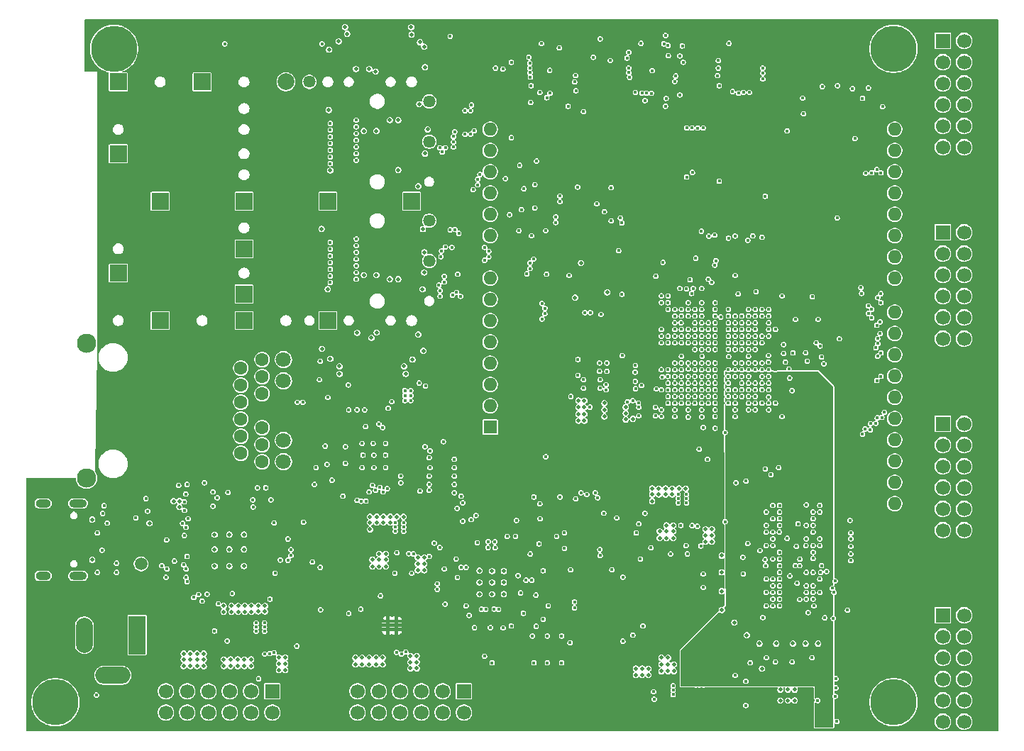
<source format=gbr>
%TF.GenerationSoftware,KiCad,Pcbnew,9.0.1*%
%TF.CreationDate,2025-05-15T18:24:47+02:00*%
%TF.ProjectId,Marble_Tiny,4d617262-6c65-45f5-9469-6e792e6b6963,rev?*%
%TF.SameCoordinates,Original*%
%TF.FileFunction,Copper,L5,Inr*%
%TF.FilePolarity,Positive*%
%FSLAX46Y46*%
G04 Gerber Fmt 4.6, Leading zero omitted, Abs format (unit mm)*
G04 Created by KiCad (PCBNEW 9.0.1) date 2025-05-15 18:24:47*
%MOMM*%
%LPD*%
G01*
G04 APERTURE LIST*
%TA.AperFunction,ComponentPad*%
%ADD10R,1.700000X1.700000*%
%TD*%
%TA.AperFunction,ComponentPad*%
%ADD11C,1.700000*%
%TD*%
%TA.AperFunction,ComponentPad*%
%ADD12C,0.400000*%
%TD*%
%TA.AperFunction,ComponentPad*%
%ADD13O,2.100000X1.000000*%
%TD*%
%TA.AperFunction,ComponentPad*%
%ADD14O,1.800000X1.000000*%
%TD*%
%TA.AperFunction,ComponentPad*%
%ADD15C,5.500000*%
%TD*%
%TA.AperFunction,ComponentPad*%
%ADD16R,2.000000X2.000000*%
%TD*%
%TA.AperFunction,ComponentPad*%
%ADD17C,2.000000*%
%TD*%
%TA.AperFunction,ComponentPad*%
%ADD18C,1.458000*%
%TD*%
%TA.AperFunction,ComponentPad*%
%ADD19C,1.600000*%
%TD*%
%TA.AperFunction,ComponentPad*%
%ADD20C,1.800000*%
%TD*%
%TA.AperFunction,ComponentPad*%
%ADD21C,2.300000*%
%TD*%
%TA.AperFunction,ComponentPad*%
%ADD22R,1.600000X1.600000*%
%TD*%
%TA.AperFunction,ComponentPad*%
%ADD23O,1.600000X1.600000*%
%TD*%
%TA.AperFunction,ComponentPad*%
%ADD24C,1.500000*%
%TD*%
%TA.AperFunction,ComponentPad*%
%ADD25R,2.000000X4.600000*%
%TD*%
%TA.AperFunction,ComponentPad*%
%ADD26O,2.000000X4.200000*%
%TD*%
%TA.AperFunction,ComponentPad*%
%ADD27O,4.200000X2.000000*%
%TD*%
%TA.AperFunction,ViaPad*%
%ADD28C,0.400000*%
%TD*%
%TA.AperFunction,ViaPad*%
%ADD29C,0.500000*%
%TD*%
G04 APERTURE END LIST*
D10*
%TO.N,PMOD3_0*%
%TO.C,J6*%
X212875000Y-79905000D03*
D11*
%TO.N,PMOD3_1*%
X212875000Y-82445000D03*
%TO.N,PMOD3_2*%
X212875000Y-84985000D03*
%TO.N,PMOD3_3*%
X212875000Y-87525000D03*
%TO.N,GND*%
X212875000Y-90065000D03*
%TO.N,+3V3_P*%
X212875000Y-92605000D03*
%TO.N,PMOD3_4*%
X215415000Y-79905000D03*
%TO.N,PMOD3_5*%
X215415000Y-82445000D03*
%TO.N,PMOD3_6*%
X215415000Y-84985000D03*
%TO.N,PMOD3_7*%
X215415000Y-87525000D03*
%TO.N,GND*%
X215415000Y-90065000D03*
%TO.N,+3V3_P*%
X215415000Y-92605000D03*
%TD*%
D12*
%TO.N,DDRVCC*%
%TO.C,U11*%
X183365000Y-133950000D03*
X183865000Y-133950000D03*
X184365000Y-133950000D03*
X183365000Y-132950000D03*
X183865000Y-132950000D03*
X184365000Y-132950000D03*
%TD*%
D13*
%TO.N,GND*%
%TO.C,J2*%
X109705000Y-112280000D03*
D14*
X105525000Y-112280000D03*
D13*
X109705000Y-120920000D03*
D14*
X105525000Y-120920000D03*
%TD*%
D15*
%TO.N,unconnected-(B3-Pad1)*%
%TO.C,B3*%
X207000000Y-58000000D03*
%TD*%
D10*
%TO.N,PMOD1_0*%
%TO.C,J4*%
X212875000Y-125625000D03*
D11*
%TO.N,PMOD1_1*%
X212875000Y-128165000D03*
%TO.N,PMOD1_2*%
X212875000Y-130705000D03*
%TO.N,PMOD1_3*%
X212875000Y-133245000D03*
%TO.N,GND*%
X212875000Y-135785000D03*
%TO.N,+3V3_P*%
X212875000Y-138325000D03*
%TO.N,PMOD1_4*%
X215415000Y-125625000D03*
%TO.N,PMOD1_5*%
X215415000Y-128165000D03*
%TO.N,PMOD1_6*%
X215415000Y-130705000D03*
%TO.N,PMOD1_7*%
X215415000Y-133245000D03*
%TO.N,GND*%
X215415000Y-135785000D03*
%TO.N,+3V3_P*%
X215415000Y-138325000D03*
%TD*%
D12*
%TO.N,+1V0*%
%TO.C,U4*%
X182300000Y-112200000D03*
X182300000Y-111700000D03*
X182300000Y-111200000D03*
X181300000Y-112200000D03*
X181300000Y-111700000D03*
X181300000Y-111200000D03*
%TD*%
D10*
%TO.N,PMOD2_0*%
%TO.C,J5*%
X212875000Y-102765000D03*
D11*
%TO.N,PMOD2_1*%
X212875000Y-105305000D03*
%TO.N,PMOD2_2*%
X212875000Y-107845000D03*
%TO.N,PMOD2_3*%
X212875000Y-110385000D03*
%TO.N,GND*%
X212875000Y-112925000D03*
%TO.N,+3V3_P*%
X212875000Y-115465000D03*
%TO.N,PMOD2_4*%
X215415000Y-102765000D03*
%TO.N,PMOD2_5*%
X215415000Y-105305000D03*
%TO.N,PMOD2_6*%
X215415000Y-107845000D03*
%TO.N,PMOD2_7*%
X215415000Y-110385000D03*
%TO.N,GND*%
X215415000Y-112925000D03*
%TO.N,+3V3_P*%
X215415000Y-115465000D03*
%TD*%
D15*
%TO.N,unconnected-(B1-Pad1)*%
%TO.C,B1*%
X114000000Y-58000000D03*
%TD*%
D10*
%TO.N,PMOD5_0*%
%TO.C,J14*%
X132875000Y-134710000D03*
D11*
%TO.N,PMOD5_1*%
X130335000Y-134710000D03*
%TO.N,PMOD5_2*%
X127795000Y-134710000D03*
%TO.N,PMOD5_3*%
X125255000Y-134710000D03*
%TO.N,GND*%
X122715000Y-134710000D03*
%TO.N,+3V3_P*%
X120175000Y-134710000D03*
%TO.N,PMOD5_4*%
X132875000Y-137250000D03*
%TO.N,PMOD5_5*%
X130335000Y-137250000D03*
%TO.N,PMOD5_6*%
X127795000Y-137250000D03*
%TO.N,PMOD5_7*%
X125255000Y-137250000D03*
%TO.N,GND*%
X122715000Y-137250000D03*
%TO.N,+3V3_P*%
X120175000Y-137250000D03*
%TD*%
D16*
%TO.N,GND*%
%TO.C,J8*%
X139500000Y-90450000D03*
D17*
X134500000Y-61950000D03*
D16*
X129500000Y-81880000D03*
X129500000Y-87280000D03*
X129500000Y-90450000D03*
X124500000Y-61950000D03*
X119500000Y-90450000D03*
X114500000Y-61950000D03*
X114500000Y-70530000D03*
X114500000Y-84780000D03*
D18*
X137300000Y-61950000D03*
X151600000Y-64280000D03*
X151600000Y-69080000D03*
D16*
X149500000Y-76200000D03*
D18*
X151600000Y-78530000D03*
X151600000Y-83330000D03*
D16*
X139500000Y-76200000D03*
X129500000Y-76200000D03*
X119500000Y-76200000D03*
%TD*%
D10*
%TO.N,PMOD6_0*%
%TO.C,J15*%
X155735000Y-134710000D03*
D11*
%TO.N,PMOD6_1*%
X153195000Y-134710000D03*
%TO.N,PMOD6_2*%
X150655000Y-134710000D03*
%TO.N,PMOD6_3*%
X148115000Y-134710000D03*
%TO.N,GND*%
X145575000Y-134710000D03*
%TO.N,+3V3_P*%
X143035000Y-134710000D03*
%TO.N,PMOD6_4*%
X155735000Y-137250000D03*
%TO.N,PMOD6_5*%
X153195000Y-137250000D03*
%TO.N,PMOD6_6*%
X150655000Y-137250000D03*
%TO.N,PMOD6_7*%
X148115000Y-137250000D03*
%TO.N,GND*%
X145575000Y-137250000D03*
%TO.N,+3V3_P*%
X143035000Y-137250000D03*
%TD*%
D12*
%TO.N,+3V3*%
%TO.C,U10*%
X147650000Y-127335000D03*
X147650000Y-126835000D03*
X147650000Y-126335000D03*
X146650000Y-127335000D03*
X146650000Y-126835000D03*
X146650000Y-126335000D03*
%TD*%
D15*
%TO.N,unconnected-(B4-Pad1)*%
%TO.C,B4*%
X207000000Y-136000000D03*
%TD*%
D12*
%TO.N,+1V8*%
%TO.C,U5*%
X148550000Y-115597500D03*
X148550000Y-115097500D03*
X148550000Y-114597500D03*
X147550000Y-115597500D03*
X147550000Y-115097500D03*
X147550000Y-114597500D03*
%TD*%
D19*
%TO.N,Net-(J3-TRCT1)*%
%TO.C,J3*%
X129130000Y-106280000D03*
%TO.N,/Ethernet/MDI2_N*%
X129130000Y-104248000D03*
%TO.N,/Ethernet/MDI2_P*%
X129130000Y-102216000D03*
%TO.N,/Ethernet/MDI1_P*%
X129130000Y-100184000D03*
%TO.N,/Ethernet/MDI1_N*%
X129130000Y-98152000D03*
%TO.N,Net-(J3-TRCT1)*%
X129130000Y-96120000D03*
X131670000Y-107296000D03*
%TO.N,/Ethernet/MDI3_P*%
X131670000Y-105264000D03*
%TO.N,/Ethernet/MDI3_N*%
X131670000Y-103232000D03*
%TO.N,/Ethernet/MDI0_N*%
X131670000Y-99168000D03*
%TO.N,/Ethernet/MDI0_P*%
X131670000Y-97136000D03*
%TO.N,Net-(J3-TRCT1)*%
X131670000Y-95104000D03*
D20*
%TO.N,GND*%
X134210000Y-107296000D03*
%TO.N,Net-(J3-LED1A)*%
X134210000Y-104756000D03*
%TO.N,GND*%
X134210000Y-97644000D03*
%TO.N,Net-(J3-LED2A)*%
X134210000Y-95104000D03*
D21*
%TO.N,GND*%
X110715000Y-109265000D03*
X110715000Y-93135000D03*
%TD*%
D22*
%TO.N,unconnected-(A1-NC-Pad1)*%
%TO.C,A1*%
X158870000Y-103175000D03*
D23*
%TO.N,unconnected-(A1-IOREF-Pad2)*%
X158870000Y-100635000D03*
%TO.N,unconnected-(A1-~{RESET}-Pad3)*%
X158870000Y-98095000D03*
%TO.N,+3V3_P*%
X158870000Y-95555000D03*
%TO.N,unconnected-(A1-+5V-Pad5)*%
X158870000Y-93015000D03*
%TO.N,GND*%
X158870000Y-90475000D03*
X158870000Y-87935000D03*
%TO.N,+12V*%
X158870000Y-85395000D03*
%TO.N,/Arduino/A0*%
X158870000Y-80315000D03*
%TO.N,/Arduino/A1*%
X158870000Y-77775000D03*
%TO.N,/Arduino/A2*%
X158870000Y-75235000D03*
%TO.N,/Arduino/A3*%
X158870000Y-72695000D03*
%TO.N,I2C_SDA_Ardu*%
X158870000Y-70155000D03*
%TO.N,I2C_SCL_Ardu*%
X158870000Y-67615000D03*
%TO.N,ARDUINO_D0*%
X207130000Y-67615000D03*
%TO.N,ARDUINO_D1*%
X207130000Y-70155000D03*
%TO.N,ARDUINO_D2*%
X207130000Y-72695000D03*
%TO.N,ARDUINO_D3*%
X207130000Y-75235000D03*
%TO.N,ARDUINO_D4*%
X207130000Y-77775000D03*
%TO.N,ARDUINO_D5*%
X207130000Y-80315000D03*
%TO.N,ARDUINO_D6*%
X207130000Y-82855000D03*
%TO.N,ARDUINO_D7*%
X207130000Y-85395000D03*
%TO.N,ARDUINO_D8*%
X207130000Y-89455000D03*
%TO.N,ARDUINO_D9*%
X207130000Y-91995000D03*
%TO.N,ARDUINO_D10*%
X207130000Y-94535000D03*
%TO.N,ARDUINO_D11*%
X207130000Y-97075000D03*
%TO.N,ARDUINO_D12*%
X207130000Y-99615000D03*
%TO.N,ARDUINO_D13*%
X207130000Y-102155000D03*
%TO.N,GND*%
X207130000Y-104695000D03*
%TO.N,unconnected-(A1-AREF-Pad30)*%
X207130000Y-107235000D03*
%TO.N,I2C_SDA_Ardu*%
X207130000Y-109775000D03*
%TO.N,I2C_SCL_Ardu*%
X207130000Y-112315000D03*
%TD*%
D12*
%TO.N,+3V3_P*%
%TO.C,U6*%
X131950000Y-127535000D03*
X131950000Y-127035000D03*
X131950000Y-126535000D03*
X130950000Y-127535000D03*
X130950000Y-127035000D03*
X130950000Y-126535000D03*
%TD*%
D15*
%TO.N,unconnected-(B2-Pad1)*%
%TO.C,B2*%
X107000000Y-136000000D03*
%TD*%
D24*
%TO.N,+3V3_USB*%
%TO.C,TP1*%
X117225000Y-119500000D03*
%TD*%
D10*
%TO.N,PMOD4_0*%
%TO.C,J7*%
X212875000Y-57045000D03*
D11*
%TO.N,PMOD4_1*%
X212875000Y-59585000D03*
%TO.N,PMOD4_2*%
X212875000Y-62125000D03*
%TO.N,PMOD4_3*%
X212875000Y-64665000D03*
%TO.N,GND*%
X212875000Y-67205000D03*
%TO.N,+3V3_P*%
X212875000Y-69745000D03*
%TO.N,PMOD4_4*%
X215415000Y-57045000D03*
%TO.N,PMOD4_5*%
X215415000Y-59585000D03*
%TO.N,PMOD4_6*%
X215415000Y-62125000D03*
%TO.N,PMOD4_7*%
X215415000Y-64665000D03*
%TO.N,GND*%
X215415000Y-67205000D03*
%TO.N,+3V3_P*%
X215415000Y-69745000D03*
%TD*%
D25*
%TO.N,Net-(Q4-D)*%
%TO.C,J10*%
X116750000Y-128000000D03*
D26*
%TO.N,GND*%
X110450000Y-128000000D03*
D27*
%TO.N,unconnected-(J10-Pad3)*%
X113850000Y-132800000D03*
%TD*%
D16*
%TO.N,GND*%
%TO.C,J9*%
X149500000Y-76200000D03*
%TD*%
D28*
%TO.N,I2C_SCL_Ardu*%
X185803000Y-83290500D03*
X185642442Y-80236854D03*
X189600000Y-80863500D03*
%TO.N,ARDUINO_D6*%
X184100000Y-89100000D03*
X203675000Y-72850000D03*
%TO.N,/Arduino/A0*%
X162300000Y-79700000D03*
%TO.N,ARDUINO_D1*%
X185700000Y-89900000D03*
%TO.N,I2C_SDA_Ardu*%
X190200000Y-80325000D03*
X179500000Y-83500000D03*
X180900000Y-92300000D03*
D29*
%TO.N,+3V3_P*%
X131992366Y-125162654D03*
X127076434Y-124516852D03*
X128000000Y-124500000D03*
X128800000Y-124500000D03*
X129600000Y-125200000D03*
X127076434Y-125216852D03*
X131192366Y-125162654D03*
X130400000Y-125200000D03*
X130400000Y-124500000D03*
X132000000Y-124500000D03*
X131200000Y-124500000D03*
D28*
X136600000Y-114500000D03*
D29*
X129600000Y-124500000D03*
X128800000Y-125200000D03*
X128000000Y-125200000D03*
D28*
%TO.N,/Arduino/A1*%
X161200000Y-77800000D03*
%TO.N,ARDUINO_D5*%
X184100000Y-88300000D03*
X204400000Y-72800000D03*
%TO.N,/Arduino/A2*%
X160700000Y-73500000D03*
%TO.N,ARDUINO_D4*%
X205000000Y-72400000D03*
X180900000Y-90700000D03*
%TO.N,ARDUINO_D3*%
X205500000Y-72800000D03*
X180100000Y-92300000D03*
%TO.N,ARDUINO_D0*%
X184100000Y-90700000D03*
%TO.N,ARDUINO_D2*%
X179300000Y-92300000D03*
D29*
%TO.N,+1V8*%
X146941097Y-114563921D03*
D28*
X184156879Y-94700000D03*
X174630722Y-94630722D03*
D29*
X144541097Y-113863921D03*
X144541097Y-115363921D03*
D28*
X172000000Y-97500000D03*
X171917136Y-96492366D03*
D29*
X170100000Y-100800000D03*
X145341097Y-114563921D03*
D28*
X188900000Y-91500000D03*
D29*
X146141097Y-113863921D03*
D28*
X171917136Y-95492366D03*
D29*
X144541097Y-114563921D03*
X148541097Y-113863921D03*
D28*
X182500000Y-93100000D03*
X172000000Y-98500000D03*
D29*
X169400000Y-102400000D03*
D28*
X190500000Y-91500000D03*
X184900000Y-91500000D03*
X187300000Y-91500000D03*
D29*
X170100000Y-101600000D03*
X169400000Y-100800000D03*
X147741097Y-113863921D03*
X146141097Y-114563921D03*
X170100000Y-102400000D03*
X170100000Y-100000000D03*
X169400000Y-100000000D03*
D28*
X184100000Y-92300000D03*
D29*
X146941097Y-113863921D03*
X169400000Y-101600000D03*
X145341097Y-113863921D03*
D28*
X152200000Y-117000000D03*
%TO.N,+1V2*%
X182500000Y-101950000D03*
X184100000Y-101100000D03*
X179300000Y-101100000D03*
X178600000Y-100800000D03*
D29*
X175900000Y-102175000D03*
X175050000Y-101500000D03*
D28*
X183300000Y-100300000D03*
X180900000Y-101900000D03*
D29*
X175050000Y-102250000D03*
D28*
X168500000Y-99500000D03*
X178600000Y-101800000D03*
D29*
X175050000Y-100775000D03*
D28*
%TO.N,Net-(U21-OSCO)*%
X122600000Y-115123000D03*
%TO.N,Net-(U21-OSCI)*%
X122400000Y-113100000D03*
%TO.N,I2C_SCL*%
X184900000Y-85500000D03*
X179800000Y-56400000D03*
X183000000Y-72750000D03*
X180100000Y-57600000D03*
X174400000Y-78200000D03*
X184964857Y-80359500D03*
%TO.N,I2C_SDA*%
X184072630Y-79769631D03*
X179600000Y-57400000D03*
X182312844Y-73304996D03*
X183300000Y-90700000D03*
X174600000Y-78800000D03*
X172000000Y-56800000D03*
X167122000Y-57888075D03*
D29*
%TO.N,Net-(J12-VCCR)*%
X146900000Y-66505000D03*
X145200000Y-60700000D03*
%TO.N,Net-(J12-VCCT)*%
X147900000Y-66505000D03*
X151100000Y-60200000D03*
%TO.N,Net-(J1-VCCR)*%
X147900000Y-85500000D03*
X150300000Y-92100000D03*
%TO.N,Net-(J1-VCCT)*%
X145327000Y-91872000D03*
X146900000Y-85500000D03*
%TO.N,Net-(J11-VCCR)*%
X145300000Y-67795000D03*
X144440500Y-60400000D03*
%TO.N,Net-(J11-VCCT)*%
X142852356Y-60400000D03*
X143800000Y-67795000D03*
%TO.N,Net-(J13-VCCR)*%
X143800000Y-85000000D03*
X143000000Y-91900000D03*
%TO.N,Net-(J13-VCCT)*%
X145300000Y-85000000D03*
X144700000Y-92500000D03*
D28*
%TO.N,DDRVCC*%
X188900000Y-100300000D03*
X196603967Y-118847689D03*
X192600000Y-118100000D03*
X195800000Y-116900000D03*
X191800000Y-123700000D03*
X198200000Y-115700000D03*
X198066262Y-138298116D03*
D29*
X185400000Y-130900000D03*
X185400000Y-133800000D03*
D28*
X188100000Y-97900000D03*
X195092000Y-103172814D03*
X192100000Y-101900000D03*
X198200000Y-123700000D03*
X198200000Y-122100000D03*
X198200000Y-114100000D03*
X197400000Y-112500000D03*
X191300000Y-99500000D03*
D29*
X184600000Y-130900000D03*
X184600000Y-132200000D03*
X185400000Y-133000000D03*
D28*
X191800000Y-114100000D03*
X198200000Y-118100000D03*
X192600000Y-114900000D03*
X191800000Y-116500000D03*
X197000000Y-97300000D03*
X198200000Y-114900000D03*
D29*
X185400000Y-131500000D03*
D28*
X192600000Y-119700000D03*
X193870469Y-98448547D03*
X190500000Y-97100000D03*
D29*
X185400000Y-132200000D03*
D28*
X191800000Y-112500000D03*
X198698116Y-138833738D03*
X191800000Y-122100000D03*
X192600000Y-113300000D03*
D29*
X184600000Y-131500000D03*
%TO.N,DDRVTT*%
X195000000Y-129000000D03*
X198000000Y-129000000D03*
X188000000Y-126500000D03*
X193000000Y-129000000D03*
X186500000Y-118500000D03*
X189500000Y-128000000D03*
X196500000Y-129000000D03*
X191000000Y-129000000D03*
X186500000Y-120500000D03*
X186500000Y-125000000D03*
X186500000Y-122750000D03*
D28*
%TO.N,+3V3_USB*%
X120200000Y-121100000D03*
X119700000Y-119700000D03*
D29*
X121800000Y-112000000D03*
X118225000Y-114650000D03*
X121800000Y-112700000D03*
D28*
X116600000Y-114000000D03*
X125800000Y-110900000D03*
D29*
X121100000Y-112000000D03*
D28*
X130562358Y-111846499D03*
%TO.N,1V8USB*%
X122302058Y-119607080D03*
X133840069Y-119031454D03*
X132707264Y-111838010D03*
X122372998Y-112075000D03*
%TO.N,DDRVREF*%
X195500000Y-121800000D03*
X191072998Y-117900000D03*
D29*
X191300000Y-132000000D03*
D28*
%TO.N,Net-(D3-K)*%
X170764174Y-100766043D03*
X142000000Y-125400000D03*
X137666043Y-119263668D03*
X111895497Y-135150000D03*
X131972653Y-130247998D03*
X135800000Y-129300000D03*
X180700000Y-134045994D03*
%TO.N,XADCGND*%
X188100000Y-95500000D03*
X185700000Y-95500000D03*
X187300000Y-93900000D03*
%TO.N,/FPGA_MISC/VREF*%
X186900000Y-103800000D03*
X188100000Y-93900000D03*
%TO.N,Net-(U1F-VCCADC_0)*%
X185700000Y-93900000D03*
%TO.N,Net-(U10-FB)*%
X148800000Y-130000000D03*
%TO.N,Net-(U6-FB)*%
X133100000Y-130100000D03*
%TO.N,+3V3_CLEAN*%
X154966181Y-121124818D03*
X155600000Y-112200000D03*
X163147893Y-121437002D03*
X156000000Y-119900000D03*
X156000000Y-124500000D03*
X167738897Y-117642287D03*
X165700000Y-128100000D03*
X154935000Y-112865000D03*
X163900000Y-128100000D03*
X175900000Y-128000000D03*
X180400000Y-118300000D03*
X159462876Y-117555622D03*
X158609724Y-117538643D03*
X171951694Y-117782768D03*
X165200000Y-126100000D03*
X164359882Y-126934796D03*
X167400000Y-128100000D03*
X168400000Y-128900000D03*
X168935000Y-124035000D03*
%TO.N,Net-(U12-VOUT)*%
X164100000Y-111500000D03*
%TO.N,/Clock-WR/WR_DAC_OUT2*%
X176800000Y-118900000D03*
X176300000Y-115800000D03*
%TO.N,/Clock-WR/WR_DAC_OUT1*%
X164827002Y-114100000D03*
X176600000Y-114700000D03*
%TO.N,Net-(Y1-OUT)*%
X164700000Y-117100000D03*
%TO.N,REF_CLK0_P*%
X180100000Y-97900000D03*
X170830000Y-89500000D03*
%TO.N,WR_CLK0_P*%
X152574737Y-122530000D03*
X181700000Y-97900000D03*
%TO.N,Net-(U16-VCCPLL1)*%
X156376939Y-125636680D03*
X162832879Y-125388375D03*
X162500000Y-122950000D03*
%TO.N,WR_CLK0_N*%
X152574737Y-121870000D03*
X181700000Y-98700000D03*
%TO.N,REF_CLK0_N*%
X180100000Y-98700000D03*
X170170000Y-89500000D03*
D29*
%TO.N,VUSB*%
X111400000Y-114200000D03*
X111400000Y-119000000D03*
D28*
%TO.N,Net-(U21-EEDATA)*%
X125800000Y-112600000D03*
%TO.N,Net-(U21-EECS)*%
X122700000Y-109993077D03*
%TO.N,RX*%
X183100000Y-86600000D03*
X135100000Y-117800000D03*
%TO.N,TX*%
X135100000Y-118500000D03*
X185300000Y-85900000D03*
%TO.N,Net-(U21-EECLK)*%
X126300000Y-111600000D03*
%TO.N,Net-(U7-INTB{slash}PMEB)*%
X146700000Y-100900000D03*
%TO.N,/FPGA_MISC/CCLK*%
X191700000Y-75600000D03*
X182521602Y-96216202D03*
%TO.N,CFG_FCS*%
X188100000Y-89900000D03*
X187303001Y-80598585D03*
%TO.N,CFG_MOSI*%
X187300000Y-89100000D03*
X191300000Y-80500000D03*
%TO.N,CFG_DIN*%
X188097000Y-85041558D03*
X188100000Y-80350000D03*
%TO.N,/SFP/I2C_SFP3_SCL*%
X191400000Y-60900000D03*
X139800000Y-83510000D03*
%TO.N,/SFP/I2C_SFP3_SDA*%
X191400000Y-61600000D03*
X139800000Y-84310000D03*
%TO.N,/SFP/I2C_SFP2_SCL*%
X189800000Y-63200000D03*
X139800000Y-69300000D03*
%TO.N,/SFP/I2C_SFP2_SDA*%
X139800000Y-70100000D03*
X189100000Y-63200000D03*
%TO.N,/SFP/I2C_SFP0_SDA*%
X142900000Y-68100000D03*
X186100000Y-60300000D03*
%TO.N,RST*%
X154800000Y-118900000D03*
X186100000Y-59400000D03*
X196250000Y-65750000D03*
X189700000Y-94700000D03*
X198687002Y-95600000D03*
X138600000Y-119900000D03*
%TO.N,/SFP/I2C_SFP1_SDA*%
X142900000Y-82300000D03*
X186200000Y-62400000D03*
%TO.N,/SFP/I2C_SFP0_SCL*%
X186000000Y-61200000D03*
X142900000Y-68900000D03*
%TO.N,/SFP/I2C_SFP1_SCL*%
X142900000Y-83100000D03*
X187800000Y-63100000D03*
%TO.N,MGT_TX1_P*%
X155133346Y-80033346D03*
X158700000Y-82170000D03*
%TO.N,/SFP/SFP1_TX_DIS*%
X179862436Y-63917105D03*
X142900000Y-81500000D03*
%TO.N,/SFP/SFP1_TX_FAULT*%
X142900000Y-80700000D03*
X177344225Y-64181000D03*
%TO.N,/SFP/RS1*%
X142900000Y-84700000D03*
X180900000Y-61900000D03*
%TO.N,MGT_RX1_P*%
X165400000Y-88970000D03*
X153400000Y-85175000D03*
%TO.N,/SFP/SFP1_DEF0*%
X142900000Y-83900000D03*
X181500000Y-63500000D03*
%TO.N,MGT_RX1_N*%
X165400000Y-89630000D03*
X153400000Y-85835000D03*
%TO.N,/SFP/SFP1_LOS*%
X142900000Y-85500000D03*
X181022342Y-61240500D03*
%TO.N,MGT_TX1_N*%
X158700000Y-82830000D03*
X154666654Y-79566654D03*
%TO.N,Net-(J2-CC1)*%
X112000000Y-120500000D03*
X112000000Y-115800000D03*
%TO.N,PMOD1_4*%
X203100000Y-86500000D03*
%TO.N,PMOD1_2*%
X204400000Y-90100000D03*
%TO.N,PMOD1_5*%
X204000000Y-88700000D03*
%TO.N,PMOD1_7*%
X205129340Y-93190783D03*
%TO.N,PMOD1_1*%
X204400000Y-89100000D03*
%TO.N,PMOD1_0*%
X203200000Y-87200000D03*
%TO.N,PMOD1_3*%
X204900000Y-93700000D03*
%TO.N,PMOD1_6*%
X204000000Y-89600000D03*
%TO.N,PMOD2_5*%
X205400000Y-92000000D03*
%TO.N,PMOD2_1*%
X205100000Y-92600000D03*
%TO.N,PMOD2_4*%
X205400000Y-90600000D03*
%TO.N,PMOD2_2*%
X205100000Y-94700000D03*
%TO.N,PMOD2_7*%
X205500000Y-97100000D03*
%TO.N,PMOD2_6*%
X205500000Y-94300000D03*
%TO.N,PMOD2_0*%
X205000000Y-91000000D03*
%TO.N,PMOD2_3*%
X205000000Y-97600000D03*
%TO.N,PMOD3_5*%
X190500000Y-89100000D03*
%TO.N,PMOD3_7*%
X205500000Y-88300000D03*
%TO.N,PMOD3_3*%
X205100000Y-87700000D03*
%TO.N,PMOD3_4*%
X189700000Y-90700000D03*
%TO.N,PMOD3_2*%
X190500000Y-89900000D03*
%TO.N,PMOD3_6*%
X205473874Y-87226126D03*
%TO.N,PMOD3_0*%
X188900000Y-89900000D03*
%TO.N,PMOD3_1*%
X189700000Y-89100000D03*
%TO.N,PMOD4_4*%
X186379379Y-90018688D03*
%TO.N,PMOD4_5*%
X188900000Y-90700000D03*
%TO.N,PMOD4_7*%
X188100000Y-90700000D03*
%TO.N,PMOD4_0*%
X185700000Y-89100000D03*
%TO.N,PMOD4_2*%
X183300000Y-89900000D03*
%TO.N,PMOD4_1*%
X187300000Y-89900000D03*
%TO.N,PMOD4_6*%
X184100000Y-89900000D03*
%TO.N,PMOD4_3*%
X185700000Y-90700000D03*
%TO.N,/SFP/SFP2_TX_FAULT*%
X139800000Y-71700000D03*
X163500000Y-59000000D03*
%TO.N,/SFP/SFP2_LOS*%
X139800000Y-66900000D03*
X159500000Y-60300000D03*
X163675532Y-61365000D03*
%TO.N,MGT_TX2_P*%
X157400000Y-73570000D03*
%TO.N,/SFP/SFP2_DEF0*%
X163600000Y-60300000D03*
X139800000Y-68500000D03*
%TO.N,/SFP/RS2*%
X139800000Y-67700000D03*
X163626464Y-60840287D03*
X160400000Y-60400000D03*
%TO.N,MGT_RX2_P*%
X152870000Y-69800000D03*
X154500000Y-68470000D03*
X180900000Y-99500000D03*
%TO.N,MGT_RX2_N*%
X153530000Y-69800000D03*
X180900000Y-100300000D03*
X154500000Y-69130000D03*
%TO.N,/SFP/SFP2_TX_DIS*%
X139800000Y-70900000D03*
X163600000Y-59700000D03*
%TO.N,MGT_TX2_N*%
X157400000Y-74230000D03*
%TO.N,/SFP/RS0*%
X142900000Y-70500000D03*
X175400000Y-60827003D03*
%TO.N,MGT_RX0_N*%
X182500000Y-100300000D03*
X154866654Y-87066654D03*
%TO.N,MGT_TX0_N*%
X155870000Y-68200000D03*
X155870000Y-65373000D03*
%TO.N,/SFP/SFP0_TX_DIS*%
X175200000Y-59100000D03*
X142900000Y-67300000D03*
%TO.N,/SFP/SFP0_TX_FAULT*%
X175400000Y-58400000D03*
X142900000Y-66500000D03*
%TO.N,/SFP/SFP0_LOS*%
X175500000Y-61400000D03*
X142900000Y-71300000D03*
%TO.N,/SFP/SFP0_DEF0*%
X175400000Y-60300000D03*
X142900000Y-69700000D03*
%TO.N,MGT_TX0_P*%
X156530000Y-68200000D03*
X156530000Y-65373000D03*
%TO.N,MGT_RX0_P*%
X182500000Y-99500000D03*
X155333346Y-87533346D03*
%TO.N,/SFP/SFP3_DEF0*%
X139800000Y-82710000D03*
X169100000Y-63000000D03*
%TO.N,MGT_TX3_P*%
X163612883Y-83570000D03*
%TO.N,/SFP/RS3*%
X139800000Y-81910000D03*
X168950000Y-61950000D03*
%TO.N,MGT_RX3_N*%
X152900000Y-87530000D03*
X153533346Y-81666654D03*
X184100000Y-100300000D03*
%TO.N,/SFP/SFP3_TX_FAULT*%
X163700000Y-64400000D03*
X139800000Y-85910000D03*
%TO.N,MGT_TX3_N*%
X163612883Y-84230000D03*
%TO.N,/SFP/SFP3_LOS*%
X169062612Y-61183521D03*
X139800000Y-81110000D03*
%TO.N,/SFP/SFP3_TX_DIS*%
X170000000Y-65500000D03*
X139800000Y-85110000D03*
%TO.N,MGT_RX3_P*%
X153066654Y-82133346D03*
X152900000Y-86870000D03*
X184100000Y-99500000D03*
%TO.N,PMOD5_5*%
X205600000Y-102000000D03*
%TO.N,PMOD5_2*%
X203300000Y-104000000D03*
%TO.N,PMOD5_6*%
X205900000Y-101400000D03*
%TO.N,PMOD5_7*%
X204900000Y-102700000D03*
%TO.N,PMOD5_4*%
X205050000Y-102050000D03*
%TO.N,PMOD5_3*%
X204250000Y-102750000D03*
%TO.N,PMOD5_0*%
X204227353Y-103472647D03*
%TO.N,PMOD5_1*%
X203626126Y-103373874D03*
%TO.N,PMOD6_2*%
X191300000Y-92300000D03*
%TO.N,PMOD6_3*%
X192100000Y-90700000D03*
%TO.N,PMOD6_1*%
X192100000Y-92300000D03*
%TO.N,PMOD6_6*%
X191300000Y-89100000D03*
%TO.N,PMOD6_4*%
X192100000Y-89900000D03*
%TO.N,PMOD6_7*%
X191300000Y-89900000D03*
%TO.N,PMOD6_0*%
X192100000Y-91500000D03*
%TO.N,PMOD6_5*%
X190500000Y-90700000D03*
%TO.N,RGMII_RXD0*%
X180100000Y-89100000D03*
X154600000Y-108000000D03*
%TO.N,RGMII_RXD1*%
X180900000Y-89100000D03*
X154600000Y-109000000D03*
%TO.N,RGMII_RXD2*%
X181643120Y-90699999D03*
X154600000Y-110000000D03*
%TO.N,RGMII_RXD3*%
X180900000Y-91500000D03*
X154600000Y-111000000D03*
%TO.N,RGMII_RX_CLK*%
X155400000Y-111400000D03*
X182500000Y-91500000D03*
%TO.N,RGMII_RX_DV*%
X181700000Y-89100000D03*
X154600000Y-107000000D03*
%TO.N,DDR3_A12*%
X196600000Y-122100000D03*
X201900000Y-116500000D03*
%TO.N,DDR3_A13*%
X201900000Y-115800000D03*
X193400000Y-124500000D03*
%TO.N,DDR3_BA0*%
X192600000Y-121300000D03*
X192100000Y-100300000D03*
%TO.N,DDR3_BA1*%
X197400000Y-122100000D03*
X201900000Y-117400000D03*
%TO.N,DDR3_BA2*%
X198400000Y-119700000D03*
X193400000Y-121300000D03*
%TO.N,DDR3_CKE0*%
X197399999Y-118843118D03*
%TO.N,DDR3_CE*%
X190500000Y-98700000D03*
X191748001Y-119695761D03*
%TO.N,DDR3_RAS*%
X189025000Y-118700000D03*
X193400000Y-118900000D03*
X191300000Y-100300000D03*
%TO.N,DDR3_A9*%
X193400000Y-123700000D03*
X199900000Y-122900000D03*
%TO.N,DDR3_A10*%
X198300000Y-120500000D03*
X196600000Y-120500000D03*
%TO.N,DDR3_A11*%
X201900000Y-118300000D03*
X196600000Y-123700000D03*
%TO.N,DDR3_A4*%
X197400000Y-122900000D03*
X198800000Y-125925000D03*
X200030722Y-121530722D03*
%TO.N,DDR3_A5*%
X192600000Y-122900000D03*
X201800000Y-114300000D03*
%TO.N,DDR3_A6*%
X197400000Y-123700000D03*
X196800000Y-125297000D03*
X201900000Y-119100000D03*
%TO.N,DDR3_A7*%
X191400000Y-125900000D03*
X192100000Y-97100000D03*
X192600000Y-123700000D03*
%TO.N,DDR3_A0*%
X193400000Y-122100000D03*
X189075000Y-120700000D03*
X199000000Y-120400000D03*
%TO.N,DDR3_A1*%
X199700000Y-122400000D03*
X196600000Y-122900000D03*
%TO.N,DDR3_A2*%
X193400000Y-122900000D03*
X191300000Y-97100000D03*
%TO.N,DDR3_A3*%
X190500000Y-97900000D03*
X192600000Y-122100000D03*
%TO.N,DDR3_CAS*%
X192100000Y-101100000D03*
X193400000Y-119700000D03*
%TO.N,DDR3_WE*%
X192099999Y-99556882D03*
X193400000Y-120500000D03*
%TO.N,DDR3_ODT*%
X191671554Y-118976465D03*
X190500000Y-100300000D03*
%TO.N,Net-(U2-ZQ)*%
X197400000Y-120500000D03*
%TO.N,DDR3_RST*%
X185700000Y-97900000D03*
X192600000Y-124500000D03*
X188200000Y-109800000D03*
%TO.N,Net-(U1E-CFGBVS_0)*%
X182500000Y-92300000D03*
%TO.N,Net-(U1E-INIT_B_0)*%
X192073527Y-94609000D03*
X198400000Y-94800000D03*
%TO.N,Net-(U1E-M0_0)*%
X197775000Y-93082000D03*
X191300000Y-93100000D03*
%TO.N,Net-(U1E-M1_0)*%
X198232000Y-93468000D03*
X190500000Y-93900000D03*
%TO.N,Net-(U1E-M2_0)*%
X183300000Y-91500000D03*
%TO.N,Net-(U5-FB)*%
X149726990Y-118303651D03*
%TO.N,Net-(U11-FB)*%
X180700000Y-135100000D03*
%TO.N,Net-(U16-OD0)*%
X159353505Y-124885955D03*
%TO.N,Net-(U16-OD1)*%
X159878270Y-124934463D03*
%TO.N,Net-(U16-OS1)*%
X157827641Y-124908666D03*
%TO.N,Net-(U16-OS0)*%
X158354482Y-124921729D03*
%TO.N,Net-(U1D-MGTRREF_216)*%
X179409654Y-97174510D03*
X175900000Y-100000000D03*
%TO.N,CLK20_VCXO*%
X174600000Y-87300000D03*
X165500000Y-106697000D03*
X181700000Y-91500000D03*
X178050000Y-117550000D03*
%TO.N,CLK2*%
X174200000Y-82100000D03*
X182720216Y-85569676D03*
X182500000Y-89900000D03*
%TO.N,AD0_P*%
X166700000Y-78070000D03*
X181700000Y-96300000D03*
%TO.N,AD0_N*%
X180900000Y-96300000D03*
X166700000Y-78730000D03*
%TO.N,AD8_P*%
X181700000Y-95500000D03*
X167200000Y-75570000D03*
%TO.N,AD8_N*%
X167200000Y-76230000D03*
X180900000Y-95500000D03*
%TO.N,Net-(U4-EN)*%
X182952533Y-114912861D03*
%TO.N,Net-(U10-EN)*%
X180700000Y-134572997D03*
X147744315Y-118144315D03*
X148300000Y-130250000D03*
%TO.N,Net-(U4-PG)*%
X181626924Y-114900000D03*
X157330722Y-116969278D03*
X149161479Y-118270385D03*
X152869278Y-117530722D03*
%TO.N,Net-(U10-PG)*%
X132583231Y-130203354D03*
X147700000Y-130050000D03*
%TO.N,DDR3_D12*%
X196591999Y-112446371D03*
X189700000Y-97900000D03*
%TO.N,DDR3_D9*%
X193400000Y-114100000D03*
X191695544Y-108149917D03*
%TO.N,JTAG_TDI*%
X124082053Y-123156987D03*
X192069367Y-95403000D03*
%TO.N,DDR3_D13*%
X192372814Y-108827186D03*
X192600000Y-112500000D03*
%TO.N,JTAG_TMS*%
X125097836Y-123095518D03*
X186897000Y-114450000D03*
X191300000Y-96300000D03*
%TO.N,WR_DAC1_SYNC*%
X171400000Y-111000000D03*
X181700000Y-93100000D03*
%TO.N,DDR3_D6*%
X192600000Y-117300000D03*
X185700000Y-98700000D03*
%TO.N,DDR3_D15*%
X193400000Y-112500000D03*
X189700000Y-99500000D03*
%TO.N,DDR3_D11*%
X188900000Y-99500000D03*
X192600000Y-114100000D03*
%TO.N,RGMII_TXD0*%
X180100000Y-88300000D03*
X146100000Y-110900000D03*
%TO.N,WR_DAC2_SYNC*%
X181700000Y-94700000D03*
X171700000Y-111600000D03*
%TO.N,WR_DAC_SCLK*%
X180900000Y-93100000D03*
X170400000Y-111200000D03*
%TO.N,RGMII_TXD3*%
X182294000Y-86643123D03*
X144827000Y-110100000D03*
%TO.N,DDR3_D1*%
X188100000Y-99500000D03*
X196600000Y-116500000D03*
%TO.N,RGMII_TXD2*%
X182500000Y-88300000D03*
X145200000Y-110700000D03*
%TO.N,WR_DAC_DIN*%
X180100000Y-93100000D03*
X169700000Y-111000000D03*
%TO.N,DDR3_D4*%
X193400000Y-118100000D03*
X185700000Y-99500000D03*
%TO.N,DDR3_D5*%
X188100000Y-101100000D03*
X196543121Y-117300000D03*
%TO.N,DDR3_DM1*%
X188900000Y-97900000D03*
X193400000Y-114893856D03*
%TO.N,DDR3_CLK_N*%
X195800000Y-119700000D03*
X192100000Y-98700000D03*
%TO.N,DDR3_D10*%
X189700000Y-101100000D03*
X197400000Y-114100000D03*
%TO.N,DDR3_D8*%
X189700000Y-100300000D03*
X196600000Y-114900000D03*
%TO.N,DDR3_D2*%
X192600000Y-116500000D03*
X187300000Y-98700000D03*
%TO.N,DDR3_CLK_P*%
X191300000Y-98700000D03*
X195827353Y-118927353D03*
%TO.N,RGMII_TX_CLK*%
X150500000Y-110800000D03*
X181700000Y-89900000D03*
%TO.N,DDR3_D0*%
X193377856Y-115677856D03*
X187300000Y-100300000D03*
%TO.N,MDC_PHY*%
X184900000Y-90700000D03*
X144043735Y-111997114D03*
%TO.N,JTAG_TDO*%
X192100000Y-96300000D03*
X123500000Y-123500000D03*
%TO.N,DDR3_D3*%
X187300000Y-97900000D03*
X194307275Y-116437013D03*
%TO.N,RGMII_TXD1*%
X182500000Y-89100000D03*
X145727000Y-110361771D03*
%TO.N,DDR3_D14*%
X190500000Y-99500000D03*
X197400000Y-113300000D03*
%TO.N,RGMII_TX_EN*%
X179300000Y-88300000D03*
X146600000Y-110500000D03*
%TO.N,PHY_RSTn*%
X143516769Y-112003354D03*
X179300000Y-91500000D03*
%TO.N,DDR3_D7*%
X195400000Y-117400000D03*
X188100000Y-100300000D03*
%TO.N,MDIO_PHY*%
X144427000Y-110900000D03*
X182900000Y-87200000D03*
%TO.N,DDR3_DM0*%
X188100000Y-98700000D03*
X195600000Y-114700000D03*
%TO.N,JTAG_TCK*%
X122708132Y-121615790D03*
X183300000Y-96300000D03*
X172100000Y-89700000D03*
%TO.N,Net-(U17-P05)*%
X176200000Y-63200000D03*
%TO.N,Net-(U17-P06)*%
X176981000Y-63277806D03*
%TO.N,Net-(U17-P07)*%
X177507533Y-63300041D03*
%TO.N,Net-(U19-P05)*%
X163762500Y-62400000D03*
%TO.N,Net-(U19-P06)*%
X164800000Y-63200000D03*
%TO.N,Net-(U19-P07)*%
X165631856Y-63831857D03*
%TO.N,+3V3*%
X189916440Y-57359930D03*
D29*
X144423566Y-125583148D03*
X146023566Y-126283148D03*
D28*
X191300000Y-90700000D03*
X164300000Y-81200000D03*
D29*
X143100000Y-96800000D03*
D28*
X158400000Y-128900000D03*
D29*
X146823566Y-125583148D03*
X144423566Y-126283148D03*
X144500000Y-55400000D03*
D28*
X179300000Y-89100000D03*
X190500000Y-88300000D03*
X180149261Y-85945054D03*
X149500000Y-105000000D03*
X192951575Y-60097230D03*
X182000000Y-77900000D03*
X167102918Y-57361418D03*
X162000000Y-58000000D03*
X182500000Y-90700000D03*
X188100000Y-89100000D03*
X184100000Y-87500000D03*
X177605345Y-64949146D03*
X188400000Y-64745000D03*
D29*
X144500000Y-96800000D03*
D28*
X171300000Y-63000000D03*
X183000000Y-62900000D03*
D29*
X145900000Y-96800000D03*
D28*
X145600000Y-101600000D03*
X165885999Y-64859455D03*
X142000000Y-109800000D03*
D29*
X147623566Y-125583148D03*
X145200000Y-96800000D03*
D28*
X190500000Y-94700000D03*
D29*
X146023566Y-125583148D03*
D28*
X153250000Y-111637002D03*
X195900000Y-90300000D03*
D29*
X143800000Y-55400000D03*
D28*
X192900000Y-87500000D03*
X173800000Y-57800000D03*
D29*
X146600000Y-96800000D03*
D28*
X191350000Y-58490500D03*
X127578376Y-111834167D03*
X189366262Y-134498116D03*
X192900000Y-96300000D03*
X180200000Y-75800000D03*
X186200000Y-74700000D03*
X125569590Y-124265410D03*
X183100000Y-77948464D03*
X159200000Y-128100000D03*
X141300000Y-102600000D03*
X178965536Y-57340829D03*
X195100000Y-87600000D03*
X184923372Y-108425543D03*
X189366262Y-135498116D03*
X188260136Y-71844916D03*
X192100000Y-93100000D03*
X200500000Y-73100000D03*
D29*
X142700000Y-126300000D03*
D28*
X173792499Y-62837792D03*
X161300000Y-60600000D03*
D29*
X143623566Y-126283148D03*
D28*
X182326126Y-83026126D03*
X168200000Y-58900000D03*
D29*
X145223566Y-125583148D03*
D28*
X152600000Y-128950000D03*
X184447355Y-58588723D03*
X133852803Y-116497466D03*
X130600000Y-123700000D03*
D29*
X143623566Y-125583148D03*
D28*
X180900000Y-93900000D03*
X180100000Y-91500000D03*
X182500000Y-93900000D03*
X184900000Y-89900000D03*
D29*
X145223566Y-126283148D03*
D28*
X200525000Y-94625000D03*
X181700000Y-88300000D03*
X167692847Y-79600000D03*
D29*
X145200000Y-55400000D03*
X146600000Y-55400000D03*
D28*
X140900000Y-120000000D03*
D29*
X142700000Y-125600000D03*
D28*
X185700000Y-87200000D03*
X141340000Y-110440000D03*
X193900000Y-90300000D03*
X196200000Y-58000000D03*
D29*
X145900000Y-55400000D03*
D28*
X185600000Y-75800000D03*
X200850000Y-58250000D03*
X172525403Y-78155432D03*
X159200000Y-129600000D03*
X136200000Y-120100000D03*
D29*
X143800000Y-96800000D03*
X147300000Y-55400000D03*
D28*
X149200000Y-105500000D03*
%TO.N,REG_1V0*%
X149400000Y-98800000D03*
X148700000Y-98800000D03*
X148200000Y-109000000D03*
X148700000Y-99400000D03*
X149400000Y-100000000D03*
X149410104Y-99386695D03*
X144020609Y-103096393D03*
X148700000Y-100000000D03*
X141600000Y-107500000D03*
X141600000Y-105500000D03*
%TO.N,/Ethernet/MDI1_P*%
X136530000Y-100200000D03*
%TO.N,/Ethernet/MDI1_N*%
X135870000Y-100200000D03*
D29*
%TO.N,+1V0*%
X182200000Y-110500000D03*
D28*
X176200000Y-95800000D03*
X184900000Y-97100000D03*
X184100000Y-96300000D03*
D29*
X179800000Y-111200000D03*
D28*
X187300000Y-93100000D03*
X189700000Y-93900000D03*
X194085413Y-95397615D03*
D29*
X181400000Y-110500000D03*
D28*
X176213426Y-98563900D03*
X180100000Y-99500000D03*
X189700000Y-92300000D03*
D29*
X180600000Y-111200000D03*
D28*
X188900000Y-97100000D03*
D29*
X179000000Y-110500000D03*
D28*
X188100000Y-96300000D03*
X190500000Y-95500000D03*
X182500000Y-98700000D03*
D29*
X178200000Y-110500000D03*
D28*
X185700000Y-103300000D03*
X184900000Y-93100000D03*
X194511662Y-96236367D03*
D29*
X178200000Y-112000000D03*
D28*
X175258061Y-100137187D03*
D29*
X180600000Y-110500000D03*
D28*
X183300000Y-98700000D03*
X184300000Y-103200000D03*
X188100000Y-92300000D03*
X185700000Y-92300000D03*
X184100000Y-93900000D03*
X185700000Y-96300000D03*
D29*
X179800000Y-110500000D03*
D28*
X183300000Y-97100000D03*
X183300000Y-95500000D03*
D29*
X179000000Y-111200000D03*
X178200000Y-111200000D03*
D28*
X190500000Y-93100000D03*
X176175075Y-96594000D03*
X176200000Y-97700000D03*
X195000000Y-94300000D03*
X189700000Y-96300000D03*
X178700000Y-98600000D03*
X184900000Y-95500000D03*
X183300000Y-93100000D03*
X180900000Y-98700000D03*
X187300000Y-97100000D03*
X188900000Y-93100000D03*
X187327353Y-94727353D03*
%TO.N,GND*%
X176927156Y-98184911D03*
X155000000Y-84900000D03*
X112562416Y-117860136D03*
D29*
X195200000Y-135800000D03*
D28*
X176864491Y-57340829D03*
X169300000Y-74500000D03*
X162200000Y-120900000D03*
D29*
X139800000Y-72500000D03*
X172500000Y-101900000D03*
D28*
X146400000Y-108000000D03*
D29*
X172500000Y-101100000D03*
X159100000Y-123100000D03*
X179300000Y-131500000D03*
X149600000Y-95100000D03*
X145250000Y-131500000D03*
D28*
X156650000Y-64700000D03*
D29*
X127100000Y-131700000D03*
D28*
X194600000Y-97300000D03*
X195300000Y-90300000D03*
X200524964Y-92610753D03*
D29*
X138800000Y-93800000D03*
D28*
X151100000Y-105500000D03*
X189700000Y-97100000D03*
X154100000Y-79600000D03*
X193400000Y-113300000D03*
X153400000Y-120100000D03*
X168171681Y-64853088D03*
X158200000Y-83250000D03*
X143600000Y-105100000D03*
X157000000Y-127100000D03*
D29*
X180100000Y-130700000D03*
X146422774Y-118980313D03*
D28*
X184285334Y-67452106D03*
X156600000Y-114200000D03*
D29*
X149500000Y-56300000D03*
D28*
X194900000Y-131200000D03*
X134752644Y-119052676D03*
X184300000Y-122300000D03*
X185700000Y-93100000D03*
X126441843Y-124239943D03*
X130600000Y-112700000D03*
X187300000Y-90700000D03*
X191300000Y-95500000D03*
X158200000Y-81700000D03*
X122372998Y-116100000D03*
D29*
X138759500Y-79500000D03*
D28*
X160412971Y-127116384D03*
X181700000Y-99500000D03*
X196500000Y-94265000D03*
X180100000Y-97100000D03*
X156961016Y-67765880D03*
X181700000Y-92300000D03*
X167732530Y-115783180D03*
X113193041Y-114625227D03*
X182500000Y-101100000D03*
X143000000Y-111900000D03*
X192900000Y-100300000D03*
D29*
X126000000Y-116000000D03*
D28*
X163800000Y-80300000D03*
D29*
X146422774Y-118280313D03*
D28*
X204001045Y-62669174D03*
D29*
X139650000Y-58100000D03*
D28*
X168935000Y-124735000D03*
X192900000Y-131200000D03*
X183300000Y-99500000D03*
X191800000Y-115700000D03*
D29*
X139600000Y-65300000D03*
D28*
X169350000Y-96993206D03*
X122172854Y-114650633D03*
X177338011Y-113453341D03*
X188900000Y-93900000D03*
X198200000Y-113300000D03*
X126000000Y-127500000D03*
X187363351Y-57340829D03*
X117800000Y-111700000D03*
X180124916Y-58816610D03*
X124800000Y-109800000D03*
D29*
X157600000Y-121700000D03*
D28*
X189400000Y-109600000D03*
X189700000Y-95500000D03*
X182500000Y-97900000D03*
D29*
X140900000Y-95900000D03*
D28*
X179300000Y-93100000D03*
X153294278Y-104894278D03*
D29*
X129500000Y-116000000D03*
D28*
X188900000Y-92300000D03*
X180100000Y-100300000D03*
X154650000Y-67900000D03*
X191400000Y-60300000D03*
X138644328Y-124976069D03*
X141939562Y-98125467D03*
X190500000Y-96300000D03*
X192100000Y-89100000D03*
X191800000Y-122900000D03*
X149506778Y-120614502D03*
X133200000Y-120600000D03*
X193886123Y-94362615D03*
X139177856Y-105422144D03*
X184100000Y-91500000D03*
X165200000Y-120300000D03*
X180100000Y-96300000D03*
X127500000Y-128700000D03*
X173972480Y-114012080D03*
X157189198Y-113711688D03*
D29*
X142800000Y-130700000D03*
D28*
X177100000Y-126900000D03*
X127581205Y-110948474D03*
X184900000Y-99500000D03*
X191800000Y-117300000D03*
X124501133Y-123935646D03*
D29*
X194400000Y-134500000D03*
X179300000Y-132300000D03*
D28*
X189700000Y-91500000D03*
X120271206Y-116637002D03*
X184100000Y-98700000D03*
X182500000Y-97100000D03*
D29*
X180100000Y-131500000D03*
X148600000Y-95900000D03*
D28*
X161900000Y-116200000D03*
X165973874Y-60573874D03*
X184100000Y-97900000D03*
X193300000Y-108000000D03*
X183300000Y-93900000D03*
D29*
X151020557Y-82286981D03*
X193500000Y-135800000D03*
D28*
X164100000Y-131300000D03*
X171200000Y-59000000D03*
X134752644Y-116518688D03*
X160900000Y-116200000D03*
X198200000Y-117300000D03*
D29*
X172500000Y-100300000D03*
D28*
X127200000Y-57400000D03*
X185700000Y-91500000D03*
X184900000Y-92300000D03*
X161400000Y-59600000D03*
X185700000Y-100300000D03*
X197933738Y-135801884D03*
X170000000Y-98500000D03*
X197416427Y-118116427D03*
D29*
X151000000Y-57750000D03*
X151421666Y-67617928D03*
D28*
X154485610Y-69729762D03*
X189700000Y-98700000D03*
X164400000Y-71400000D03*
D29*
X179900000Y-114900000D03*
D28*
X171996262Y-118483116D03*
X154368867Y-87401254D03*
X191800000Y-124500000D03*
X158200000Y-130500000D03*
X191800000Y-121300000D03*
X122700000Y-118600000D03*
X155400000Y-119900000D03*
X151600000Y-118600000D03*
X186200000Y-73800000D03*
D29*
X179300000Y-130700000D03*
D28*
X146400000Y-105100000D03*
X184100000Y-86600000D03*
X188100000Y-91500000D03*
X195272997Y-119700000D03*
X164989139Y-57369907D03*
X112800000Y-112537002D03*
X143898065Y-101101935D03*
X192600000Y-115700000D03*
X188900000Y-96300000D03*
X163250000Y-84850000D03*
X184900000Y-98700000D03*
X153161131Y-70332629D03*
D29*
X180100000Y-132300000D03*
D28*
X172700000Y-98700000D03*
X161400000Y-68600000D03*
X166800000Y-116200000D03*
X174710864Y-121079030D03*
D29*
X146050000Y-131500000D03*
D28*
X146400000Y-106500000D03*
X200133738Y-134301884D03*
D29*
X129500000Y-119750000D03*
D28*
X197300000Y-87600000D03*
X200233738Y-138301884D03*
X184100000Y-95500000D03*
X114300000Y-120500000D03*
X128109945Y-123030250D03*
X191800000Y-113300000D03*
X188100000Y-101900000D03*
X184100000Y-93100000D03*
X144900000Y-105100000D03*
X190500000Y-92300000D03*
D29*
X144822774Y-119780313D03*
D28*
X165603000Y-84900000D03*
X143439453Y-124892238D03*
D29*
X141800000Y-56200000D03*
D28*
X197400000Y-114900000D03*
X184122087Y-101936304D03*
D29*
X127100000Y-130900000D03*
D28*
X122825974Y-114100000D03*
X171600000Y-76500000D03*
X180100000Y-87500000D03*
D29*
X193500000Y-134500000D03*
X129550000Y-131700000D03*
X150800000Y-86700000D03*
D28*
X167200000Y-111500000D03*
X184900000Y-97900000D03*
X182317991Y-67452106D03*
X188500000Y-63300000D03*
D29*
X127750000Y-119750000D03*
X129500000Y-117750000D03*
D28*
X184900000Y-93900000D03*
X167400000Y-131300000D03*
X165700000Y-131300000D03*
D29*
X126000000Y-117750000D03*
D28*
X157650000Y-73000000D03*
X187300000Y-96300000D03*
X172800000Y-96500000D03*
X164200000Y-77000000D03*
X192100000Y-97900000D03*
D29*
X195200000Y-134500000D03*
D28*
X182400000Y-118300000D03*
X185673874Y-83826126D03*
X145000000Y-108000000D03*
X185700000Y-97100000D03*
X162900000Y-74700000D03*
X183300000Y-97900000D03*
X200277478Y-78175177D03*
X154300000Y-81700000D03*
D29*
X128750000Y-130900000D03*
D28*
X179300000Y-96300000D03*
X176554898Y-100289014D03*
X179300000Y-98700000D03*
X173300000Y-78525000D03*
X179300000Y-101900000D03*
X164050000Y-83100000D03*
D29*
X157600000Y-120300000D03*
D28*
X178200000Y-60600000D03*
X185700000Y-88300000D03*
D29*
X169705252Y-83562999D03*
D28*
X199800000Y-126000000D03*
D29*
X145250000Y-130700000D03*
D28*
X189900000Y-131300000D03*
D29*
X144450000Y-130700000D03*
D28*
X180900000Y-97100000D03*
X155600000Y-114400000D03*
X197400000Y-117300000D03*
D29*
X127900000Y-131700000D03*
D28*
X165050000Y-90250000D03*
X158900000Y-127100000D03*
X156850000Y-74800000D03*
X168285049Y-85056382D03*
X121700000Y-110100000D03*
X143000000Y-101100000D03*
X173396959Y-120183053D03*
D29*
X143600000Y-131500000D03*
D28*
X178450000Y-135650000D03*
X179300000Y-87500000D03*
X184100000Y-97100000D03*
X132100000Y-110400000D03*
D29*
X130350000Y-131700000D03*
X127750000Y-117750000D03*
D28*
X165500000Y-79700000D03*
X152750000Y-86200000D03*
X147134875Y-100116154D03*
X169083680Y-111715120D03*
D29*
X149450000Y-55400000D03*
X180700000Y-116400000D03*
X146422774Y-119780313D03*
X128750000Y-131700000D03*
D28*
X170000000Y-97500000D03*
X188100000Y-97100000D03*
X163839753Y-121437002D03*
X180900000Y-89900000D03*
X189366262Y-136398116D03*
X165800000Y-124500000D03*
D29*
X146050000Y-130700000D03*
D28*
X165050000Y-88400000D03*
X183300000Y-89100000D03*
X200133738Y-133201884D03*
D29*
X179100000Y-115600000D03*
D28*
X196700000Y-95300000D03*
X172800000Y-95500000D03*
X145000000Y-106500000D03*
D29*
X150848653Y-79523788D03*
D28*
X153500000Y-124300000D03*
X198200000Y-112500000D03*
X159100000Y-131300000D03*
X184900000Y-96300000D03*
D29*
X140900000Y-96800000D03*
D28*
X142000000Y-101100000D03*
X189603000Y-117051167D03*
X166009500Y-63301959D03*
X198200000Y-121300000D03*
X197400000Y-115700000D03*
X193889835Y-93301000D03*
X164800000Y-112300000D03*
X178108781Y-63313471D03*
X138600000Y-95300000D03*
X150400000Y-97900000D03*
D29*
X126000000Y-119750000D03*
D28*
X131100000Y-110400000D03*
X184900000Y-100300000D03*
X162600000Y-77200000D03*
X143700000Y-106500000D03*
X162400000Y-71900000D03*
X187300000Y-99500000D03*
D29*
X129550000Y-130900000D03*
D28*
X193700000Y-101900000D03*
D29*
X169000000Y-87700000D03*
D28*
X114300000Y-119400000D03*
X139400000Y-107600000D03*
X188100000Y-93100000D03*
D29*
X157600000Y-123100000D03*
D28*
X192600000Y-118900000D03*
X164327874Y-123214792D03*
X183800000Y-105800000D03*
D29*
X150400000Y-64600000D03*
X179100000Y-116400000D03*
D28*
X141300000Y-111400000D03*
X140000000Y-109500000D03*
X185700000Y-101100000D03*
D29*
X160500000Y-121700000D03*
D28*
X194900000Y-98800000D03*
X158643680Y-116825561D03*
X193700000Y-87500000D03*
X181700000Y-100300000D03*
X180900000Y-101100000D03*
X161400000Y-126900000D03*
X132600000Y-123700000D03*
D29*
X172847000Y-87070000D03*
D28*
X172506303Y-77448717D03*
X151150000Y-98250000D03*
D29*
X148800000Y-96800000D03*
D28*
X189700000Y-89900000D03*
X184300000Y-120700000D03*
X169350000Y-95082272D03*
X159428920Y-116851029D03*
D29*
X160500000Y-123100000D03*
D28*
X182961038Y-67452106D03*
D29*
X180700000Y-114900000D03*
X127750000Y-116000000D03*
X180700000Y-115600000D03*
D28*
X176600000Y-101800000D03*
X163651409Y-118304434D03*
X133100000Y-114600000D03*
D29*
X143600000Y-130700000D03*
D28*
X162000000Y-114300000D03*
X173204750Y-59381941D03*
X200324540Y-62403911D03*
D29*
X127900000Y-130900000D03*
X144822774Y-118980313D03*
X159100000Y-121700000D03*
D28*
X172429204Y-113440607D03*
X184800000Y-107000000D03*
X183400000Y-83000000D03*
D29*
X180800000Y-132300000D03*
D28*
X198000000Y-90300000D03*
D29*
X179900000Y-116400000D03*
D28*
X187300000Y-92300000D03*
X178640983Y-85147982D03*
X188472887Y-87261670D03*
X189366262Y-133498116D03*
X120300000Y-120100000D03*
X182500000Y-95500000D03*
X121200000Y-119150000D03*
X172700000Y-98100000D03*
X183642287Y-67458473D03*
X145800000Y-123300000D03*
X168466262Y-120198116D03*
D29*
X151000000Y-84700000D03*
X145622774Y-118980313D03*
D28*
X176600000Y-100800000D03*
X188900000Y-95500000D03*
D29*
X159100000Y-120340500D03*
D28*
X192900000Y-91500000D03*
D29*
X145622774Y-119780313D03*
D28*
X153000000Y-82800000D03*
D29*
X179900000Y-115600000D03*
X150900190Y-94050000D03*
D28*
X196150000Y-63870000D03*
X203300000Y-63900000D03*
X179788026Y-64859518D03*
X164200000Y-74200000D03*
D29*
X160500000Y-120340500D03*
X150300000Y-74400000D03*
D28*
X112632372Y-113463604D03*
D29*
X130350000Y-130900000D03*
D28*
X190500000Y-101100000D03*
X198200000Y-116500000D03*
X184000000Y-117350000D03*
D29*
X139800000Y-95000000D03*
D28*
X191800000Y-114900000D03*
X185700000Y-101900000D03*
X143600000Y-108000000D03*
X189700000Y-93100000D03*
D29*
X139500000Y-86695000D03*
D28*
X122600000Y-121100000D03*
D29*
X144450000Y-131500000D03*
D28*
X197279030Y-130690500D03*
X148200000Y-109800000D03*
D29*
X150500000Y-57200000D03*
X180800000Y-131500000D03*
D28*
X181500000Y-86600000D03*
X118000000Y-113200000D03*
X200033738Y-135301884D03*
X122550079Y-111148685D03*
D29*
X194400000Y-135800000D03*
D28*
X197500000Y-124500000D03*
X122600000Y-120100000D03*
X180900000Y-97900000D03*
X181700000Y-97100000D03*
D29*
X151100000Y-70500000D03*
D28*
X174704497Y-128719195D03*
D29*
X141550000Y-55400000D03*
D28*
X198200000Y-122900000D03*
X190600000Y-87000000D03*
X191823629Y-130690500D03*
X131250000Y-133200000D03*
D29*
X140800000Y-57100000D03*
X147900000Y-72475000D03*
X145622774Y-118280313D03*
X142800000Y-131500000D03*
%TO.N,+12V*%
X133672489Y-131417056D03*
X177000000Y-132750000D03*
X149366297Y-131221143D03*
X124700000Y-130900000D03*
D28*
X182247196Y-117312765D03*
D29*
X185321239Y-115341383D03*
X151000000Y-120250000D03*
X184571239Y-115341383D03*
X124700000Y-130200000D03*
X149366297Y-130471143D03*
X176250000Y-132750000D03*
X123900000Y-130900000D03*
X184571239Y-116091383D03*
X134422489Y-132167056D03*
X134422489Y-131417056D03*
X134422489Y-130667056D03*
X176250000Y-132000000D03*
X124700000Y-131700000D03*
X184571239Y-116841383D03*
X123100000Y-131700000D03*
X185321239Y-116091383D03*
X177750000Y-132750000D03*
X151000000Y-118750000D03*
X150250000Y-118750000D03*
X150116297Y-130471143D03*
X123900000Y-130200000D03*
X133672489Y-130667056D03*
X123100000Y-130200000D03*
X150250000Y-120250000D03*
D28*
X147500000Y-120614502D03*
D29*
X177000000Y-132000000D03*
X133672489Y-132167056D03*
X122300000Y-130200000D03*
X185321239Y-116841383D03*
X123900000Y-131700000D03*
X150250000Y-119500000D03*
X123100000Y-130900000D03*
X122300000Y-131700000D03*
X122300000Y-130900000D03*
X177750000Y-132000000D03*
X150116297Y-131971143D03*
X149366297Y-131971143D03*
D28*
X178360690Y-134757301D03*
D29*
X150116297Y-131221143D03*
X151000000Y-119500000D03*
D28*
%TO.N,Net-(U4-FB)*%
X183600000Y-115000000D03*
%TO.N,/Ethernet/RX0_T*%
X151700000Y-108000000D03*
%TO.N,/Ethernet/RX1_T*%
X151600000Y-109000000D03*
%TO.N,/Ethernet/RX2_T*%
X151600000Y-110000000D03*
%TO.N,/Ethernet/RX3_T*%
X151600000Y-110700000D03*
%TO.N,/Ethernet/RXC_T*%
X151700000Y-106000000D03*
%TO.N,/Ethernet/RXCTL_T*%
X151600000Y-106800000D03*
%TO.N,/Ethernet/LED2*%
X138100000Y-108000000D03*
X145600000Y-102800000D03*
%TO.N,/Ethernet/LED1*%
X146027000Y-103203436D03*
X138500000Y-97500000D03*
%TO.N,CLK_25MHZ*%
X139500000Y-99600000D03*
X137900000Y-110000000D03*
X173300000Y-74575000D03*
%TO.N,Net-(Q3-G)*%
X194300000Y-67800000D03*
X183300000Y-92300000D03*
%TO.N,Net-(U27-~{WP{slash}}IO2)*%
X154100000Y-56500000D03*
X138800000Y-57400000D03*
X202400000Y-68700000D03*
%TO.N,VCXO_EN*%
X188100000Y-132800000D03*
X201500000Y-125000000D03*
X181900000Y-59600000D03*
X205700000Y-64900000D03*
%TO.N,DDR3_A14*%
X195800000Y-123750000D03*
X191300000Y-97900000D03*
%TO.N,DDR3_A15*%
X194627758Y-120926614D03*
X188900000Y-98700000D03*
%TO.N,LED0*%
X181500000Y-58850000D03*
X198500000Y-62500000D03*
%TO.N,LED1*%
X181800000Y-57650000D03*
X202100000Y-62750000D03*
%TD*%
%TA.AperFunction,Conductor*%
%TO.N,+3V3*%
G36*
X219481194Y-54518806D02*
G01*
X219499500Y-54563000D01*
X219499500Y-139437000D01*
X219481194Y-139481194D01*
X219437000Y-139499500D01*
X103563000Y-139499500D01*
X103518806Y-139481194D01*
X103500500Y-139437000D01*
X103500500Y-135838403D01*
X104122500Y-135838403D01*
X104122500Y-136161597D01*
X104134996Y-136272500D01*
X104158684Y-136482747D01*
X104158686Y-136482760D01*
X104230603Y-136797846D01*
X104230603Y-136797848D01*
X104337343Y-137102896D01*
X104477576Y-137394094D01*
X104649522Y-137667744D01*
X104649534Y-137667761D01*
X104851023Y-137920420D01*
X104851028Y-137920426D01*
X104851034Y-137920433D01*
X105079567Y-138148966D01*
X105079574Y-138148972D01*
X105079579Y-138148976D01*
X105332238Y-138350465D01*
X105332244Y-138350469D01*
X105332250Y-138350474D01*
X105605906Y-138522424D01*
X105897093Y-138662652D01*
X105897099Y-138662654D01*
X105897103Y-138662656D01*
X106076689Y-138725495D01*
X106202151Y-138769396D01*
X106517241Y-138841314D01*
X106838403Y-138877500D01*
X106838406Y-138877500D01*
X107161594Y-138877500D01*
X107161597Y-138877500D01*
X107482759Y-138841314D01*
X107797849Y-138769396D01*
X108102907Y-138662652D01*
X108394094Y-138522424D01*
X108667750Y-138350474D01*
X108920433Y-138148966D01*
X109148966Y-137920433D01*
X109350474Y-137667750D01*
X109522424Y-137394094D01*
X109638180Y-137153724D01*
X119197500Y-137153724D01*
X119197500Y-137346275D01*
X119235064Y-137535126D01*
X119235066Y-137535134D01*
X119308750Y-137713020D01*
X119308751Y-137713022D01*
X119408282Y-137861980D01*
X119415726Y-137873120D01*
X119551880Y-138009274D01*
X119711980Y-138116250D01*
X119790944Y-138148958D01*
X119889865Y-138189933D01*
X119889869Y-138189934D01*
X119889874Y-138189936D01*
X120078725Y-138227500D01*
X120271275Y-138227500D01*
X120460126Y-138189936D01*
X120460132Y-138189933D01*
X120460134Y-138189933D01*
X120502611Y-138172337D01*
X120638020Y-138116250D01*
X120798120Y-138009274D01*
X120934274Y-137873120D01*
X121041250Y-137713020D01*
X121102261Y-137565726D01*
X121114933Y-137535134D01*
X121114933Y-137535132D01*
X121114936Y-137535126D01*
X121152500Y-137346275D01*
X121152500Y-137153725D01*
X121152500Y-137153724D01*
X121737500Y-137153724D01*
X121737500Y-137346275D01*
X121775064Y-137535126D01*
X121775066Y-137535134D01*
X121848750Y-137713020D01*
X121848751Y-137713022D01*
X121948282Y-137861980D01*
X121955726Y-137873120D01*
X122091880Y-138009274D01*
X122251980Y-138116250D01*
X122330944Y-138148958D01*
X122429865Y-138189933D01*
X122429869Y-138189934D01*
X122429874Y-138189936D01*
X122618725Y-138227500D01*
X122811275Y-138227500D01*
X123000126Y-138189936D01*
X123000132Y-138189933D01*
X123000134Y-138189933D01*
X123042611Y-138172337D01*
X123178020Y-138116250D01*
X123338120Y-138009274D01*
X123474274Y-137873120D01*
X123581250Y-137713020D01*
X123642261Y-137565726D01*
X123654933Y-137535134D01*
X123654933Y-137535132D01*
X123654936Y-137535126D01*
X123692500Y-137346275D01*
X123692500Y-137153725D01*
X123692500Y-137153724D01*
X124277500Y-137153724D01*
X124277500Y-137346275D01*
X124315064Y-137535126D01*
X124315066Y-137535134D01*
X124388750Y-137713020D01*
X124388751Y-137713022D01*
X124488282Y-137861980D01*
X124495726Y-137873120D01*
X124631880Y-138009274D01*
X124791980Y-138116250D01*
X124870944Y-138148958D01*
X124969865Y-138189933D01*
X124969869Y-138189934D01*
X124969874Y-138189936D01*
X125158725Y-138227500D01*
X125351275Y-138227500D01*
X125540126Y-138189936D01*
X125540132Y-138189933D01*
X125540134Y-138189933D01*
X125582611Y-138172337D01*
X125718020Y-138116250D01*
X125878120Y-138009274D01*
X126014274Y-137873120D01*
X126121250Y-137713020D01*
X126182261Y-137565726D01*
X126194933Y-137535134D01*
X126194933Y-137535132D01*
X126194936Y-137535126D01*
X126232500Y-137346275D01*
X126232500Y-137153725D01*
X126232500Y-137153724D01*
X126817500Y-137153724D01*
X126817500Y-137346275D01*
X126855064Y-137535126D01*
X126855066Y-137535134D01*
X126928750Y-137713020D01*
X126928751Y-137713022D01*
X127028282Y-137861980D01*
X127035726Y-137873120D01*
X127171880Y-138009274D01*
X127331980Y-138116250D01*
X127410944Y-138148958D01*
X127509865Y-138189933D01*
X127509869Y-138189934D01*
X127509874Y-138189936D01*
X127698725Y-138227500D01*
X127891275Y-138227500D01*
X128080126Y-138189936D01*
X128080132Y-138189933D01*
X128080134Y-138189933D01*
X128122611Y-138172337D01*
X128258020Y-138116250D01*
X128418120Y-138009274D01*
X128554274Y-137873120D01*
X128661250Y-137713020D01*
X128722261Y-137565726D01*
X128734933Y-137535134D01*
X128734933Y-137535132D01*
X128734936Y-137535126D01*
X128772500Y-137346275D01*
X128772500Y-137153725D01*
X128772500Y-137153724D01*
X129357500Y-137153724D01*
X129357500Y-137346275D01*
X129395064Y-137535126D01*
X129395066Y-137535134D01*
X129468750Y-137713020D01*
X129468751Y-137713022D01*
X129568282Y-137861980D01*
X129575726Y-137873120D01*
X129711880Y-138009274D01*
X129871980Y-138116250D01*
X129950944Y-138148958D01*
X130049865Y-138189933D01*
X130049869Y-138189934D01*
X130049874Y-138189936D01*
X130238725Y-138227500D01*
X130431275Y-138227500D01*
X130620126Y-138189936D01*
X130620132Y-138189933D01*
X130620134Y-138189933D01*
X130662611Y-138172337D01*
X130798020Y-138116250D01*
X130958120Y-138009274D01*
X131094274Y-137873120D01*
X131201250Y-137713020D01*
X131262261Y-137565726D01*
X131274933Y-137535134D01*
X131274933Y-137535132D01*
X131274936Y-137535126D01*
X131312500Y-137346275D01*
X131312500Y-137153725D01*
X131312500Y-137153724D01*
X131897500Y-137153724D01*
X131897500Y-137346275D01*
X131935064Y-137535126D01*
X131935066Y-137535134D01*
X132008750Y-137713020D01*
X132008751Y-137713022D01*
X132108282Y-137861980D01*
X132115726Y-137873120D01*
X132251880Y-138009274D01*
X132411980Y-138116250D01*
X132490944Y-138148958D01*
X132589865Y-138189933D01*
X132589869Y-138189934D01*
X132589874Y-138189936D01*
X132778725Y-138227500D01*
X132971275Y-138227500D01*
X133160126Y-138189936D01*
X133160132Y-138189933D01*
X133160134Y-138189933D01*
X133202611Y-138172337D01*
X133338020Y-138116250D01*
X133498120Y-138009274D01*
X133634274Y-137873120D01*
X133741250Y-137713020D01*
X133802261Y-137565726D01*
X133814933Y-137535134D01*
X133814933Y-137535132D01*
X133814936Y-137535126D01*
X133852500Y-137346275D01*
X133852500Y-137153725D01*
X133852500Y-137153724D01*
X142057500Y-137153724D01*
X142057500Y-137346275D01*
X142095064Y-137535126D01*
X142095066Y-137535134D01*
X142168750Y-137713020D01*
X142168751Y-137713022D01*
X142268282Y-137861980D01*
X142275726Y-137873120D01*
X142411880Y-138009274D01*
X142571980Y-138116250D01*
X142650944Y-138148958D01*
X142749865Y-138189933D01*
X142749869Y-138189934D01*
X142749874Y-138189936D01*
X142938725Y-138227500D01*
X143131275Y-138227500D01*
X143320126Y-138189936D01*
X143320132Y-138189933D01*
X143320134Y-138189933D01*
X143362611Y-138172337D01*
X143498020Y-138116250D01*
X143658120Y-138009274D01*
X143794274Y-137873120D01*
X143901250Y-137713020D01*
X143962261Y-137565726D01*
X143974933Y-137535134D01*
X143974933Y-137535132D01*
X143974936Y-137535126D01*
X144012500Y-137346275D01*
X144012500Y-137153725D01*
X144012500Y-137153724D01*
X144597500Y-137153724D01*
X144597500Y-137346275D01*
X144635064Y-137535126D01*
X144635066Y-137535134D01*
X144708750Y-137713020D01*
X144708751Y-137713022D01*
X144808282Y-137861980D01*
X144815726Y-137873120D01*
X144951880Y-138009274D01*
X145111980Y-138116250D01*
X145190944Y-138148958D01*
X145289865Y-138189933D01*
X145289869Y-138189934D01*
X145289874Y-138189936D01*
X145478725Y-138227500D01*
X145671275Y-138227500D01*
X145860126Y-138189936D01*
X145860132Y-138189933D01*
X145860134Y-138189933D01*
X145902611Y-138172337D01*
X146038020Y-138116250D01*
X146198120Y-138009274D01*
X146334274Y-137873120D01*
X146441250Y-137713020D01*
X146502261Y-137565726D01*
X146514933Y-137535134D01*
X146514933Y-137535132D01*
X146514936Y-137535126D01*
X146552500Y-137346275D01*
X146552500Y-137153725D01*
X146552500Y-137153724D01*
X147137500Y-137153724D01*
X147137500Y-137346275D01*
X147175064Y-137535126D01*
X147175066Y-137535134D01*
X147248750Y-137713020D01*
X147248751Y-137713022D01*
X147348282Y-137861980D01*
X147355726Y-137873120D01*
X147491880Y-138009274D01*
X147651980Y-138116250D01*
X147730944Y-138148958D01*
X147829865Y-138189933D01*
X147829869Y-138189934D01*
X147829874Y-138189936D01*
X148018725Y-138227500D01*
X148211275Y-138227500D01*
X148400126Y-138189936D01*
X148400132Y-138189933D01*
X148400134Y-138189933D01*
X148442611Y-138172337D01*
X148578020Y-138116250D01*
X148738120Y-138009274D01*
X148874274Y-137873120D01*
X148981250Y-137713020D01*
X149042261Y-137565726D01*
X149054933Y-137535134D01*
X149054933Y-137535132D01*
X149054936Y-137535126D01*
X149092500Y-137346275D01*
X149092500Y-137153725D01*
X149092500Y-137153724D01*
X149677500Y-137153724D01*
X149677500Y-137346275D01*
X149715064Y-137535126D01*
X149715066Y-137535134D01*
X149788750Y-137713020D01*
X149788751Y-137713022D01*
X149888282Y-137861980D01*
X149895726Y-137873120D01*
X150031880Y-138009274D01*
X150191980Y-138116250D01*
X150270944Y-138148958D01*
X150369865Y-138189933D01*
X150369869Y-138189934D01*
X150369874Y-138189936D01*
X150558725Y-138227500D01*
X150751275Y-138227500D01*
X150940126Y-138189936D01*
X150940132Y-138189933D01*
X150940134Y-138189933D01*
X150982611Y-138172337D01*
X151118020Y-138116250D01*
X151278120Y-138009274D01*
X151414274Y-137873120D01*
X151521250Y-137713020D01*
X151582261Y-137565726D01*
X151594933Y-137535134D01*
X151594933Y-137535132D01*
X151594936Y-137535126D01*
X151632500Y-137346275D01*
X151632500Y-137153725D01*
X151632500Y-137153724D01*
X152217500Y-137153724D01*
X152217500Y-137346275D01*
X152255064Y-137535126D01*
X152255066Y-137535134D01*
X152328750Y-137713020D01*
X152328751Y-137713022D01*
X152428282Y-137861980D01*
X152435726Y-137873120D01*
X152571880Y-138009274D01*
X152731980Y-138116250D01*
X152810944Y-138148958D01*
X152909865Y-138189933D01*
X152909869Y-138189934D01*
X152909874Y-138189936D01*
X153098725Y-138227500D01*
X153291275Y-138227500D01*
X153480126Y-138189936D01*
X153480132Y-138189933D01*
X153480134Y-138189933D01*
X153522611Y-138172337D01*
X153658020Y-138116250D01*
X153818120Y-138009274D01*
X153954274Y-137873120D01*
X154061250Y-137713020D01*
X154122261Y-137565726D01*
X154134933Y-137535134D01*
X154134933Y-137535132D01*
X154134936Y-137535126D01*
X154172500Y-137346275D01*
X154172500Y-137153725D01*
X154172500Y-137153724D01*
X154757500Y-137153724D01*
X154757500Y-137346275D01*
X154795064Y-137535126D01*
X154795066Y-137535134D01*
X154868750Y-137713020D01*
X154868751Y-137713022D01*
X154968282Y-137861980D01*
X154975726Y-137873120D01*
X155111880Y-138009274D01*
X155271980Y-138116250D01*
X155350944Y-138148958D01*
X155449865Y-138189933D01*
X155449869Y-138189934D01*
X155449874Y-138189936D01*
X155638725Y-138227500D01*
X155831275Y-138227500D01*
X156020126Y-138189936D01*
X156020132Y-138189933D01*
X156020134Y-138189933D01*
X156062611Y-138172337D01*
X156198020Y-138116250D01*
X156358120Y-138009274D01*
X156494274Y-137873120D01*
X156601250Y-137713020D01*
X156662261Y-137565726D01*
X156674933Y-137535134D01*
X156674933Y-137535132D01*
X156674936Y-137535126D01*
X156712500Y-137346275D01*
X156712500Y-137153725D01*
X156674936Y-136964874D01*
X156674934Y-136964869D01*
X156674933Y-136964865D01*
X156605752Y-136797849D01*
X156601250Y-136786980D01*
X156494274Y-136626880D01*
X156358120Y-136490726D01*
X156346198Y-136482760D01*
X156226635Y-136402870D01*
X156198022Y-136383751D01*
X156198020Y-136383750D01*
X156128598Y-136354994D01*
X189038762Y-136354994D01*
X189038762Y-136441237D01*
X189061080Y-136524523D01*
X189061080Y-136524525D01*
X189061081Y-136524526D01*
X189104197Y-136599206D01*
X189165172Y-136660181D01*
X189239852Y-136703297D01*
X189265338Y-136710126D01*
X189323140Y-136725615D01*
X189323146Y-136725616D01*
X189409378Y-136725616D01*
X189409383Y-136725615D01*
X189434127Y-136718984D01*
X189492672Y-136703297D01*
X189567352Y-136660181D01*
X189628327Y-136599206D01*
X189671443Y-136524526D01*
X189693762Y-136441232D01*
X189693762Y-136355000D01*
X189693761Y-136354994D01*
X189681721Y-136310064D01*
X189671443Y-136271706D01*
X189628327Y-136197026D01*
X189567352Y-136136051D01*
X189492672Y-136092935D01*
X189492671Y-136092934D01*
X189492670Y-136092934D01*
X189409383Y-136070616D01*
X189409378Y-136070616D01*
X189323146Y-136070616D01*
X189323140Y-136070616D01*
X189239854Y-136092934D01*
X189239852Y-136092934D01*
X189187357Y-136123242D01*
X189165172Y-136136051D01*
X189165171Y-136136052D01*
X189165167Y-136136055D01*
X189104201Y-136197021D01*
X189104198Y-136197025D01*
X189061080Y-136271706D01*
X189061080Y-136271708D01*
X189038762Y-136354994D01*
X156128598Y-136354994D01*
X156020134Y-136310066D01*
X156020126Y-136310064D01*
X155831275Y-136272500D01*
X155638725Y-136272500D01*
X155449873Y-136310064D01*
X155449865Y-136310066D01*
X155271979Y-136383750D01*
X155271977Y-136383751D01*
X155111880Y-136490725D01*
X154975725Y-136626880D01*
X154868751Y-136786977D01*
X154868750Y-136786979D01*
X154795066Y-136964865D01*
X154795064Y-136964873D01*
X154757500Y-137153724D01*
X154172500Y-137153724D01*
X154134936Y-136964874D01*
X154134934Y-136964869D01*
X154134933Y-136964865D01*
X154065752Y-136797849D01*
X154061250Y-136786980D01*
X153954274Y-136626880D01*
X153818120Y-136490726D01*
X153818119Y-136490725D01*
X153658022Y-136383751D01*
X153658020Y-136383750D01*
X153480134Y-136310066D01*
X153480126Y-136310064D01*
X153291275Y-136272500D01*
X153098725Y-136272500D01*
X152909873Y-136310064D01*
X152909865Y-136310066D01*
X152731979Y-136383750D01*
X152731977Y-136383751D01*
X152571880Y-136490725D01*
X152435725Y-136626880D01*
X152328751Y-136786977D01*
X152328750Y-136786979D01*
X152255066Y-136964865D01*
X152255064Y-136964873D01*
X152217500Y-137153724D01*
X151632500Y-137153724D01*
X151594936Y-136964874D01*
X151594934Y-136964869D01*
X151594933Y-136964865D01*
X151525752Y-136797849D01*
X151521250Y-136786980D01*
X151414274Y-136626880D01*
X151278120Y-136490726D01*
X151278119Y-136490725D01*
X151118022Y-136383751D01*
X151118020Y-136383750D01*
X150940134Y-136310066D01*
X150940126Y-136310064D01*
X150751275Y-136272500D01*
X150558725Y-136272500D01*
X150369873Y-136310064D01*
X150369865Y-136310066D01*
X150191979Y-136383750D01*
X150191977Y-136383751D01*
X150031880Y-136490725D01*
X149895725Y-136626880D01*
X149788751Y-136786977D01*
X149788750Y-136786979D01*
X149715066Y-136964865D01*
X149715064Y-136964873D01*
X149677500Y-137153724D01*
X149092500Y-137153724D01*
X149054936Y-136964874D01*
X149054934Y-136964869D01*
X149054933Y-136964865D01*
X148985752Y-136797849D01*
X148981250Y-136786980D01*
X148874274Y-136626880D01*
X148738120Y-136490726D01*
X148738119Y-136490725D01*
X148578022Y-136383751D01*
X148578020Y-136383750D01*
X148400134Y-136310066D01*
X148400126Y-136310064D01*
X148211275Y-136272500D01*
X148018725Y-136272500D01*
X147829873Y-136310064D01*
X147829865Y-136310066D01*
X147651979Y-136383750D01*
X147651977Y-136383751D01*
X147491880Y-136490725D01*
X147355725Y-136626880D01*
X147248751Y-136786977D01*
X147248750Y-136786979D01*
X147175066Y-136964865D01*
X147175064Y-136964873D01*
X147137500Y-137153724D01*
X146552500Y-137153724D01*
X146514936Y-136964874D01*
X146514934Y-136964869D01*
X146514933Y-136964865D01*
X146445752Y-136797849D01*
X146441250Y-136786980D01*
X146334274Y-136626880D01*
X146198120Y-136490726D01*
X146198119Y-136490725D01*
X146038022Y-136383751D01*
X146038020Y-136383750D01*
X145860134Y-136310066D01*
X145860126Y-136310064D01*
X145671275Y-136272500D01*
X145478725Y-136272500D01*
X145289873Y-136310064D01*
X145289865Y-136310066D01*
X145111979Y-136383750D01*
X145111977Y-136383751D01*
X144951880Y-136490725D01*
X144815725Y-136626880D01*
X144708751Y-136786977D01*
X144708750Y-136786979D01*
X144635066Y-136964865D01*
X144635064Y-136964873D01*
X144597500Y-137153724D01*
X144012500Y-137153724D01*
X143974936Y-136964874D01*
X143974934Y-136964869D01*
X143974933Y-136964865D01*
X143905752Y-136797849D01*
X143901250Y-136786980D01*
X143794274Y-136626880D01*
X143658120Y-136490726D01*
X143658119Y-136490725D01*
X143498022Y-136383751D01*
X143498020Y-136383750D01*
X143320134Y-136310066D01*
X143320126Y-136310064D01*
X143131275Y-136272500D01*
X142938725Y-136272500D01*
X142749873Y-136310064D01*
X142749865Y-136310066D01*
X142571979Y-136383750D01*
X142571977Y-136383751D01*
X142411880Y-136490725D01*
X142275725Y-136626880D01*
X142168751Y-136786977D01*
X142168750Y-136786979D01*
X142095066Y-136964865D01*
X142095064Y-136964873D01*
X142057500Y-137153724D01*
X133852500Y-137153724D01*
X133814936Y-136964874D01*
X133814934Y-136964869D01*
X133814933Y-136964865D01*
X133745752Y-136797849D01*
X133741250Y-136786980D01*
X133634274Y-136626880D01*
X133498120Y-136490726D01*
X133498119Y-136490725D01*
X133338022Y-136383751D01*
X133338020Y-136383750D01*
X133160134Y-136310066D01*
X133160126Y-136310064D01*
X132971275Y-136272500D01*
X132778725Y-136272500D01*
X132589873Y-136310064D01*
X132589865Y-136310066D01*
X132411979Y-136383750D01*
X132411977Y-136383751D01*
X132251880Y-136490725D01*
X132115725Y-136626880D01*
X132008751Y-136786977D01*
X132008750Y-136786979D01*
X131935066Y-136964865D01*
X131935064Y-136964873D01*
X131897500Y-137153724D01*
X131312500Y-137153724D01*
X131274936Y-136964874D01*
X131274934Y-136964869D01*
X131274933Y-136964865D01*
X131205752Y-136797849D01*
X131201250Y-136786980D01*
X131094274Y-136626880D01*
X130958120Y-136490726D01*
X130958119Y-136490725D01*
X130798022Y-136383751D01*
X130798020Y-136383750D01*
X130620134Y-136310066D01*
X130620126Y-136310064D01*
X130431275Y-136272500D01*
X130238725Y-136272500D01*
X130049873Y-136310064D01*
X130049865Y-136310066D01*
X129871979Y-136383750D01*
X129871977Y-136383751D01*
X129711880Y-136490725D01*
X129575725Y-136626880D01*
X129468751Y-136786977D01*
X129468750Y-136786979D01*
X129395066Y-136964865D01*
X129395064Y-136964873D01*
X129357500Y-137153724D01*
X128772500Y-137153724D01*
X128734936Y-136964874D01*
X128734934Y-136964869D01*
X128734933Y-136964865D01*
X128665752Y-136797849D01*
X128661250Y-136786980D01*
X128554274Y-136626880D01*
X128418120Y-136490726D01*
X128418119Y-136490725D01*
X128258022Y-136383751D01*
X128258020Y-136383750D01*
X128080134Y-136310066D01*
X128080126Y-136310064D01*
X127891275Y-136272500D01*
X127698725Y-136272500D01*
X127509873Y-136310064D01*
X127509865Y-136310066D01*
X127331979Y-136383750D01*
X127331977Y-136383751D01*
X127171880Y-136490725D01*
X127035725Y-136626880D01*
X126928751Y-136786977D01*
X126928750Y-136786979D01*
X126855066Y-136964865D01*
X126855064Y-136964873D01*
X126817500Y-137153724D01*
X126232500Y-137153724D01*
X126194936Y-136964874D01*
X126194934Y-136964869D01*
X126194933Y-136964865D01*
X126125752Y-136797849D01*
X126121250Y-136786980D01*
X126014274Y-136626880D01*
X125878120Y-136490726D01*
X125878119Y-136490725D01*
X125718022Y-136383751D01*
X125718020Y-136383750D01*
X125540134Y-136310066D01*
X125540126Y-136310064D01*
X125351275Y-136272500D01*
X125158725Y-136272500D01*
X124969873Y-136310064D01*
X124969865Y-136310066D01*
X124791979Y-136383750D01*
X124791977Y-136383751D01*
X124631880Y-136490725D01*
X124495725Y-136626880D01*
X124388751Y-136786977D01*
X124388750Y-136786979D01*
X124315066Y-136964865D01*
X124315064Y-136964873D01*
X124277500Y-137153724D01*
X123692500Y-137153724D01*
X123654936Y-136964874D01*
X123654934Y-136964869D01*
X123654933Y-136964865D01*
X123585752Y-136797849D01*
X123581250Y-136786980D01*
X123474274Y-136626880D01*
X123338120Y-136490726D01*
X123338119Y-136490725D01*
X123178022Y-136383751D01*
X123178020Y-136383750D01*
X123000134Y-136310066D01*
X123000126Y-136310064D01*
X122811275Y-136272500D01*
X122618725Y-136272500D01*
X122429873Y-136310064D01*
X122429865Y-136310066D01*
X122251979Y-136383750D01*
X122251977Y-136383751D01*
X122091880Y-136490725D01*
X121955725Y-136626880D01*
X121848751Y-136786977D01*
X121848750Y-136786979D01*
X121775066Y-136964865D01*
X121775064Y-136964873D01*
X121737500Y-137153724D01*
X121152500Y-137153724D01*
X121114936Y-136964874D01*
X121114934Y-136964869D01*
X121114933Y-136964865D01*
X121045752Y-136797849D01*
X121041250Y-136786980D01*
X120934274Y-136626880D01*
X120798120Y-136490726D01*
X120798119Y-136490725D01*
X120638022Y-136383751D01*
X120638020Y-136383750D01*
X120460134Y-136310066D01*
X120460126Y-136310064D01*
X120271275Y-136272500D01*
X120078725Y-136272500D01*
X119889873Y-136310064D01*
X119889865Y-136310066D01*
X119711979Y-136383750D01*
X119711977Y-136383751D01*
X119551880Y-136490725D01*
X119415725Y-136626880D01*
X119308751Y-136786977D01*
X119308750Y-136786979D01*
X119235066Y-136964865D01*
X119235064Y-136964873D01*
X119197500Y-137153724D01*
X109638180Y-137153724D01*
X109662652Y-137102907D01*
X109769396Y-136797849D01*
X109841314Y-136482759D01*
X109877500Y-136161597D01*
X109877500Y-135838403D01*
X109841314Y-135517241D01*
X109769396Y-135202151D01*
X109736059Y-135106878D01*
X111567997Y-135106878D01*
X111567997Y-135193121D01*
X111590315Y-135276407D01*
X111590315Y-135276409D01*
X111590316Y-135276410D01*
X111633432Y-135351090D01*
X111694407Y-135412065D01*
X111769087Y-135455181D01*
X111794573Y-135462010D01*
X111852375Y-135477499D01*
X111852381Y-135477500D01*
X111938613Y-135477500D01*
X111938618Y-135477499D01*
X111969312Y-135469274D01*
X112021907Y-135455181D01*
X112096587Y-135412065D01*
X112157562Y-135351090D01*
X112200678Y-135276410D01*
X112216365Y-135217865D01*
X112222996Y-135193121D01*
X112222997Y-135193115D01*
X112222997Y-135106884D01*
X112222996Y-135106878D01*
X112209598Y-135056878D01*
X112200678Y-135023590D01*
X112157562Y-134948910D01*
X112096587Y-134887935D01*
X112021907Y-134844819D01*
X112021906Y-134844818D01*
X112021905Y-134844818D01*
X111938618Y-134822500D01*
X111938613Y-134822500D01*
X111852381Y-134822500D01*
X111852375Y-134822500D01*
X111769089Y-134844818D01*
X111769087Y-134844818D01*
X111716592Y-134875126D01*
X111694407Y-134887935D01*
X111694406Y-134887936D01*
X111694402Y-134887939D01*
X111633436Y-134948905D01*
X111633433Y-134948909D01*
X111590315Y-135023590D01*
X111590315Y-135023592D01*
X111567997Y-135106878D01*
X109736059Y-135106878D01*
X109712594Y-135039819D01*
X109662656Y-134897103D01*
X109662654Y-134897099D01*
X109662652Y-134897093D01*
X109526189Y-134613724D01*
X119197500Y-134613724D01*
X119197500Y-134806275D01*
X119235064Y-134995126D01*
X119235066Y-134995134D01*
X119308750Y-135173020D01*
X119308751Y-135173022D01*
X119408282Y-135321980D01*
X119415726Y-135333120D01*
X119551880Y-135469274D01*
X119711980Y-135576250D01*
X119746605Y-135590592D01*
X119889865Y-135649933D01*
X119889869Y-135649934D01*
X119889874Y-135649936D01*
X120078725Y-135687500D01*
X120271275Y-135687500D01*
X120460126Y-135649936D01*
X120460132Y-135649933D01*
X120460134Y-135649933D01*
X120509745Y-135629383D01*
X120638020Y-135576250D01*
X120798120Y-135469274D01*
X120934274Y-135333120D01*
X121041250Y-135173020D01*
X121102261Y-135025726D01*
X121114933Y-134995134D01*
X121114933Y-134995132D01*
X121114936Y-134995126D01*
X121152500Y-134806275D01*
X121152500Y-134613725D01*
X121152500Y-134613724D01*
X121737500Y-134613724D01*
X121737500Y-134806275D01*
X121775064Y-134995126D01*
X121775066Y-134995134D01*
X121848750Y-135173020D01*
X121848751Y-135173022D01*
X121948282Y-135321980D01*
X121955726Y-135333120D01*
X122091880Y-135469274D01*
X122251980Y-135576250D01*
X122286605Y-135590592D01*
X122429865Y-135649933D01*
X122429869Y-135649934D01*
X122429874Y-135649936D01*
X122618725Y-135687500D01*
X122811275Y-135687500D01*
X123000126Y-135649936D01*
X123000132Y-135649933D01*
X123000134Y-135649933D01*
X123049745Y-135629383D01*
X123178020Y-135576250D01*
X123338120Y-135469274D01*
X123474274Y-135333120D01*
X123581250Y-135173020D01*
X123642261Y-135025726D01*
X123654933Y-134995134D01*
X123654933Y-134995132D01*
X123654936Y-134995126D01*
X123692500Y-134806275D01*
X123692500Y-134613725D01*
X123692500Y-134613724D01*
X124277500Y-134613724D01*
X124277500Y-134806275D01*
X124315064Y-134995126D01*
X124315066Y-134995134D01*
X124388750Y-135173020D01*
X124388751Y-135173022D01*
X124488282Y-135321980D01*
X124495726Y-135333120D01*
X124631880Y-135469274D01*
X124791980Y-135576250D01*
X124826605Y-135590592D01*
X124969865Y-135649933D01*
X124969869Y-135649934D01*
X124969874Y-135649936D01*
X125158725Y-135687500D01*
X125351275Y-135687500D01*
X125540126Y-135649936D01*
X125540132Y-135649933D01*
X125540134Y-135649933D01*
X125589745Y-135629383D01*
X125718020Y-135576250D01*
X125878120Y-135469274D01*
X126014274Y-135333120D01*
X126121250Y-135173020D01*
X126182261Y-135025726D01*
X126194933Y-134995134D01*
X126194933Y-134995132D01*
X126194936Y-134995126D01*
X126232500Y-134806275D01*
X126232500Y-134613725D01*
X126232500Y-134613724D01*
X126817500Y-134613724D01*
X126817500Y-134806275D01*
X126855064Y-134995126D01*
X126855066Y-134995134D01*
X126928750Y-135173020D01*
X126928751Y-135173022D01*
X127028282Y-135321980D01*
X127035726Y-135333120D01*
X127171880Y-135469274D01*
X127331980Y-135576250D01*
X127366605Y-135590592D01*
X127509865Y-135649933D01*
X127509869Y-135649934D01*
X127509874Y-135649936D01*
X127698725Y-135687500D01*
X127891275Y-135687500D01*
X128080126Y-135649936D01*
X128080132Y-135649933D01*
X128080134Y-135649933D01*
X128129745Y-135629383D01*
X128258020Y-135576250D01*
X128418120Y-135469274D01*
X128554274Y-135333120D01*
X128661250Y-135173020D01*
X128722261Y-135025726D01*
X128734933Y-134995134D01*
X128734933Y-134995132D01*
X128734936Y-134995126D01*
X128772500Y-134806275D01*
X128772500Y-134613725D01*
X128772500Y-134613724D01*
X129357500Y-134613724D01*
X129357500Y-134806275D01*
X129395064Y-134995126D01*
X129395066Y-134995134D01*
X129468750Y-135173020D01*
X129468751Y-135173022D01*
X129568282Y-135321980D01*
X129575726Y-135333120D01*
X129711880Y-135469274D01*
X129871980Y-135576250D01*
X129906605Y-135590592D01*
X130049865Y-135649933D01*
X130049869Y-135649934D01*
X130049874Y-135649936D01*
X130238725Y-135687500D01*
X130431275Y-135687500D01*
X130620126Y-135649936D01*
X130620132Y-135649933D01*
X130620134Y-135649933D01*
X130669745Y-135629383D01*
X130798020Y-135576250D01*
X130958120Y-135469274D01*
X131094274Y-135333120D01*
X131201250Y-135173020D01*
X131262261Y-135025726D01*
X131274933Y-134995134D01*
X131274933Y-134995132D01*
X131274936Y-134995126D01*
X131312500Y-134806275D01*
X131312500Y-134613725D01*
X131274936Y-134424874D01*
X131274934Y-134424869D01*
X131274933Y-134424865D01*
X131227740Y-134310932D01*
X131201250Y-134246980D01*
X131094274Y-134086880D01*
X130958120Y-133950726D01*
X130808932Y-133851041D01*
X130803546Y-133847442D01*
X131897500Y-133847442D01*
X131897500Y-135572558D01*
X131901088Y-135590594D01*
X131904898Y-135609748D01*
X131904898Y-135609749D01*
X131933077Y-135651922D01*
X131936623Y-135654291D01*
X131975252Y-135680102D01*
X132012442Y-135687500D01*
X132012443Y-135687500D01*
X133737557Y-135687500D01*
X133737558Y-135687500D01*
X133774748Y-135680102D01*
X133816922Y-135651922D01*
X133845102Y-135609748D01*
X133852500Y-135572558D01*
X133852500Y-134613724D01*
X142057500Y-134613724D01*
X142057500Y-134806275D01*
X142095064Y-134995126D01*
X142095066Y-134995134D01*
X142168750Y-135173020D01*
X142168751Y-135173022D01*
X142268282Y-135321980D01*
X142275726Y-135333120D01*
X142411880Y-135469274D01*
X142571980Y-135576250D01*
X142606605Y-135590592D01*
X142749865Y-135649933D01*
X142749869Y-135649934D01*
X142749874Y-135649936D01*
X142938725Y-135687500D01*
X143131275Y-135687500D01*
X143320126Y-135649936D01*
X143320132Y-135649933D01*
X143320134Y-135649933D01*
X143369745Y-135629383D01*
X143498020Y-135576250D01*
X143658120Y-135469274D01*
X143794274Y-135333120D01*
X143901250Y-135173020D01*
X143962261Y-135025726D01*
X143974933Y-134995134D01*
X143974933Y-134995132D01*
X143974936Y-134995126D01*
X144012500Y-134806275D01*
X144012500Y-134613725D01*
X144012500Y-134613724D01*
X144597500Y-134613724D01*
X144597500Y-134806275D01*
X144635064Y-134995126D01*
X144635066Y-134995134D01*
X144708750Y-135173020D01*
X144708751Y-135173022D01*
X144808282Y-135321980D01*
X144815726Y-135333120D01*
X144951880Y-135469274D01*
X145111980Y-135576250D01*
X145146605Y-135590592D01*
X145289865Y-135649933D01*
X145289869Y-135649934D01*
X145289874Y-135649936D01*
X145478725Y-135687500D01*
X145671275Y-135687500D01*
X145860126Y-135649936D01*
X145860132Y-135649933D01*
X145860134Y-135649933D01*
X145909745Y-135629383D01*
X146038020Y-135576250D01*
X146198120Y-135469274D01*
X146334274Y-135333120D01*
X146441250Y-135173020D01*
X146502261Y-135025726D01*
X146514933Y-134995134D01*
X146514933Y-134995132D01*
X146514936Y-134995126D01*
X146552500Y-134806275D01*
X146552500Y-134613725D01*
X146552500Y-134613724D01*
X147137500Y-134613724D01*
X147137500Y-134806275D01*
X147175064Y-134995126D01*
X147175066Y-134995134D01*
X147248750Y-135173020D01*
X147248751Y-135173022D01*
X147348282Y-135321980D01*
X147355726Y-135333120D01*
X147491880Y-135469274D01*
X147651980Y-135576250D01*
X147686605Y-135590592D01*
X147829865Y-135649933D01*
X147829869Y-135649934D01*
X147829874Y-135649936D01*
X148018725Y-135687500D01*
X148211275Y-135687500D01*
X148400126Y-135649936D01*
X148400132Y-135649933D01*
X148400134Y-135649933D01*
X148449745Y-135629383D01*
X148578020Y-135576250D01*
X148738120Y-135469274D01*
X148874274Y-135333120D01*
X148981250Y-135173020D01*
X149042261Y-135025726D01*
X149054933Y-134995134D01*
X149054933Y-134995132D01*
X149054936Y-134995126D01*
X149092500Y-134806275D01*
X149092500Y-134613725D01*
X149092500Y-134613724D01*
X149677500Y-134613724D01*
X149677500Y-134806275D01*
X149715064Y-134995126D01*
X149715066Y-134995134D01*
X149788750Y-135173020D01*
X149788751Y-135173022D01*
X149888282Y-135321980D01*
X149895726Y-135333120D01*
X150031880Y-135469274D01*
X150191980Y-135576250D01*
X150226605Y-135590592D01*
X150369865Y-135649933D01*
X150369869Y-135649934D01*
X150369874Y-135649936D01*
X150558725Y-135687500D01*
X150751275Y-135687500D01*
X150940126Y-135649936D01*
X150940132Y-135649933D01*
X150940134Y-135649933D01*
X150989745Y-135629383D01*
X151118020Y-135576250D01*
X151278120Y-135469274D01*
X151414274Y-135333120D01*
X151521250Y-135173020D01*
X151582261Y-135025726D01*
X151594933Y-134995134D01*
X151594933Y-134995132D01*
X151594936Y-134995126D01*
X151632500Y-134806275D01*
X151632500Y-134613725D01*
X151632500Y-134613724D01*
X152217500Y-134613724D01*
X152217500Y-134806275D01*
X152255064Y-134995126D01*
X152255066Y-134995134D01*
X152328750Y-135173020D01*
X152328751Y-135173022D01*
X152428282Y-135321980D01*
X152435726Y-135333120D01*
X152571880Y-135469274D01*
X152731980Y-135576250D01*
X152766605Y-135590592D01*
X152909865Y-135649933D01*
X152909869Y-135649934D01*
X152909874Y-135649936D01*
X153098725Y-135687500D01*
X153291275Y-135687500D01*
X153480126Y-135649936D01*
X153480132Y-135649933D01*
X153480134Y-135649933D01*
X153529745Y-135629383D01*
X153658020Y-135576250D01*
X153818120Y-135469274D01*
X153954274Y-135333120D01*
X154061250Y-135173020D01*
X154122261Y-135025726D01*
X154134933Y-134995134D01*
X154134933Y-134995132D01*
X154134936Y-134995126D01*
X154172500Y-134806275D01*
X154172500Y-134613725D01*
X154134936Y-134424874D01*
X154134934Y-134424869D01*
X154134933Y-134424865D01*
X154087740Y-134310932D01*
X154061250Y-134246980D01*
X153954274Y-134086880D01*
X153818120Y-133950726D01*
X153668932Y-133851041D01*
X153663546Y-133847442D01*
X154757500Y-133847442D01*
X154757500Y-135572558D01*
X154761088Y-135590594D01*
X154764898Y-135609748D01*
X154764898Y-135609749D01*
X154793077Y-135651922D01*
X154796623Y-135654291D01*
X154835252Y-135680102D01*
X154872442Y-135687500D01*
X154872443Y-135687500D01*
X156597557Y-135687500D01*
X156597558Y-135687500D01*
X156634748Y-135680102D01*
X156676922Y-135651922D01*
X156705102Y-135609748D01*
X156705673Y-135606878D01*
X178122500Y-135606878D01*
X178122500Y-135693121D01*
X178144818Y-135776407D01*
X178144818Y-135776409D01*
X178144819Y-135776410D01*
X178187935Y-135851090D01*
X178248910Y-135912065D01*
X178323590Y-135955181D01*
X178326382Y-135955929D01*
X178406878Y-135977499D01*
X178406884Y-135977500D01*
X178493116Y-135977500D01*
X178493121Y-135977499D01*
X178517865Y-135970868D01*
X178576410Y-135955181D01*
X178651090Y-135912065D01*
X178712065Y-135851090D01*
X178755181Y-135776410D01*
X178762178Y-135750296D01*
X193122500Y-135750296D01*
X193122500Y-135849703D01*
X193148225Y-135945706D01*
X193148225Y-135945708D01*
X193172232Y-135987289D01*
X193197749Y-136031486D01*
X193197926Y-136031791D01*
X193197929Y-136031795D01*
X193268204Y-136102070D01*
X193268208Y-136102073D01*
X193268210Y-136102075D01*
X193354291Y-136151774D01*
X193390936Y-136161593D01*
X193450296Y-136177499D01*
X193450299Y-136177499D01*
X193450301Y-136177500D01*
X193450302Y-136177500D01*
X193549698Y-136177500D01*
X193549699Y-136177500D01*
X193645709Y-136151774D01*
X193731790Y-136102075D01*
X193802075Y-136031790D01*
X193851774Y-135945709D01*
X193877500Y-135849699D01*
X193877500Y-135750301D01*
X193877499Y-135750296D01*
X194022500Y-135750296D01*
X194022500Y-135849703D01*
X194048225Y-135945706D01*
X194048225Y-135945708D01*
X194072232Y-135987289D01*
X194097749Y-136031486D01*
X194097926Y-136031791D01*
X194097929Y-136031795D01*
X194168204Y-136102070D01*
X194168208Y-136102073D01*
X194168210Y-136102075D01*
X194254291Y-136151774D01*
X194290936Y-136161593D01*
X194350296Y-136177499D01*
X194350299Y-136177499D01*
X194350301Y-136177500D01*
X194350302Y-136177500D01*
X194449698Y-136177500D01*
X194449699Y-136177500D01*
X194545709Y-136151774D01*
X194631790Y-136102075D01*
X194702075Y-136031790D01*
X194745873Y-135955928D01*
X194783824Y-135926809D01*
X194831250Y-135933052D01*
X194854125Y-135955927D01*
X194897925Y-136031790D01*
X194897926Y-136031791D01*
X194897929Y-136031795D01*
X194968204Y-136102070D01*
X194968208Y-136102073D01*
X194968210Y-136102075D01*
X195054291Y-136151774D01*
X195090936Y-136161593D01*
X195150296Y-136177499D01*
X195150299Y-136177499D01*
X195150301Y-136177500D01*
X195150302Y-136177500D01*
X195249698Y-136177500D01*
X195249699Y-136177500D01*
X195345709Y-136151774D01*
X195431790Y-136102075D01*
X195502075Y-136031790D01*
X195551774Y-135945709D01*
X195577500Y-135849699D01*
X195577500Y-135750301D01*
X195551774Y-135654291D01*
X195502075Y-135568210D01*
X195502073Y-135568208D01*
X195502070Y-135568204D01*
X195431795Y-135497929D01*
X195431791Y-135497926D01*
X195431790Y-135497925D01*
X195345709Y-135448226D01*
X195345708Y-135448225D01*
X195345707Y-135448225D01*
X195249703Y-135422500D01*
X195249699Y-135422500D01*
X195150301Y-135422500D01*
X195150296Y-135422500D01*
X195054293Y-135448225D01*
X195054291Y-135448225D01*
X194968208Y-135497926D01*
X194968204Y-135497929D01*
X194897929Y-135568204D01*
X194897922Y-135568213D01*
X194854126Y-135644070D01*
X194816176Y-135673190D01*
X194768750Y-135666946D01*
X194745874Y-135644070D01*
X194702077Y-135568213D01*
X194702070Y-135568204D01*
X194631795Y-135497929D01*
X194631791Y-135497926D01*
X194631790Y-135497925D01*
X194545709Y-135448226D01*
X194545708Y-135448225D01*
X194545707Y-135448225D01*
X194449703Y-135422500D01*
X194449699Y-135422500D01*
X194350301Y-135422500D01*
X194350296Y-135422500D01*
X194254293Y-135448225D01*
X194254291Y-135448225D01*
X194168208Y-135497926D01*
X194168204Y-135497929D01*
X194097929Y-135568204D01*
X194097926Y-135568208D01*
X194048225Y-135654291D01*
X194048225Y-135654293D01*
X194022500Y-135750296D01*
X193877499Y-135750296D01*
X193851774Y-135654291D01*
X193802075Y-135568210D01*
X193802073Y-135568208D01*
X193802070Y-135568204D01*
X193731795Y-135497929D01*
X193731791Y-135497926D01*
X193731790Y-135497925D01*
X193645709Y-135448226D01*
X193645708Y-135448225D01*
X193645707Y-135448225D01*
X193549703Y-135422500D01*
X193549699Y-135422500D01*
X193450301Y-135422500D01*
X193450296Y-135422500D01*
X193354293Y-135448225D01*
X193354291Y-135448225D01*
X193268208Y-135497926D01*
X193268204Y-135497929D01*
X193197929Y-135568204D01*
X193197926Y-135568208D01*
X193148225Y-135654291D01*
X193148225Y-135654293D01*
X193122500Y-135750296D01*
X178762178Y-135750296D01*
X178763220Y-135746409D01*
X178767610Y-135730028D01*
X178767610Y-135730027D01*
X178777498Y-135693123D01*
X178777500Y-135693116D01*
X178777500Y-135606884D01*
X178777499Y-135606878D01*
X178765639Y-135562619D01*
X178755181Y-135523590D01*
X178712065Y-135448910D01*
X178651090Y-135387935D01*
X178576410Y-135344819D01*
X178576409Y-135344818D01*
X178576408Y-135344818D01*
X178493121Y-135322500D01*
X178493116Y-135322500D01*
X178406884Y-135322500D01*
X178406878Y-135322500D01*
X178323592Y-135344818D01*
X178323590Y-135344818D01*
X178271095Y-135375126D01*
X178248910Y-135387935D01*
X178248909Y-135387936D01*
X178248905Y-135387939D01*
X178187939Y-135448905D01*
X178187936Y-135448909D01*
X178187935Y-135448910D01*
X178176178Y-135469274D01*
X178144818Y-135523590D01*
X178144818Y-135523592D01*
X178122500Y-135606878D01*
X156705673Y-135606878D01*
X156712500Y-135572558D01*
X156712500Y-134714179D01*
X178033190Y-134714179D01*
X178033190Y-134800422D01*
X178055508Y-134883708D01*
X178055508Y-134883710D01*
X178057948Y-134887936D01*
X178098625Y-134958391D01*
X178159600Y-135019366D01*
X178234280Y-135062482D01*
X178259766Y-135069311D01*
X178317568Y-135084800D01*
X178317574Y-135084801D01*
X178403806Y-135084801D01*
X178403811Y-135084800D01*
X178428555Y-135078169D01*
X178487100Y-135062482D01*
X178561780Y-135019366D01*
X178622755Y-134958391D01*
X178665871Y-134883711D01*
X178686292Y-134807500D01*
X178688189Y-134800422D01*
X178688190Y-134800416D01*
X178688190Y-134714185D01*
X178688189Y-134714179D01*
X178672580Y-134655929D01*
X178665871Y-134630891D01*
X178622755Y-134556211D01*
X178561780Y-134495236D01*
X178487100Y-134452120D01*
X178487099Y-134452119D01*
X178487098Y-134452119D01*
X178403811Y-134429801D01*
X178403806Y-134429801D01*
X178317574Y-134429801D01*
X178317568Y-134429801D01*
X178234282Y-134452119D01*
X178234280Y-134452119D01*
X178181785Y-134482427D01*
X178159600Y-134495236D01*
X178159599Y-134495237D01*
X178159595Y-134495240D01*
X178098629Y-134556206D01*
X178098626Y-134556210D01*
X178098625Y-134556211D01*
X178094159Y-134563947D01*
X178055508Y-134630891D01*
X178055508Y-134630893D01*
X178033190Y-134714179D01*
X156712500Y-134714179D01*
X156712500Y-134002872D01*
X180372500Y-134002872D01*
X180372500Y-134089115D01*
X180394818Y-134172401D01*
X180394818Y-134172403D01*
X180402054Y-134184935D01*
X180437935Y-134247084D01*
X180437938Y-134247087D01*
X180437939Y-134247088D01*
X180456152Y-134265301D01*
X180474458Y-134309495D01*
X180456153Y-134353688D01*
X180437939Y-134371902D01*
X180437936Y-134371906D01*
X180394818Y-134446587D01*
X180394818Y-134446589D01*
X180372500Y-134529875D01*
X180372500Y-134616118D01*
X180394818Y-134699404D01*
X180394818Y-134699406D01*
X180403351Y-134714185D01*
X180437935Y-134774087D01*
X180437938Y-134774090D01*
X180437939Y-134774091D01*
X180456152Y-134792304D01*
X180474458Y-134836498D01*
X180456153Y-134880691D01*
X180437939Y-134898905D01*
X180437936Y-134898909D01*
X180394818Y-134973590D01*
X180394818Y-134973592D01*
X180372500Y-135056878D01*
X180372500Y-135143121D01*
X180394818Y-135226407D01*
X180394818Y-135226409D01*
X180394819Y-135226410D01*
X180437935Y-135301090D01*
X180498910Y-135362065D01*
X180573590Y-135405181D01*
X180599076Y-135412010D01*
X180656878Y-135427499D01*
X180656884Y-135427500D01*
X180743116Y-135427500D01*
X180743121Y-135427499D01*
X180767865Y-135420868D01*
X180826410Y-135405181D01*
X180901090Y-135362065D01*
X180962065Y-135301090D01*
X181005181Y-135226410D01*
X181027500Y-135143116D01*
X181027500Y-135056884D01*
X181027499Y-135056878D01*
X181010954Y-134995134D01*
X181005181Y-134973590D01*
X180962065Y-134898910D01*
X180943847Y-134880692D01*
X180925541Y-134836498D01*
X180943846Y-134792305D01*
X180962065Y-134774087D01*
X181005181Y-134699407D01*
X181027500Y-134616113D01*
X181027500Y-134529881D01*
X181027499Y-134529875D01*
X181015639Y-134485616D01*
X181005181Y-134446587D01*
X180962065Y-134371907D01*
X180943847Y-134353689D01*
X180925541Y-134309495D01*
X180943846Y-134265302D01*
X180962065Y-134247084D01*
X181005181Y-134172404D01*
X181020868Y-134113859D01*
X181027499Y-134089115D01*
X181027500Y-134089109D01*
X181027500Y-134002878D01*
X181027499Y-134002872D01*
X181007302Y-133927500D01*
X181005181Y-133919584D01*
X180962065Y-133844904D01*
X180901090Y-133783929D01*
X180826410Y-133740813D01*
X180826409Y-133740812D01*
X180826408Y-133740812D01*
X180743121Y-133718494D01*
X180743116Y-133718494D01*
X180656884Y-133718494D01*
X180656878Y-133718494D01*
X180573592Y-133740812D01*
X180573590Y-133740812D01*
X180532869Y-133764323D01*
X180498910Y-133783929D01*
X180498909Y-133783930D01*
X180498905Y-133783933D01*
X180437939Y-133844899D01*
X180437936Y-133844903D01*
X180437935Y-133844904D01*
X180434396Y-133851034D01*
X180394818Y-133919584D01*
X180394818Y-133919586D01*
X180372500Y-134002872D01*
X156712500Y-134002872D01*
X156712500Y-133847442D01*
X156705102Y-133810252D01*
X156705101Y-133810250D01*
X156676922Y-133768077D01*
X156634748Y-133739898D01*
X156597558Y-133732500D01*
X154872442Y-133732500D01*
X154853847Y-133736199D01*
X154835251Y-133739898D01*
X154835250Y-133739898D01*
X154793077Y-133768077D01*
X154764898Y-133810250D01*
X154764898Y-133810251D01*
X154764898Y-133810252D01*
X154757500Y-133847442D01*
X153663546Y-133847442D01*
X153658022Y-133843751D01*
X153658020Y-133843750D01*
X153480134Y-133770066D01*
X153480126Y-133770064D01*
X153291275Y-133732500D01*
X153098725Y-133732500D01*
X152909873Y-133770064D01*
X152909865Y-133770066D01*
X152731979Y-133843750D01*
X152731977Y-133843751D01*
X152571880Y-133950725D01*
X152435725Y-134086880D01*
X152328751Y-134246977D01*
X152328750Y-134246979D01*
X152255066Y-134424865D01*
X152255064Y-134424873D01*
X152217500Y-134613724D01*
X151632500Y-134613724D01*
X151594936Y-134424874D01*
X151594934Y-134424869D01*
X151594933Y-134424865D01*
X151547740Y-134310932D01*
X151521250Y-134246980D01*
X151414274Y-134086880D01*
X151278120Y-133950726D01*
X151255035Y-133935301D01*
X151118022Y-133843751D01*
X151118020Y-133843750D01*
X150940134Y-133770066D01*
X150940126Y-133770064D01*
X150751275Y-133732500D01*
X150558725Y-133732500D01*
X150369873Y-133770064D01*
X150369865Y-133770066D01*
X150191979Y-133843750D01*
X150191977Y-133843751D01*
X150031880Y-133950725D01*
X149895725Y-134086880D01*
X149788751Y-134246977D01*
X149788750Y-134246979D01*
X149715066Y-134424865D01*
X149715064Y-134424873D01*
X149677500Y-134613724D01*
X149092500Y-134613724D01*
X149054936Y-134424874D01*
X149054934Y-134424869D01*
X149054933Y-134424865D01*
X149007740Y-134310932D01*
X148981250Y-134246980D01*
X148874274Y-134086880D01*
X148738120Y-133950726D01*
X148715035Y-133935301D01*
X148578022Y-133843751D01*
X148578020Y-133843750D01*
X148400134Y-133770066D01*
X148400126Y-133770064D01*
X148211275Y-133732500D01*
X148018725Y-133732500D01*
X147829873Y-133770064D01*
X147829865Y-133770066D01*
X147651979Y-133843750D01*
X147651977Y-133843751D01*
X147491880Y-133950725D01*
X147355725Y-134086880D01*
X147248751Y-134246977D01*
X147248750Y-134246979D01*
X147175066Y-134424865D01*
X147175064Y-134424873D01*
X147137500Y-134613724D01*
X146552500Y-134613724D01*
X146514936Y-134424874D01*
X146514934Y-134424869D01*
X146514933Y-134424865D01*
X146467740Y-134310932D01*
X146441250Y-134246980D01*
X146334274Y-134086880D01*
X146198120Y-133950726D01*
X146175035Y-133935301D01*
X146038022Y-133843751D01*
X146038020Y-133843750D01*
X145860134Y-133770066D01*
X145860126Y-133770064D01*
X145671275Y-133732500D01*
X145478725Y-133732500D01*
X145289873Y-133770064D01*
X145289865Y-133770066D01*
X145111979Y-133843750D01*
X145111977Y-133843751D01*
X144951880Y-133950725D01*
X144815725Y-134086880D01*
X144708751Y-134246977D01*
X144708750Y-134246979D01*
X144635066Y-134424865D01*
X144635064Y-134424873D01*
X144597500Y-134613724D01*
X144012500Y-134613724D01*
X143974936Y-134424874D01*
X143974934Y-134424869D01*
X143974933Y-134424865D01*
X143927740Y-134310932D01*
X143901250Y-134246980D01*
X143794274Y-134086880D01*
X143658120Y-133950726D01*
X143635035Y-133935301D01*
X143498022Y-133843751D01*
X143498020Y-133843750D01*
X143320134Y-133770066D01*
X143320126Y-133770064D01*
X143131275Y-133732500D01*
X142938725Y-133732500D01*
X142749873Y-133770064D01*
X142749865Y-133770066D01*
X142571979Y-133843750D01*
X142571977Y-133843751D01*
X142411880Y-133950725D01*
X142275725Y-134086880D01*
X142168751Y-134246977D01*
X142168750Y-134246979D01*
X142095066Y-134424865D01*
X142095064Y-134424873D01*
X142057500Y-134613724D01*
X133852500Y-134613724D01*
X133852500Y-133847442D01*
X133845102Y-133810252D01*
X133845101Y-133810250D01*
X133816922Y-133768077D01*
X133774748Y-133739898D01*
X133737558Y-133732500D01*
X132012442Y-133732500D01*
X131993847Y-133736199D01*
X131975251Y-133739898D01*
X131975250Y-133739898D01*
X131933077Y-133768077D01*
X131904898Y-133810250D01*
X131904898Y-133810251D01*
X131904898Y-133810252D01*
X131897500Y-133847442D01*
X130803546Y-133847442D01*
X130798022Y-133843751D01*
X130798020Y-133843750D01*
X130620134Y-133770066D01*
X130620126Y-133770064D01*
X130431275Y-133732500D01*
X130238725Y-133732500D01*
X130049873Y-133770064D01*
X130049865Y-133770066D01*
X129871979Y-133843750D01*
X129871977Y-133843751D01*
X129711880Y-133950725D01*
X129575725Y-134086880D01*
X129468751Y-134246977D01*
X129468750Y-134246979D01*
X129395066Y-134424865D01*
X129395064Y-134424873D01*
X129357500Y-134613724D01*
X128772500Y-134613724D01*
X128734936Y-134424874D01*
X128734934Y-134424869D01*
X128734933Y-134424865D01*
X128687740Y-134310932D01*
X128661250Y-134246980D01*
X128554274Y-134086880D01*
X128418120Y-133950726D01*
X128395035Y-133935301D01*
X128258022Y-133843751D01*
X128258020Y-133843750D01*
X128080134Y-133770066D01*
X128080126Y-133770064D01*
X127891275Y-133732500D01*
X127698725Y-133732500D01*
X127509873Y-133770064D01*
X127509865Y-133770066D01*
X127331979Y-133843750D01*
X127331977Y-133843751D01*
X127171880Y-133950725D01*
X127035725Y-134086880D01*
X126928751Y-134246977D01*
X126928750Y-134246979D01*
X126855066Y-134424865D01*
X126855064Y-134424873D01*
X126817500Y-134613724D01*
X126232500Y-134613724D01*
X126194936Y-134424874D01*
X126194934Y-134424869D01*
X126194933Y-134424865D01*
X126147740Y-134310932D01*
X126121250Y-134246980D01*
X126014274Y-134086880D01*
X125878120Y-133950726D01*
X125855035Y-133935301D01*
X125718022Y-133843751D01*
X125718020Y-133843750D01*
X125540134Y-133770066D01*
X125540126Y-133770064D01*
X125351275Y-133732500D01*
X125158725Y-133732500D01*
X124969873Y-133770064D01*
X124969865Y-133770066D01*
X124791979Y-133843750D01*
X124791977Y-133843751D01*
X124631880Y-133950725D01*
X124495725Y-134086880D01*
X124388751Y-134246977D01*
X124388750Y-134246979D01*
X124315066Y-134424865D01*
X124315064Y-134424873D01*
X124277500Y-134613724D01*
X123692500Y-134613724D01*
X123654936Y-134424874D01*
X123654934Y-134424869D01*
X123654933Y-134424865D01*
X123607740Y-134310932D01*
X123581250Y-134246980D01*
X123474274Y-134086880D01*
X123338120Y-133950726D01*
X123315035Y-133935301D01*
X123178022Y-133843751D01*
X123178020Y-133843750D01*
X123000134Y-133770066D01*
X123000126Y-133770064D01*
X122811275Y-133732500D01*
X122618725Y-133732500D01*
X122429873Y-133770064D01*
X122429865Y-133770066D01*
X122251979Y-133843750D01*
X122251977Y-133843751D01*
X122091880Y-133950725D01*
X121955725Y-134086880D01*
X121848751Y-134246977D01*
X121848750Y-134246979D01*
X121775066Y-134424865D01*
X121775064Y-134424873D01*
X121737500Y-134613724D01*
X121152500Y-134613724D01*
X121114936Y-134424874D01*
X121114934Y-134424869D01*
X121114933Y-134424865D01*
X121067740Y-134310932D01*
X121041250Y-134246980D01*
X120934274Y-134086880D01*
X120798120Y-133950726D01*
X120775035Y-133935301D01*
X120638022Y-133843751D01*
X120638020Y-133843750D01*
X120460134Y-133770066D01*
X120460126Y-133770064D01*
X120271275Y-133732500D01*
X120078725Y-133732500D01*
X119889873Y-133770064D01*
X119889865Y-133770066D01*
X119711979Y-133843750D01*
X119711977Y-133843751D01*
X119551880Y-133950725D01*
X119415725Y-134086880D01*
X119308751Y-134246977D01*
X119308750Y-134246979D01*
X119235066Y-134424865D01*
X119235064Y-134424873D01*
X119197500Y-134613724D01*
X109526189Y-134613724D01*
X109522424Y-134605906D01*
X109350474Y-134332250D01*
X109350469Y-134332244D01*
X109350465Y-134332238D01*
X109148976Y-134079579D01*
X109148972Y-134079574D01*
X109148966Y-134079567D01*
X108920433Y-133851034D01*
X108920426Y-133851028D01*
X108920420Y-133851023D01*
X108667761Y-133649534D01*
X108667744Y-133649522D01*
X108394094Y-133477576D01*
X108214190Y-133390939D01*
X108102907Y-133337348D01*
X108102904Y-133337347D01*
X108102896Y-133337343D01*
X107797847Y-133230603D01*
X107482760Y-133158686D01*
X107482747Y-133158684D01*
X107271695Y-133134905D01*
X107161597Y-133122500D01*
X106838403Y-133122500D01*
X106741014Y-133133473D01*
X106517252Y-133158684D01*
X106517239Y-133158686D01*
X106202153Y-133230603D01*
X106202151Y-133230603D01*
X105897103Y-133337343D01*
X105605905Y-133477576D01*
X105332255Y-133649522D01*
X105332238Y-133649534D01*
X105079579Y-133851023D01*
X105079559Y-133851041D01*
X104851041Y-134079559D01*
X104851023Y-134079579D01*
X104649534Y-134332238D01*
X104649522Y-134332255D01*
X104477576Y-134605905D01*
X104337343Y-134897103D01*
X104230603Y-135202151D01*
X104230603Y-135202153D01*
X104158686Y-135517239D01*
X104158684Y-135517252D01*
X104134711Y-135730027D01*
X104122500Y-135838403D01*
X103500500Y-135838403D01*
X103500500Y-132711266D01*
X111622500Y-132711266D01*
X111622500Y-132888733D01*
X111622501Y-132888749D01*
X111650262Y-133064020D01*
X111650262Y-133064021D01*
X111705104Y-133232808D01*
X111705105Y-133232811D01*
X111758367Y-133337343D01*
X111785676Y-133390939D01*
X111889991Y-133534517D01*
X111889994Y-133534520D01*
X111889997Y-133534524D01*
X112015475Y-133660002D01*
X112015478Y-133660004D01*
X112015483Y-133660009D01*
X112159061Y-133764324D01*
X112317190Y-133844895D01*
X112485977Y-133899737D01*
X112559850Y-133911437D01*
X112661250Y-133927498D01*
X112661256Y-133927498D01*
X112661264Y-133927500D01*
X112661266Y-133927500D01*
X115038734Y-133927500D01*
X115038736Y-133927500D01*
X115214023Y-133899737D01*
X115382810Y-133844895D01*
X115540939Y-133764324D01*
X115684517Y-133660009D01*
X115810009Y-133534517D01*
X115914324Y-133390939D01*
X115994895Y-133232810D01*
X116019567Y-133156878D01*
X130922500Y-133156878D01*
X130922500Y-133243121D01*
X130944818Y-133326407D01*
X130944818Y-133326409D01*
X130951131Y-133337343D01*
X130987935Y-133401090D01*
X131048910Y-133462065D01*
X131123590Y-133505181D01*
X131134469Y-133508096D01*
X131206878Y-133527499D01*
X131206884Y-133527500D01*
X131293116Y-133527500D01*
X131293121Y-133527499D01*
X131317865Y-133520868D01*
X131376410Y-133505181D01*
X131451090Y-133462065D01*
X131512065Y-133401090D01*
X131555181Y-133326410D01*
X131576995Y-133245000D01*
X131577499Y-133243121D01*
X131577500Y-133243115D01*
X131577500Y-133156884D01*
X131577499Y-133156878D01*
X131555686Y-133075476D01*
X131555181Y-133073590D01*
X131512065Y-132998910D01*
X131451090Y-132937935D01*
X131376410Y-132894819D01*
X131376409Y-132894818D01*
X131376408Y-132894818D01*
X131293121Y-132872500D01*
X131293116Y-132872500D01*
X131206884Y-132872500D01*
X131206878Y-132872500D01*
X131123592Y-132894818D01*
X131123590Y-132894818D01*
X131079784Y-132920110D01*
X131048910Y-132937935D01*
X131048909Y-132937936D01*
X131048905Y-132937939D01*
X130987939Y-132998905D01*
X130987936Y-132998909D01*
X130987935Y-132998910D01*
X130975126Y-133021095D01*
X130944818Y-133073590D01*
X130944818Y-133073592D01*
X130922500Y-133156878D01*
X116019567Y-133156878D01*
X116049737Y-133064023D01*
X116077500Y-132888736D01*
X116077500Y-132711264D01*
X116049737Y-132535977D01*
X115994895Y-132367190D01*
X115914324Y-132209061D01*
X115810009Y-132065483D01*
X115810004Y-132065478D01*
X115810002Y-132065475D01*
X115684524Y-131939997D01*
X115684520Y-131939994D01*
X115684517Y-131939991D01*
X115540939Y-131835676D01*
X115500914Y-131815282D01*
X115382811Y-131755105D01*
X115382808Y-131755104D01*
X115214021Y-131700262D01*
X115038749Y-131672501D01*
X115038737Y-131672500D01*
X115038736Y-131672500D01*
X112661264Y-131672500D01*
X112661262Y-131672500D01*
X112661250Y-131672501D01*
X112485979Y-131700262D01*
X112485978Y-131700262D01*
X112317191Y-131755104D01*
X112317188Y-131755105D01*
X112159060Y-131835676D01*
X112053854Y-131912113D01*
X112021987Y-131935266D01*
X112015475Y-131939997D01*
X111889997Y-132065475D01*
X111889991Y-132065482D01*
X111889991Y-132065483D01*
X111872205Y-132089964D01*
X111785676Y-132209060D01*
X111705105Y-132367188D01*
X111705104Y-132367191D01*
X111650262Y-132535978D01*
X111650262Y-132535979D01*
X111622501Y-132711250D01*
X111622500Y-132711266D01*
X103500500Y-132711266D01*
X103500500Y-126811266D01*
X109322500Y-126811266D01*
X109322500Y-129188733D01*
X109322501Y-129188749D01*
X109350262Y-129364020D01*
X109350262Y-129364021D01*
X109405104Y-129532808D01*
X109405105Y-129532811D01*
X109453352Y-129627500D01*
X109485676Y-129690939D01*
X109589991Y-129834517D01*
X109589994Y-129834520D01*
X109589997Y-129834524D01*
X109715475Y-129960002D01*
X109715478Y-129960004D01*
X109715483Y-129960009D01*
X109859061Y-130064324D01*
X110017190Y-130144895D01*
X110185977Y-130199737D01*
X110218461Y-130204882D01*
X110361250Y-130227498D01*
X110361256Y-130227498D01*
X110361264Y-130227500D01*
X110361266Y-130227500D01*
X110538734Y-130227500D01*
X110538736Y-130227500D01*
X110714023Y-130199737D01*
X110882810Y-130144895D01*
X111040939Y-130064324D01*
X111184517Y-129960009D01*
X111310009Y-129834517D01*
X111414324Y-129690939D01*
X111494895Y-129532810D01*
X111549737Y-129364023D01*
X111577500Y-129188736D01*
X111577500Y-126811264D01*
X111577490Y-126811203D01*
X111559705Y-126698910D01*
X111549737Y-126635977D01*
X111494895Y-126467190D01*
X111414324Y-126309061D01*
X111310009Y-126165483D01*
X111310004Y-126165478D01*
X111310002Y-126165475D01*
X111184524Y-126039997D01*
X111184520Y-126039994D01*
X111184517Y-126039991D01*
X111040939Y-125935676D01*
X110990810Y-125910134D01*
X110882811Y-125855105D01*
X110882808Y-125855104D01*
X110714021Y-125800262D01*
X110538749Y-125772501D01*
X110538737Y-125772500D01*
X110538736Y-125772500D01*
X110361264Y-125772500D01*
X110361262Y-125772500D01*
X110361250Y-125772501D01*
X110185979Y-125800262D01*
X110185978Y-125800262D01*
X110017191Y-125855104D01*
X110017188Y-125855105D01*
X109859060Y-125935676D01*
X109715475Y-126039997D01*
X109589997Y-126165475D01*
X109485676Y-126309060D01*
X109405105Y-126467188D01*
X109405104Y-126467191D01*
X109350262Y-126635978D01*
X109350262Y-126635979D01*
X109322501Y-126811250D01*
X109322500Y-126811266D01*
X103500500Y-126811266D01*
X103500500Y-125687442D01*
X115622500Y-125687442D01*
X115622500Y-130312558D01*
X115623039Y-130315269D01*
X115629898Y-130349748D01*
X115629898Y-130349749D01*
X115658077Y-130391922D01*
X115675516Y-130403574D01*
X115700252Y-130420102D01*
X115737442Y-130427500D01*
X115737443Y-130427500D01*
X117762557Y-130427500D01*
X117762558Y-130427500D01*
X117799748Y-130420102D01*
X117841922Y-130391922D01*
X117870102Y-130349748D01*
X117877500Y-130312558D01*
X117877500Y-130150296D01*
X121922500Y-130150296D01*
X121922500Y-130249703D01*
X121948225Y-130345706D01*
X121948225Y-130345708D01*
X121968423Y-130380691D01*
X121995448Y-130427500D01*
X121997926Y-130431791D01*
X121997929Y-130431795D01*
X122071106Y-130504972D01*
X122069565Y-130506512D01*
X122089964Y-130541839D01*
X122077585Y-130588045D01*
X122070854Y-130594776D01*
X122071106Y-130595028D01*
X121997929Y-130668204D01*
X121997926Y-130668208D01*
X121948225Y-130754291D01*
X121948225Y-130754293D01*
X121922500Y-130850296D01*
X121922500Y-130949703D01*
X121948225Y-131045706D01*
X121948225Y-131045708D01*
X121970232Y-131083824D01*
X121997613Y-131131250D01*
X121997926Y-131131791D01*
X121997929Y-131131795D01*
X122068204Y-131202070D01*
X122068213Y-131202077D01*
X122144070Y-131245874D01*
X122173190Y-131283824D01*
X122166946Y-131331250D01*
X122144070Y-131354126D01*
X122068213Y-131397922D01*
X122068204Y-131397929D01*
X121997929Y-131468204D01*
X121997926Y-131468208D01*
X121948225Y-131554291D01*
X121948225Y-131554293D01*
X121922500Y-131650296D01*
X121922500Y-131749703D01*
X121948225Y-131845706D01*
X121948225Y-131845708D01*
X121970232Y-131883824D01*
X121997613Y-131931250D01*
X121997926Y-131931791D01*
X121997929Y-131931795D01*
X122068204Y-132002070D01*
X122068208Y-132002073D01*
X122068210Y-132002075D01*
X122154291Y-132051774D01*
X122181367Y-132059029D01*
X122250296Y-132077499D01*
X122250299Y-132077499D01*
X122250301Y-132077500D01*
X122250302Y-132077500D01*
X122349698Y-132077500D01*
X122349699Y-132077500D01*
X122445709Y-132051774D01*
X122531790Y-132002075D01*
X122602075Y-131931790D01*
X122645873Y-131855928D01*
X122683824Y-131826809D01*
X122731250Y-131833052D01*
X122754125Y-131855927D01*
X122797925Y-131931790D01*
X122797926Y-131931791D01*
X122797929Y-131931795D01*
X122868204Y-132002070D01*
X122868208Y-132002073D01*
X122868210Y-132002075D01*
X122954291Y-132051774D01*
X122981367Y-132059029D01*
X123050296Y-132077499D01*
X123050299Y-132077499D01*
X123050301Y-132077500D01*
X123050302Y-132077500D01*
X123149698Y-132077500D01*
X123149699Y-132077500D01*
X123245709Y-132051774D01*
X123331790Y-132002075D01*
X123402075Y-131931790D01*
X123445873Y-131855928D01*
X123483824Y-131826809D01*
X123531250Y-131833052D01*
X123554125Y-131855927D01*
X123597925Y-131931790D01*
X123597926Y-131931791D01*
X123597929Y-131931795D01*
X123668204Y-132002070D01*
X123668208Y-132002073D01*
X123668210Y-132002075D01*
X123754291Y-132051774D01*
X123781367Y-132059029D01*
X123850296Y-132077499D01*
X123850299Y-132077499D01*
X123850301Y-132077500D01*
X123850302Y-132077500D01*
X123949698Y-132077500D01*
X123949699Y-132077500D01*
X124045709Y-132051774D01*
X124131790Y-132002075D01*
X124202075Y-131931790D01*
X124245873Y-131855928D01*
X124283824Y-131826809D01*
X124331250Y-131833052D01*
X124354125Y-131855927D01*
X124397925Y-131931790D01*
X124397926Y-131931791D01*
X124397929Y-131931795D01*
X124468204Y-132002070D01*
X124468208Y-132002073D01*
X124468210Y-132002075D01*
X124554291Y-132051774D01*
X124581367Y-132059029D01*
X124650296Y-132077499D01*
X124650299Y-132077499D01*
X124650301Y-132077500D01*
X124650302Y-132077500D01*
X124749698Y-132077500D01*
X124749699Y-132077500D01*
X124845709Y-132051774D01*
X124931790Y-132002075D01*
X125002075Y-131931790D01*
X125051774Y-131845709D01*
X125077500Y-131749699D01*
X125077500Y-131650301D01*
X125077491Y-131650269D01*
X125060583Y-131587166D01*
X125051774Y-131554291D01*
X125002075Y-131468210D01*
X125002073Y-131468208D01*
X125002070Y-131468204D01*
X124931795Y-131397929D01*
X124931791Y-131397926D01*
X124931790Y-131397925D01*
X124855928Y-131354126D01*
X124826809Y-131316176D01*
X124833052Y-131268750D01*
X124855927Y-131245874D01*
X124931790Y-131202075D01*
X125002075Y-131131790D01*
X125051774Y-131045709D01*
X125077500Y-130949699D01*
X125077500Y-130850301D01*
X125077499Y-130850296D01*
X126722500Y-130850296D01*
X126722500Y-130949703D01*
X126748225Y-131045706D01*
X126748225Y-131045708D01*
X126770232Y-131083824D01*
X126797613Y-131131250D01*
X126797926Y-131131791D01*
X126797929Y-131131795D01*
X126868204Y-131202070D01*
X126868213Y-131202077D01*
X126944070Y-131245874D01*
X126973190Y-131283824D01*
X126966946Y-131331250D01*
X126944070Y-131354126D01*
X126868213Y-131397922D01*
X126868204Y-131397929D01*
X126797929Y-131468204D01*
X126797926Y-131468208D01*
X126748225Y-131554291D01*
X126748225Y-131554293D01*
X126722500Y-131650296D01*
X126722500Y-131749703D01*
X126748225Y-131845706D01*
X126748225Y-131845708D01*
X126770232Y-131883824D01*
X126797613Y-131931250D01*
X126797926Y-131931791D01*
X126797929Y-131931795D01*
X126868204Y-132002070D01*
X126868208Y-132002073D01*
X126868210Y-132002075D01*
X126954291Y-132051774D01*
X126981367Y-132059029D01*
X127050296Y-132077499D01*
X127050299Y-132077499D01*
X127050301Y-132077500D01*
X127050302Y-132077500D01*
X127149698Y-132077500D01*
X127149699Y-132077500D01*
X127245709Y-132051774D01*
X127331790Y-132002075D01*
X127402075Y-131931790D01*
X127445873Y-131855928D01*
X127483824Y-131826809D01*
X127531250Y-131833052D01*
X127554125Y-131855927D01*
X127597925Y-131931790D01*
X127597926Y-131931791D01*
X127597929Y-131931795D01*
X127668204Y-132002070D01*
X127668208Y-132002073D01*
X127668210Y-132002075D01*
X127754291Y-132051774D01*
X127781367Y-132059029D01*
X127850296Y-132077499D01*
X127850299Y-132077499D01*
X127850301Y-132077500D01*
X127850302Y-132077500D01*
X127949698Y-132077500D01*
X127949699Y-132077500D01*
X128045709Y-132051774D01*
X128131790Y-132002075D01*
X128202075Y-131931790D01*
X128251774Y-131845709D01*
X128263466Y-131802075D01*
X128264630Y-131797731D01*
X128293750Y-131759780D01*
X128341176Y-131753537D01*
X128379127Y-131782657D01*
X128385370Y-131797731D01*
X128398224Y-131845705D01*
X128398225Y-131845708D01*
X128420232Y-131883824D01*
X128447613Y-131931250D01*
X128447926Y-131931791D01*
X128447929Y-131931795D01*
X128518204Y-132002070D01*
X128518208Y-132002073D01*
X128518210Y-132002075D01*
X128604291Y-132051774D01*
X128631367Y-132059029D01*
X128700296Y-132077499D01*
X128700299Y-132077499D01*
X128700301Y-132077500D01*
X128700302Y-132077500D01*
X128799698Y-132077500D01*
X128799699Y-132077500D01*
X128895709Y-132051774D01*
X128981790Y-132002075D01*
X129052075Y-131931790D01*
X129095873Y-131855928D01*
X129133824Y-131826809D01*
X129181250Y-131833052D01*
X129204125Y-131855927D01*
X129247925Y-131931790D01*
X129247926Y-131931791D01*
X129247929Y-131931795D01*
X129318204Y-132002070D01*
X129318208Y-132002073D01*
X129318210Y-132002075D01*
X129404291Y-132051774D01*
X129431367Y-132059029D01*
X129500296Y-132077499D01*
X129500299Y-132077499D01*
X129500301Y-132077500D01*
X129500302Y-132077500D01*
X129599698Y-132077500D01*
X129599699Y-132077500D01*
X129695709Y-132051774D01*
X129781790Y-132002075D01*
X129852075Y-131931790D01*
X129895873Y-131855928D01*
X129933824Y-131826809D01*
X129981250Y-131833052D01*
X130004125Y-131855927D01*
X130047925Y-131931790D01*
X130047926Y-131931791D01*
X130047929Y-131931795D01*
X130118204Y-132002070D01*
X130118208Y-132002073D01*
X130118210Y-132002075D01*
X130204291Y-132051774D01*
X130231367Y-132059029D01*
X130300296Y-132077499D01*
X130300299Y-132077499D01*
X130300301Y-132077500D01*
X130300302Y-132077500D01*
X130399698Y-132077500D01*
X130399699Y-132077500D01*
X130495709Y-132051774D01*
X130581790Y-132002075D01*
X130652075Y-131931790D01*
X130701774Y-131845709D01*
X130727500Y-131749699D01*
X130727500Y-131650301D01*
X130727491Y-131650269D01*
X130710583Y-131587166D01*
X130701774Y-131554291D01*
X130652075Y-131468210D01*
X130652073Y-131468208D01*
X130652070Y-131468204D01*
X130581795Y-131397929D01*
X130581791Y-131397926D01*
X130581790Y-131397925D01*
X130505928Y-131354126D01*
X130476809Y-131316176D01*
X130483052Y-131268750D01*
X130505927Y-131245874D01*
X130581790Y-131202075D01*
X130652075Y-131131790D01*
X130701774Y-131045709D01*
X130727500Y-130949699D01*
X130727500Y-130850301D01*
X130726471Y-130846462D01*
X130711882Y-130792016D01*
X130701774Y-130754291D01*
X130652075Y-130668210D01*
X130652073Y-130668208D01*
X130652070Y-130668204D01*
X130581795Y-130597929D01*
X130581791Y-130597926D01*
X130581790Y-130597925D01*
X130495709Y-130548226D01*
X130495708Y-130548225D01*
X130495707Y-130548225D01*
X130399703Y-130522500D01*
X130399699Y-130522500D01*
X130300301Y-130522500D01*
X130300296Y-130522500D01*
X130204293Y-130548225D01*
X130204291Y-130548225D01*
X130118208Y-130597926D01*
X130118204Y-130597929D01*
X130047929Y-130668204D01*
X130047922Y-130668213D01*
X130004126Y-130744070D01*
X129966176Y-130773190D01*
X129918750Y-130766946D01*
X129895874Y-130744070D01*
X129852077Y-130668213D01*
X129852070Y-130668204D01*
X129781795Y-130597929D01*
X129781791Y-130597926D01*
X129781790Y-130597925D01*
X129695709Y-130548226D01*
X129695708Y-130548225D01*
X129695707Y-130548225D01*
X129599703Y-130522500D01*
X129599699Y-130522500D01*
X129500301Y-130522500D01*
X129500296Y-130522500D01*
X129404293Y-130548225D01*
X129404291Y-130548225D01*
X129318208Y-130597926D01*
X129318204Y-130597929D01*
X129247929Y-130668204D01*
X129247922Y-130668213D01*
X129204126Y-130744070D01*
X129166176Y-130773190D01*
X129118750Y-130766946D01*
X129095874Y-130744070D01*
X129052077Y-130668213D01*
X129052070Y-130668204D01*
X128981795Y-130597929D01*
X128981791Y-130597926D01*
X128981790Y-130597925D01*
X128895709Y-130548226D01*
X128895708Y-130548225D01*
X128895707Y-130548225D01*
X128799703Y-130522500D01*
X128799699Y-130522500D01*
X128700301Y-130522500D01*
X128700296Y-130522500D01*
X128604293Y-130548225D01*
X128604291Y-130548225D01*
X128518208Y-130597926D01*
X128518204Y-130597929D01*
X128447929Y-130668204D01*
X128447926Y-130668208D01*
X128398225Y-130754291D01*
X128398225Y-130754293D01*
X128385370Y-130802269D01*
X128356250Y-130840219D01*
X128308823Y-130846462D01*
X128270873Y-130817342D01*
X128264630Y-130802269D01*
X128259375Y-130782657D01*
X128251774Y-130754291D01*
X128202075Y-130668210D01*
X128202073Y-130668208D01*
X128202070Y-130668204D01*
X128131795Y-130597929D01*
X128131791Y-130597926D01*
X128131790Y-130597925D01*
X128045709Y-130548226D01*
X128045708Y-130548225D01*
X128045707Y-130548225D01*
X127949703Y-130522500D01*
X127949699Y-130522500D01*
X127850301Y-130522500D01*
X127850296Y-130522500D01*
X127754293Y-130548225D01*
X127754291Y-130548225D01*
X127668208Y-130597926D01*
X127668204Y-130597929D01*
X127597929Y-130668204D01*
X127597922Y-130668213D01*
X127554126Y-130744070D01*
X127516176Y-130773190D01*
X127468750Y-130766946D01*
X127445874Y-130744070D01*
X127402077Y-130668213D01*
X127402070Y-130668204D01*
X127331795Y-130597929D01*
X127331791Y-130597926D01*
X127331790Y-130597925D01*
X127245709Y-130548226D01*
X127245708Y-130548225D01*
X127245707Y-130548225D01*
X127149703Y-130522500D01*
X127149699Y-130522500D01*
X127050301Y-130522500D01*
X127050296Y-130522500D01*
X126954293Y-130548225D01*
X126954291Y-130548225D01*
X126868208Y-130597926D01*
X126868204Y-130597929D01*
X126797929Y-130668204D01*
X126797926Y-130668208D01*
X126748225Y-130754291D01*
X126748225Y-130754293D01*
X126722500Y-130850296D01*
X125077499Y-130850296D01*
X125076471Y-130846462D01*
X125061882Y-130792016D01*
X125051774Y-130754291D01*
X125002075Y-130668210D01*
X125002073Y-130668208D01*
X125002070Y-130668204D01*
X124928894Y-130595028D01*
X124930439Y-130593482D01*
X124910039Y-130558188D01*
X124922397Y-130511977D01*
X124929148Y-130505226D01*
X124928894Y-130504972D01*
X125002070Y-130431795D01*
X125002075Y-130431790D01*
X125051774Y-130345709D01*
X125077500Y-130249699D01*
X125077500Y-130204876D01*
X131645153Y-130204876D01*
X131645153Y-130291119D01*
X131667471Y-130374405D01*
X131667471Y-130374407D01*
X131677584Y-130391922D01*
X131710588Y-130449088D01*
X131771563Y-130510063D01*
X131846243Y-130553179D01*
X131871729Y-130560008D01*
X131929531Y-130575497D01*
X131929537Y-130575498D01*
X132015769Y-130575498D01*
X132015774Y-130575497D01*
X132047685Y-130566946D01*
X132099063Y-130553179D01*
X132173743Y-130510063D01*
X132234718Y-130449088D01*
X132241975Y-130436516D01*
X132279923Y-130407397D01*
X132327349Y-130413639D01*
X132340295Y-130423573D01*
X132382141Y-130465419D01*
X132456821Y-130508535D01*
X132469995Y-130512065D01*
X132540109Y-130530853D01*
X132540115Y-130530854D01*
X132626347Y-130530854D01*
X132626352Y-130530853D01*
X132661819Y-130521349D01*
X132709641Y-130508535D01*
X132784321Y-130465419D01*
X132845296Y-130404444D01*
X132845798Y-130403573D01*
X132846202Y-130403263D01*
X132847792Y-130401192D01*
X132848346Y-130401617D01*
X132883746Y-130374451D01*
X132931171Y-130380690D01*
X132934724Y-130382742D01*
X132973584Y-130405178D01*
X132973586Y-130405178D01*
X132973590Y-130405181D01*
X133005155Y-130413639D01*
X133056878Y-130427499D01*
X133056884Y-130427500D01*
X133143116Y-130427500D01*
X133143121Y-130427499D01*
X133171580Y-130419873D01*
X133226410Y-130405181D01*
X133266468Y-130382053D01*
X133313893Y-130375809D01*
X133351843Y-130404929D01*
X133358088Y-130452356D01*
X133351844Y-130467430D01*
X133320714Y-130521347D01*
X133320714Y-130521349D01*
X133294989Y-130617352D01*
X133294989Y-130716759D01*
X133320714Y-130812762D01*
X133320714Y-130812764D01*
X133339735Y-130845708D01*
X133353395Y-130869369D01*
X133370415Y-130898847D01*
X133370418Y-130898851D01*
X133440693Y-130969126D01*
X133440699Y-130969131D01*
X133473259Y-130987930D01*
X133502379Y-131025881D01*
X133496134Y-131073307D01*
X133473259Y-131096182D01*
X133440699Y-131114980D01*
X133440693Y-131114985D01*
X133370418Y-131185260D01*
X133370415Y-131185264D01*
X133320714Y-131271347D01*
X133320714Y-131271349D01*
X133294989Y-131367352D01*
X133294989Y-131466759D01*
X133320714Y-131562762D01*
X133320714Y-131562764D01*
X133334803Y-131587166D01*
X133370376Y-131648781D01*
X133370415Y-131648847D01*
X133370418Y-131648851D01*
X133440693Y-131719126D01*
X133440699Y-131719131D01*
X133473259Y-131737930D01*
X133502379Y-131775881D01*
X133496134Y-131823307D01*
X133473259Y-131846182D01*
X133440699Y-131864980D01*
X133440693Y-131864985D01*
X133370418Y-131935260D01*
X133370415Y-131935264D01*
X133320714Y-132021347D01*
X133320714Y-132021349D01*
X133294989Y-132117352D01*
X133294989Y-132216759D01*
X133320714Y-132312762D01*
X133320714Y-132312764D01*
X133326576Y-132322917D01*
X133356646Y-132375000D01*
X133370415Y-132398847D01*
X133370418Y-132398851D01*
X133440693Y-132469126D01*
X133440697Y-132469129D01*
X133440699Y-132469131D01*
X133526780Y-132518830D01*
X133564339Y-132528894D01*
X133622785Y-132544555D01*
X133622788Y-132544555D01*
X133622790Y-132544556D01*
X133622791Y-132544556D01*
X133722187Y-132544556D01*
X133722188Y-132544556D01*
X133818198Y-132518830D01*
X133904279Y-132469131D01*
X133974564Y-132398846D01*
X133993363Y-132366285D01*
X134031313Y-132337166D01*
X134078739Y-132343409D01*
X134101614Y-132366284D01*
X134115986Y-132391176D01*
X134120415Y-132398847D01*
X134120418Y-132398851D01*
X134190693Y-132469126D01*
X134190697Y-132469129D01*
X134190699Y-132469131D01*
X134276780Y-132518830D01*
X134314339Y-132528894D01*
X134372785Y-132544555D01*
X134372788Y-132544555D01*
X134372790Y-132544556D01*
X134372791Y-132544556D01*
X134472187Y-132544556D01*
X134472188Y-132544556D01*
X134568198Y-132518830D01*
X134654279Y-132469131D01*
X134724564Y-132398846D01*
X134774263Y-132312765D01*
X134799989Y-132216755D01*
X134799989Y-132117357D01*
X134799853Y-132116851D01*
X134781859Y-132049697D01*
X134774263Y-132021347D01*
X134724564Y-131935266D01*
X134724562Y-131935264D01*
X134724559Y-131935260D01*
X134654284Y-131864985D01*
X134654280Y-131864982D01*
X134654279Y-131864981D01*
X134621718Y-131846181D01*
X134592599Y-131808232D01*
X134598842Y-131760806D01*
X134621717Y-131737930D01*
X134654279Y-131719131D01*
X134724564Y-131648846D01*
X134774263Y-131562765D01*
X134799989Y-131466755D01*
X134799989Y-131367357D01*
X134799853Y-131366851D01*
X134789475Y-131328119D01*
X134774263Y-131271347D01*
X134724564Y-131185266D01*
X134724562Y-131185264D01*
X134724559Y-131185260D01*
X134654284Y-131114985D01*
X134654280Y-131114982D01*
X134654279Y-131114981D01*
X134621718Y-131096181D01*
X134592599Y-131058232D01*
X134598842Y-131010806D01*
X134621717Y-130987930D01*
X134654279Y-130969131D01*
X134724564Y-130898846D01*
X134774263Y-130812765D01*
X134799989Y-130716755D01*
X134799989Y-130650296D01*
X142422500Y-130650296D01*
X142422500Y-130749703D01*
X142448225Y-130845706D01*
X142448225Y-130845708D01*
X142454371Y-130856353D01*
X142490582Y-130919072D01*
X142497926Y-130931791D01*
X142497929Y-130931795D01*
X142568204Y-131002070D01*
X142568213Y-131002077D01*
X142644070Y-131045874D01*
X142673190Y-131083824D01*
X142666946Y-131131250D01*
X142644070Y-131154126D01*
X142568213Y-131197922D01*
X142568204Y-131197929D01*
X142497929Y-131268204D01*
X142497926Y-131268208D01*
X142448225Y-131354291D01*
X142448225Y-131354293D01*
X142422500Y-131450296D01*
X142422500Y-131549703D01*
X142448225Y-131645706D01*
X142448225Y-131645708D01*
X142463694Y-131672500D01*
X142490616Y-131719131D01*
X142497926Y-131731791D01*
X142497929Y-131731795D01*
X142568204Y-131802070D01*
X142568208Y-131802073D01*
X142568210Y-131802075D01*
X142654291Y-131851774D01*
X142669798Y-131855929D01*
X142750296Y-131877499D01*
X142750299Y-131877499D01*
X142750301Y-131877500D01*
X142750302Y-131877500D01*
X142849698Y-131877500D01*
X142849699Y-131877500D01*
X142945709Y-131851774D01*
X143031790Y-131802075D01*
X143102075Y-131731790D01*
X143145873Y-131655928D01*
X143183824Y-131626809D01*
X143231250Y-131633052D01*
X143254125Y-131655927D01*
X143292502Y-131722397D01*
X143297926Y-131731791D01*
X143297929Y-131731795D01*
X143368204Y-131802070D01*
X143368208Y-131802073D01*
X143368210Y-131802075D01*
X143454291Y-131851774D01*
X143469798Y-131855929D01*
X143550296Y-131877499D01*
X143550299Y-131877499D01*
X143550301Y-131877500D01*
X143550302Y-131877500D01*
X143649698Y-131877500D01*
X143649699Y-131877500D01*
X143745709Y-131851774D01*
X143831790Y-131802075D01*
X143902075Y-131731790D01*
X143951774Y-131645709D01*
X143964630Y-131597731D01*
X143993750Y-131559780D01*
X144041176Y-131553537D01*
X144079127Y-131582657D01*
X144085370Y-131597731D01*
X144098224Y-131645705D01*
X144098225Y-131645708D01*
X144113694Y-131672500D01*
X144140616Y-131719131D01*
X144147926Y-131731791D01*
X144147929Y-131731795D01*
X144218204Y-131802070D01*
X144218208Y-131802073D01*
X144218210Y-131802075D01*
X144304291Y-131851774D01*
X144319798Y-131855929D01*
X144400296Y-131877499D01*
X144400299Y-131877499D01*
X144400301Y-131877500D01*
X144400302Y-131877500D01*
X144499698Y-131877500D01*
X144499699Y-131877500D01*
X144595709Y-131851774D01*
X144681790Y-131802075D01*
X144752075Y-131731790D01*
X144795873Y-131655928D01*
X144833824Y-131626809D01*
X144881250Y-131633052D01*
X144904125Y-131655927D01*
X144942502Y-131722397D01*
X144947926Y-131731791D01*
X144947929Y-131731795D01*
X145018204Y-131802070D01*
X145018208Y-131802073D01*
X145018210Y-131802075D01*
X145104291Y-131851774D01*
X145119798Y-131855929D01*
X145200296Y-131877499D01*
X145200299Y-131877499D01*
X145200301Y-131877500D01*
X145200302Y-131877500D01*
X145299698Y-131877500D01*
X145299699Y-131877500D01*
X145395709Y-131851774D01*
X145481790Y-131802075D01*
X145552075Y-131731790D01*
X145595873Y-131655928D01*
X145633824Y-131626809D01*
X145681250Y-131633052D01*
X145704125Y-131655927D01*
X145742502Y-131722397D01*
X145747926Y-131731791D01*
X145747929Y-131731795D01*
X145818204Y-131802070D01*
X145818208Y-131802073D01*
X145818210Y-131802075D01*
X145904291Y-131851774D01*
X145919798Y-131855929D01*
X146000296Y-131877499D01*
X146000299Y-131877499D01*
X146000301Y-131877500D01*
X146000302Y-131877500D01*
X146099698Y-131877500D01*
X146099699Y-131877500D01*
X146195709Y-131851774D01*
X146281790Y-131802075D01*
X146352075Y-131731790D01*
X146401774Y-131645709D01*
X146427500Y-131549699D01*
X146427500Y-131450301D01*
X146426471Y-131446462D01*
X146405275Y-131367357D01*
X146401774Y-131354291D01*
X146352075Y-131268210D01*
X146352073Y-131268208D01*
X146352070Y-131268204D01*
X146281795Y-131197929D01*
X146281791Y-131197926D01*
X146281790Y-131197925D01*
X146205928Y-131154126D01*
X146176809Y-131116176D01*
X146183052Y-131068750D01*
X146205927Y-131045874D01*
X146281790Y-131002075D01*
X146352075Y-130931790D01*
X146401774Y-130845709D01*
X146427500Y-130749699D01*
X146427500Y-130650301D01*
X146426748Y-130647496D01*
X146413466Y-130597925D01*
X146401774Y-130554291D01*
X146352075Y-130468210D01*
X146352073Y-130468208D01*
X146352070Y-130468204D01*
X146281795Y-130397929D01*
X146281791Y-130397926D01*
X146281790Y-130397925D01*
X146195709Y-130348226D01*
X146195708Y-130348225D01*
X146195707Y-130348225D01*
X146099703Y-130322500D01*
X146099699Y-130322500D01*
X146000301Y-130322500D01*
X146000296Y-130322500D01*
X145904293Y-130348225D01*
X145904291Y-130348225D01*
X145818208Y-130397926D01*
X145818204Y-130397929D01*
X145747929Y-130468204D01*
X145747922Y-130468213D01*
X145704126Y-130544070D01*
X145666176Y-130573190D01*
X145618750Y-130566946D01*
X145595874Y-130544070D01*
X145552077Y-130468213D01*
X145552070Y-130468204D01*
X145481795Y-130397929D01*
X145481791Y-130397926D01*
X145481790Y-130397925D01*
X145395709Y-130348226D01*
X145395708Y-130348225D01*
X145395707Y-130348225D01*
X145299703Y-130322500D01*
X145299699Y-130322500D01*
X145200301Y-130322500D01*
X145200296Y-130322500D01*
X145104293Y-130348225D01*
X145104291Y-130348225D01*
X145018208Y-130397926D01*
X145018204Y-130397929D01*
X144947929Y-130468204D01*
X144947922Y-130468213D01*
X144904126Y-130544070D01*
X144866176Y-130573190D01*
X144818750Y-130566946D01*
X144795874Y-130544070D01*
X144752077Y-130468213D01*
X144752070Y-130468204D01*
X144681795Y-130397929D01*
X144681791Y-130397926D01*
X144681790Y-130397925D01*
X144595709Y-130348226D01*
X144595708Y-130348225D01*
X144595707Y-130348225D01*
X144499703Y-130322500D01*
X144499699Y-130322500D01*
X144400301Y-130322500D01*
X144400296Y-130322500D01*
X144304293Y-130348225D01*
X144304291Y-130348225D01*
X144218208Y-130397926D01*
X144218204Y-130397929D01*
X144147929Y-130468204D01*
X144147926Y-130468208D01*
X144098225Y-130554291D01*
X144098225Y-130554293D01*
X144085370Y-130602269D01*
X144056250Y-130640219D01*
X144008823Y-130646462D01*
X143970873Y-130617342D01*
X143964630Y-130602269D01*
X143957993Y-130577500D01*
X143951774Y-130554291D01*
X143902075Y-130468210D01*
X143902073Y-130468208D01*
X143902070Y-130468204D01*
X143831795Y-130397929D01*
X143831791Y-130397926D01*
X143831790Y-130397925D01*
X143745709Y-130348226D01*
X143745708Y-130348225D01*
X143745707Y-130348225D01*
X143649703Y-130322500D01*
X143649699Y-130322500D01*
X143550301Y-130322500D01*
X143550296Y-130322500D01*
X143454293Y-130348225D01*
X143454291Y-130348225D01*
X143368208Y-130397926D01*
X143368204Y-130397929D01*
X143297929Y-130468204D01*
X143297922Y-130468213D01*
X143254126Y-130544070D01*
X143216176Y-130573190D01*
X143168750Y-130566946D01*
X143145874Y-130544070D01*
X143102077Y-130468213D01*
X143102070Y-130468204D01*
X143031795Y-130397929D01*
X143031791Y-130397926D01*
X143031790Y-130397925D01*
X142945709Y-130348226D01*
X142945708Y-130348225D01*
X142945707Y-130348225D01*
X142849703Y-130322500D01*
X142849699Y-130322500D01*
X142750301Y-130322500D01*
X142750296Y-130322500D01*
X142654293Y-130348225D01*
X142654291Y-130348225D01*
X142568208Y-130397926D01*
X142568204Y-130397929D01*
X142497929Y-130468204D01*
X142497926Y-130468208D01*
X142448225Y-130554291D01*
X142448225Y-130554293D01*
X142422500Y-130650296D01*
X134799989Y-130650296D01*
X134799989Y-130617357D01*
X134799853Y-130616851D01*
X134786481Y-130566946D01*
X134774263Y-130521347D01*
X134724564Y-130435266D01*
X134724562Y-130435264D01*
X134724559Y-130435260D01*
X134654284Y-130364985D01*
X134654280Y-130364982D01*
X134654279Y-130364981D01*
X134568198Y-130315282D01*
X134568197Y-130315281D01*
X134568196Y-130315281D01*
X134472192Y-130289556D01*
X134472188Y-130289556D01*
X134372790Y-130289556D01*
X134372785Y-130289556D01*
X134276782Y-130315281D01*
X134276780Y-130315281D01*
X134190697Y-130364982D01*
X134190693Y-130364985D01*
X134120418Y-130435260D01*
X134120413Y-130435266D01*
X134101615Y-130467826D01*
X134063664Y-130496946D01*
X134016238Y-130490701D01*
X133993363Y-130467826D01*
X133974564Y-130435266D01*
X133974559Y-130435260D01*
X133904284Y-130364985D01*
X133904280Y-130364982D01*
X133904279Y-130364981D01*
X133818198Y-130315282D01*
X133818197Y-130315281D01*
X133818196Y-130315281D01*
X133722192Y-130289556D01*
X133722188Y-130289556D01*
X133622790Y-130289556D01*
X133622785Y-130289556D01*
X133526782Y-130315281D01*
X133526780Y-130315281D01*
X133469418Y-130348400D01*
X133421992Y-130354643D01*
X133384041Y-130325523D01*
X133377798Y-130278097D01*
X133384038Y-130263030D01*
X133405181Y-130226410D01*
X133420868Y-130167865D01*
X133427499Y-130143121D01*
X133427500Y-130143115D01*
X133427500Y-130056884D01*
X133427498Y-130056876D01*
X133417340Y-130018963D01*
X133414101Y-130006878D01*
X147372500Y-130006878D01*
X147372500Y-130093121D01*
X147394818Y-130176407D01*
X147394818Y-130176409D01*
X147394819Y-130176410D01*
X147437935Y-130251090D01*
X147498910Y-130312065D01*
X147573590Y-130355181D01*
X147576382Y-130355929D01*
X147656878Y-130377499D01*
X147656884Y-130377500D01*
X147743116Y-130377500D01*
X147743121Y-130377499D01*
X147767865Y-130370868D01*
X147826410Y-130355181D01*
X147896793Y-130314545D01*
X147944215Y-130308301D01*
X147982166Y-130337421D01*
X147988410Y-130352494D01*
X147994818Y-130376408D01*
X147994818Y-130376409D01*
X148003775Y-130391922D01*
X148037935Y-130451090D01*
X148098910Y-130512065D01*
X148173590Y-130555181D01*
X148199076Y-130562010D01*
X148256878Y-130577499D01*
X148256884Y-130577500D01*
X148343116Y-130577500D01*
X148343121Y-130577499D01*
X148382503Y-130566946D01*
X148426410Y-130555181D01*
X148501090Y-130512065D01*
X148562065Y-130451090D01*
X148605181Y-130376410D01*
X148610669Y-130355929D01*
X148611395Y-130353220D01*
X148640515Y-130315269D01*
X148687939Y-130309026D01*
X148756884Y-130327500D01*
X148843116Y-130327500D01*
X148922620Y-130306196D01*
X148970045Y-130312439D01*
X148999166Y-130350388D01*
X148999167Y-130382742D01*
X148988797Y-130421444D01*
X148988797Y-130520846D01*
X149014522Y-130616849D01*
X149014522Y-130616851D01*
X149031618Y-130646462D01*
X149063160Y-130701094D01*
X149064223Y-130702934D01*
X149064226Y-130702938D01*
X149134501Y-130773213D01*
X149134507Y-130773218D01*
X149167067Y-130792017D01*
X149196187Y-130829968D01*
X149189942Y-130877394D01*
X149167067Y-130900269D01*
X149134507Y-130919067D01*
X149134501Y-130919072D01*
X149064226Y-130989347D01*
X149064223Y-130989351D01*
X149014522Y-131075434D01*
X149014522Y-131075436D01*
X148988797Y-131171439D01*
X148988797Y-131270846D01*
X149014522Y-131366849D01*
X149014522Y-131366851D01*
X149014815Y-131367358D01*
X149062702Y-131450301D01*
X149064223Y-131452934D01*
X149064226Y-131452938D01*
X149134501Y-131523213D01*
X149134507Y-131523218D01*
X149167067Y-131542017D01*
X149196187Y-131579968D01*
X149189942Y-131627394D01*
X149167067Y-131650269D01*
X149134507Y-131669067D01*
X149134501Y-131669072D01*
X149064226Y-131739347D01*
X149064223Y-131739351D01*
X149014522Y-131825434D01*
X149014522Y-131825436D01*
X148988797Y-131921439D01*
X148988797Y-132020846D01*
X149014522Y-132116849D01*
X149014522Y-132116851D01*
X149032215Y-132147496D01*
X149045423Y-132170373D01*
X149064223Y-132202934D01*
X149064226Y-132202938D01*
X149134501Y-132273213D01*
X149134505Y-132273216D01*
X149134507Y-132273218D01*
X149220588Y-132322917D01*
X149262919Y-132334259D01*
X149316593Y-132348642D01*
X149316596Y-132348642D01*
X149316598Y-132348643D01*
X149316599Y-132348643D01*
X149415995Y-132348643D01*
X149415996Y-132348643D01*
X149512006Y-132322917D01*
X149598087Y-132273218D01*
X149668372Y-132202933D01*
X149687171Y-132170372D01*
X149725121Y-132141253D01*
X149772547Y-132147496D01*
X149795422Y-132170371D01*
X149814222Y-132202933D01*
X149814223Y-132202934D01*
X149814226Y-132202938D01*
X149884501Y-132273213D01*
X149884505Y-132273216D01*
X149884507Y-132273218D01*
X149970588Y-132322917D01*
X150012919Y-132334259D01*
X150066593Y-132348642D01*
X150066596Y-132348642D01*
X150066598Y-132348643D01*
X150066599Y-132348643D01*
X150165995Y-132348643D01*
X150165996Y-132348643D01*
X150262006Y-132322917D01*
X150348087Y-132273218D01*
X150418372Y-132202933D01*
X150468071Y-132116852D01*
X150493797Y-132020842D01*
X150493797Y-131950296D01*
X175872500Y-131950296D01*
X175872500Y-132049703D01*
X175898225Y-132145706D01*
X175898225Y-132145708D01*
X175903182Y-132154293D01*
X175944631Y-132226085D01*
X175947926Y-132231791D01*
X175947929Y-132231795D01*
X176018204Y-132302070D01*
X176018210Y-132302075D01*
X176050770Y-132320874D01*
X176079890Y-132358825D01*
X176073645Y-132406251D01*
X176050770Y-132429126D01*
X176018210Y-132447924D01*
X176018204Y-132447929D01*
X175947929Y-132518204D01*
X175947926Y-132518208D01*
X175898225Y-132604291D01*
X175898225Y-132604293D01*
X175872500Y-132700296D01*
X175872500Y-132799703D01*
X175898225Y-132895706D01*
X175898225Y-132895708D01*
X175912314Y-132920110D01*
X175929126Y-132949230D01*
X175947926Y-132981791D01*
X175947929Y-132981795D01*
X176018204Y-133052070D01*
X176018208Y-133052073D01*
X176018210Y-133052075D01*
X176104291Y-133101774D01*
X176146622Y-133113116D01*
X176200296Y-133127499D01*
X176200299Y-133127499D01*
X176200301Y-133127500D01*
X176200302Y-133127500D01*
X176299698Y-133127500D01*
X176299699Y-133127500D01*
X176395709Y-133101774D01*
X176481790Y-133052075D01*
X176552075Y-132981790D01*
X176570874Y-132949229D01*
X176608824Y-132920110D01*
X176656250Y-132926353D01*
X176679125Y-132949228D01*
X176685272Y-132959874D01*
X176697926Y-132981791D01*
X176697929Y-132981795D01*
X176768204Y-133052070D01*
X176768208Y-133052073D01*
X176768210Y-133052075D01*
X176854291Y-133101774D01*
X176896622Y-133113116D01*
X176950296Y-133127499D01*
X176950299Y-133127499D01*
X176950301Y-133127500D01*
X176950302Y-133127500D01*
X177049698Y-133127500D01*
X177049699Y-133127500D01*
X177145709Y-133101774D01*
X177231790Y-133052075D01*
X177302075Y-132981790D01*
X177320874Y-132949229D01*
X177358824Y-132920110D01*
X177406250Y-132926353D01*
X177429125Y-132949228D01*
X177435272Y-132959874D01*
X177447926Y-132981791D01*
X177447929Y-132981795D01*
X177518204Y-133052070D01*
X177518208Y-133052073D01*
X177518210Y-133052075D01*
X177604291Y-133101774D01*
X177646622Y-133113116D01*
X177700296Y-133127499D01*
X177700299Y-133127499D01*
X177700301Y-133127500D01*
X177700302Y-133127500D01*
X177799698Y-133127500D01*
X177799699Y-133127500D01*
X177895709Y-133101774D01*
X177981790Y-133052075D01*
X178052075Y-132981790D01*
X178101774Y-132895709D01*
X178127500Y-132799699D01*
X178127500Y-132700301D01*
X178121390Y-132677500D01*
X178106487Y-132621880D01*
X178101774Y-132604291D01*
X178052075Y-132518210D01*
X178052073Y-132518208D01*
X178052070Y-132518204D01*
X177981795Y-132447929D01*
X177981791Y-132447926D01*
X177981790Y-132447925D01*
X177949229Y-132429125D01*
X177920110Y-132391176D01*
X177926353Y-132343750D01*
X177949228Y-132320874D01*
X177981790Y-132302075D01*
X178052075Y-132231790D01*
X178101774Y-132145709D01*
X178127500Y-132049699D01*
X178127500Y-131950301D01*
X178124737Y-131939991D01*
X178107993Y-131877500D01*
X178101774Y-131854291D01*
X178052075Y-131768210D01*
X178052073Y-131768208D01*
X178052070Y-131768204D01*
X177981795Y-131697929D01*
X177981791Y-131697926D01*
X177981790Y-131697925D01*
X177895709Y-131648226D01*
X177895708Y-131648225D01*
X177895707Y-131648225D01*
X177799703Y-131622500D01*
X177799699Y-131622500D01*
X177700301Y-131622500D01*
X177700296Y-131622500D01*
X177604293Y-131648225D01*
X177604291Y-131648225D01*
X177518208Y-131697926D01*
X177518204Y-131697929D01*
X177447929Y-131768204D01*
X177447924Y-131768210D01*
X177429126Y-131800770D01*
X177391175Y-131829890D01*
X177343749Y-131823645D01*
X177320874Y-131800770D01*
X177302075Y-131768210D01*
X177302070Y-131768204D01*
X177231795Y-131697929D01*
X177231791Y-131697926D01*
X177231790Y-131697925D01*
X177145709Y-131648226D01*
X177145708Y-131648225D01*
X177145707Y-131648225D01*
X177049703Y-131622500D01*
X177049699Y-131622500D01*
X176950301Y-131622500D01*
X176950296Y-131622500D01*
X176854293Y-131648225D01*
X176854291Y-131648225D01*
X176768208Y-131697926D01*
X176768204Y-131697929D01*
X176697929Y-131768204D01*
X176697924Y-131768210D01*
X176679126Y-131800770D01*
X176641175Y-131829890D01*
X176593749Y-131823645D01*
X176570874Y-131800770D01*
X176552075Y-131768210D01*
X176552070Y-131768204D01*
X176481795Y-131697929D01*
X176481791Y-131697926D01*
X176481790Y-131697925D01*
X176395709Y-131648226D01*
X176395708Y-131648225D01*
X176395707Y-131648225D01*
X176299703Y-131622500D01*
X176299699Y-131622500D01*
X176200301Y-131622500D01*
X176200296Y-131622500D01*
X176104293Y-131648225D01*
X176104291Y-131648225D01*
X176018208Y-131697926D01*
X176018204Y-131697929D01*
X175947929Y-131768204D01*
X175947926Y-131768208D01*
X175898225Y-131854291D01*
X175898225Y-131854293D01*
X175872500Y-131950296D01*
X150493797Y-131950296D01*
X150493797Y-131921444D01*
X150492385Y-131916176D01*
X150482022Y-131877499D01*
X150468071Y-131825434D01*
X150418372Y-131739353D01*
X150418370Y-131739351D01*
X150418367Y-131739347D01*
X150348092Y-131669072D01*
X150348088Y-131669069D01*
X150348087Y-131669068D01*
X150315526Y-131650268D01*
X150286407Y-131612319D01*
X150292650Y-131564893D01*
X150315525Y-131542017D01*
X150348087Y-131523218D01*
X150418372Y-131452933D01*
X150468071Y-131366852D01*
X150493797Y-131270842D01*
X150493797Y-131256878D01*
X158772500Y-131256878D01*
X158772500Y-131343121D01*
X158794818Y-131426407D01*
X158794818Y-131426409D01*
X158806396Y-131446462D01*
X158837935Y-131501090D01*
X158898910Y-131562065D01*
X158973590Y-131605181D01*
X158999076Y-131612010D01*
X159056878Y-131627499D01*
X159056884Y-131627500D01*
X159143116Y-131627500D01*
X159143121Y-131627499D01*
X159167865Y-131620868D01*
X159226410Y-131605181D01*
X159301090Y-131562065D01*
X159362065Y-131501090D01*
X159405181Y-131426410D01*
X159426131Y-131348226D01*
X159427499Y-131343121D01*
X159427500Y-131343115D01*
X159427500Y-131256884D01*
X159427499Y-131256878D01*
X163772500Y-131256878D01*
X163772500Y-131343121D01*
X163794818Y-131426407D01*
X163794818Y-131426409D01*
X163806396Y-131446462D01*
X163837935Y-131501090D01*
X163898910Y-131562065D01*
X163973590Y-131605181D01*
X163999076Y-131612010D01*
X164056878Y-131627499D01*
X164056884Y-131627500D01*
X164143116Y-131627500D01*
X164143121Y-131627499D01*
X164167865Y-131620868D01*
X164226410Y-131605181D01*
X164301090Y-131562065D01*
X164362065Y-131501090D01*
X164405181Y-131426410D01*
X164426131Y-131348226D01*
X164427499Y-131343121D01*
X164427500Y-131343115D01*
X164427500Y-131256884D01*
X164427499Y-131256878D01*
X165372500Y-131256878D01*
X165372500Y-131343121D01*
X165394818Y-131426407D01*
X165394818Y-131426409D01*
X165406396Y-131446462D01*
X165437935Y-131501090D01*
X165498910Y-131562065D01*
X165573590Y-131605181D01*
X165599076Y-131612010D01*
X165656878Y-131627499D01*
X165656884Y-131627500D01*
X165743116Y-131627500D01*
X165743121Y-131627499D01*
X165767865Y-131620868D01*
X165826410Y-131605181D01*
X165901090Y-131562065D01*
X165962065Y-131501090D01*
X166005181Y-131426410D01*
X166026131Y-131348226D01*
X166027499Y-131343121D01*
X166027500Y-131343115D01*
X166027500Y-131256884D01*
X166027499Y-131256878D01*
X167072500Y-131256878D01*
X167072500Y-131343121D01*
X167094818Y-131426407D01*
X167094818Y-131426409D01*
X167106396Y-131446462D01*
X167137935Y-131501090D01*
X167198910Y-131562065D01*
X167273590Y-131605181D01*
X167299076Y-131612010D01*
X167356878Y-131627499D01*
X167356884Y-131627500D01*
X167443116Y-131627500D01*
X167443121Y-131627499D01*
X167467865Y-131620868D01*
X167526410Y-131605181D01*
X167601090Y-131562065D01*
X167662065Y-131501090D01*
X167705181Y-131426410D01*
X167726131Y-131348226D01*
X167727499Y-131343121D01*
X167727500Y-131343115D01*
X167727500Y-131256884D01*
X167727499Y-131256878D01*
X167711702Y-131197926D01*
X167705181Y-131173590D01*
X167662065Y-131098910D01*
X167601090Y-131037935D01*
X167526410Y-130994819D01*
X167526409Y-130994818D01*
X167526408Y-130994818D01*
X167443121Y-130972500D01*
X167443116Y-130972500D01*
X167356884Y-130972500D01*
X167356878Y-130972500D01*
X167273592Y-130994818D01*
X167273590Y-130994818D01*
X167245899Y-131010806D01*
X167198910Y-131037935D01*
X167198909Y-131037936D01*
X167198905Y-131037939D01*
X167137939Y-131098905D01*
X167137936Y-131098909D01*
X167094818Y-131173590D01*
X167094818Y-131173592D01*
X167072500Y-131256878D01*
X166027499Y-131256878D01*
X166011702Y-131197926D01*
X166005181Y-131173590D01*
X165962065Y-131098910D01*
X165901090Y-131037935D01*
X165826410Y-130994819D01*
X165826409Y-130994818D01*
X165826408Y-130994818D01*
X165743121Y-130972500D01*
X165743116Y-130972500D01*
X165656884Y-130972500D01*
X165656878Y-130972500D01*
X165573592Y-130994818D01*
X165573590Y-130994818D01*
X165545899Y-131010806D01*
X165498910Y-131037935D01*
X165498909Y-131037936D01*
X165498905Y-131037939D01*
X165437939Y-131098905D01*
X165437936Y-131098909D01*
X165394818Y-131173590D01*
X165394818Y-131173592D01*
X165372500Y-131256878D01*
X164427499Y-131256878D01*
X164411702Y-131197926D01*
X164405181Y-131173590D01*
X164362065Y-131098910D01*
X164301090Y-131037935D01*
X164226410Y-130994819D01*
X164226409Y-130994818D01*
X164226408Y-130994818D01*
X164143121Y-130972500D01*
X164143116Y-130972500D01*
X164056884Y-130972500D01*
X164056878Y-130972500D01*
X163973592Y-130994818D01*
X163973590Y-130994818D01*
X163945899Y-131010806D01*
X163898910Y-131037935D01*
X163898909Y-131037936D01*
X163898905Y-131037939D01*
X163837939Y-131098905D01*
X163837936Y-131098909D01*
X163794818Y-131173590D01*
X163794818Y-131173592D01*
X163772500Y-131256878D01*
X159427499Y-131256878D01*
X159411702Y-131197926D01*
X159405181Y-131173590D01*
X159362065Y-131098910D01*
X159301090Y-131037935D01*
X159226410Y-130994819D01*
X159226409Y-130994818D01*
X159226408Y-130994818D01*
X159143121Y-130972500D01*
X159143116Y-130972500D01*
X159056884Y-130972500D01*
X159056878Y-130972500D01*
X158973592Y-130994818D01*
X158973590Y-130994818D01*
X158945899Y-131010806D01*
X158898910Y-131037935D01*
X158898909Y-131037936D01*
X158898905Y-131037939D01*
X158837939Y-131098905D01*
X158837936Y-131098909D01*
X158794818Y-131173590D01*
X158794818Y-131173592D01*
X158772500Y-131256878D01*
X150493797Y-131256878D01*
X150493797Y-131171444D01*
X150487575Y-131148225D01*
X150478668Y-131114982D01*
X150468071Y-131075434D01*
X150418372Y-130989353D01*
X150418370Y-130989351D01*
X150418367Y-130989347D01*
X150348092Y-130919072D01*
X150348088Y-130919069D01*
X150348087Y-130919068D01*
X150315526Y-130900268D01*
X150286407Y-130862319D01*
X150292650Y-130814893D01*
X150315525Y-130792017D01*
X150348087Y-130773218D01*
X150418372Y-130702933D01*
X150468071Y-130616852D01*
X150493797Y-130520842D01*
X150493797Y-130456878D01*
X157872500Y-130456878D01*
X157872500Y-130543121D01*
X157894818Y-130626407D01*
X157894818Y-130626409D01*
X157904618Y-130643382D01*
X157937935Y-130701090D01*
X157998910Y-130762065D01*
X158073590Y-130805181D01*
X158099076Y-130812010D01*
X158156878Y-130827499D01*
X158156884Y-130827500D01*
X158243116Y-130827500D01*
X158243121Y-130827499D01*
X158281025Y-130817342D01*
X158326410Y-130805181D01*
X158401090Y-130762065D01*
X158462065Y-130701090D01*
X158491391Y-130650296D01*
X178922500Y-130650296D01*
X178922500Y-130749703D01*
X178948225Y-130845706D01*
X178948225Y-130845708D01*
X178954371Y-130856353D01*
X178990582Y-130919072D01*
X178997926Y-130931791D01*
X178997929Y-130931795D01*
X179068204Y-131002070D01*
X179068213Y-131002077D01*
X179144070Y-131045874D01*
X179173190Y-131083824D01*
X179166946Y-131131250D01*
X179144070Y-131154126D01*
X179068213Y-131197922D01*
X179068204Y-131197929D01*
X178997929Y-131268204D01*
X178997926Y-131268208D01*
X178948225Y-131354291D01*
X178948225Y-131354293D01*
X178922500Y-131450296D01*
X178922500Y-131549703D01*
X178948225Y-131645706D01*
X178948225Y-131645708D01*
X178963694Y-131672500D01*
X178990616Y-131719131D01*
X178997926Y-131731791D01*
X178997929Y-131731795D01*
X179068204Y-131802070D01*
X179068213Y-131802077D01*
X179144070Y-131845874D01*
X179173190Y-131883824D01*
X179166946Y-131931250D01*
X179144070Y-131954126D01*
X179068213Y-131997922D01*
X179068204Y-131997929D01*
X178997929Y-132068204D01*
X178997926Y-132068208D01*
X178948225Y-132154291D01*
X178948225Y-132154293D01*
X178922500Y-132250296D01*
X178922500Y-132349703D01*
X178948225Y-132445706D01*
X178948225Y-132445708D01*
X178961749Y-132469131D01*
X178990083Y-132518208D01*
X178997926Y-132531791D01*
X178997929Y-132531795D01*
X179068204Y-132602070D01*
X179068208Y-132602073D01*
X179068210Y-132602075D01*
X179154291Y-132651774D01*
X179196622Y-132663116D01*
X179250296Y-132677499D01*
X179250299Y-132677499D01*
X179250301Y-132677500D01*
X179250302Y-132677500D01*
X179349698Y-132677500D01*
X179349699Y-132677500D01*
X179445709Y-132651774D01*
X179531790Y-132602075D01*
X179602075Y-132531790D01*
X179645873Y-132455928D01*
X179683824Y-132426809D01*
X179731250Y-132433052D01*
X179754125Y-132455927D01*
X179790085Y-132518210D01*
X179797926Y-132531791D01*
X179797929Y-132531795D01*
X179868204Y-132602070D01*
X179868208Y-132602073D01*
X179868210Y-132602075D01*
X179954291Y-132651774D01*
X179996622Y-132663116D01*
X180050296Y-132677499D01*
X180050299Y-132677499D01*
X180050301Y-132677500D01*
X180050302Y-132677500D01*
X180149698Y-132677500D01*
X180149699Y-132677500D01*
X180245709Y-132651774D01*
X180331790Y-132602075D01*
X180360220Y-132573645D01*
X180404972Y-132528894D01*
X180406517Y-132530439D01*
X180441812Y-132510039D01*
X180488023Y-132522397D01*
X180494774Y-132529148D01*
X180495028Y-132528894D01*
X180568204Y-132602070D01*
X180568208Y-132602073D01*
X180568210Y-132602075D01*
X180654291Y-132651774D01*
X180696622Y-132663116D01*
X180750296Y-132677499D01*
X180750299Y-132677499D01*
X180750301Y-132677500D01*
X180750302Y-132677500D01*
X180849698Y-132677500D01*
X180849699Y-132677500D01*
X180945709Y-132651774D01*
X181031790Y-132602075D01*
X181102075Y-132531790D01*
X181151774Y-132445709D01*
X181177500Y-132349699D01*
X181177500Y-132250301D01*
X181151774Y-132154291D01*
X181102075Y-132068210D01*
X181102073Y-132068208D01*
X181102070Y-132068204D01*
X181031795Y-131997929D01*
X181031791Y-131997926D01*
X181031790Y-131997925D01*
X180955928Y-131954126D01*
X180926809Y-131916176D01*
X180933052Y-131868750D01*
X180955927Y-131845874D01*
X181031790Y-131802075D01*
X181102075Y-131731790D01*
X181151774Y-131645709D01*
X181177500Y-131549699D01*
X181177500Y-131450301D01*
X181176471Y-131446462D01*
X181155275Y-131367357D01*
X181151774Y-131354291D01*
X181102075Y-131268210D01*
X181102073Y-131268208D01*
X181102070Y-131268204D01*
X181031795Y-131197929D01*
X181031791Y-131197926D01*
X181031790Y-131197925D01*
X180945709Y-131148226D01*
X180945708Y-131148225D01*
X180945707Y-131148225D01*
X180849703Y-131122500D01*
X180849699Y-131122500D01*
X180750301Y-131122500D01*
X180750296Y-131122500D01*
X180654293Y-131148225D01*
X180654291Y-131148225D01*
X180568208Y-131197926D01*
X180568204Y-131197929D01*
X180495028Y-131271106D01*
X180493487Y-131269565D01*
X180458161Y-131289964D01*
X180411955Y-131277585D01*
X180405224Y-131270854D01*
X180404972Y-131271106D01*
X180331795Y-131197929D01*
X180331791Y-131197926D01*
X180331790Y-131197925D01*
X180255928Y-131154126D01*
X180226809Y-131116176D01*
X180233052Y-131068750D01*
X180255927Y-131045874D01*
X180331790Y-131002075D01*
X180402075Y-130931790D01*
X180451774Y-130845709D01*
X180477500Y-130749699D01*
X180477500Y-130650301D01*
X180476748Y-130647496D01*
X180463466Y-130597925D01*
X180451774Y-130554291D01*
X180402075Y-130468210D01*
X180402073Y-130468208D01*
X180402070Y-130468204D01*
X180331795Y-130397929D01*
X180331791Y-130397926D01*
X180331790Y-130397925D01*
X180245709Y-130348226D01*
X180245708Y-130348225D01*
X180245707Y-130348225D01*
X180149703Y-130322500D01*
X180149699Y-130322500D01*
X180050301Y-130322500D01*
X180050296Y-130322500D01*
X179954293Y-130348225D01*
X179954291Y-130348225D01*
X179868208Y-130397926D01*
X179868204Y-130397929D01*
X179797929Y-130468204D01*
X179797922Y-130468213D01*
X179754126Y-130544070D01*
X179716176Y-130573190D01*
X179668750Y-130566946D01*
X179645874Y-130544070D01*
X179602077Y-130468213D01*
X179602070Y-130468204D01*
X179531795Y-130397929D01*
X179531791Y-130397926D01*
X179531790Y-130397925D01*
X179445709Y-130348226D01*
X179445708Y-130348225D01*
X179445707Y-130348225D01*
X179349703Y-130322500D01*
X179349699Y-130322500D01*
X179250301Y-130322500D01*
X179250296Y-130322500D01*
X179154293Y-130348225D01*
X179154291Y-130348225D01*
X179068208Y-130397926D01*
X179068204Y-130397929D01*
X178997929Y-130468204D01*
X178997926Y-130468208D01*
X178948225Y-130554291D01*
X178948225Y-130554293D01*
X178922500Y-130650296D01*
X158491391Y-130650296D01*
X158505181Y-130626410D01*
X158521115Y-130566946D01*
X158527499Y-130543121D01*
X158527500Y-130543115D01*
X158527500Y-130456884D01*
X158527499Y-130456878D01*
X158511702Y-130397926D01*
X158505181Y-130373590D01*
X158462065Y-130298910D01*
X158401090Y-130237935D01*
X158326410Y-130194819D01*
X158326409Y-130194818D01*
X158326408Y-130194818D01*
X158243121Y-130172500D01*
X158243116Y-130172500D01*
X158156884Y-130172500D01*
X158156878Y-130172500D01*
X158073592Y-130194818D01*
X158073590Y-130194818D01*
X158021095Y-130225126D01*
X157998910Y-130237935D01*
X157998909Y-130237936D01*
X157998905Y-130237939D01*
X157937939Y-130298905D01*
X157937936Y-130298909D01*
X157937935Y-130298910D01*
X157928908Y-130314546D01*
X157894818Y-130373590D01*
X157894818Y-130373592D01*
X157872500Y-130456878D01*
X150493797Y-130456878D01*
X150493797Y-130421444D01*
X150493437Y-130420102D01*
X150481730Y-130376409D01*
X150468071Y-130325434D01*
X150418372Y-130239353D01*
X150418370Y-130239351D01*
X150418367Y-130239347D01*
X150348092Y-130169072D01*
X150348088Y-130169069D01*
X150348087Y-130169068D01*
X150262006Y-130119369D01*
X150262005Y-130119368D01*
X150262004Y-130119368D01*
X150166000Y-130093643D01*
X150165996Y-130093643D01*
X150066598Y-130093643D01*
X150066593Y-130093643D01*
X149970590Y-130119368D01*
X149970588Y-130119368D01*
X149884505Y-130169069D01*
X149884501Y-130169072D01*
X149814226Y-130239347D01*
X149814221Y-130239353D01*
X149795423Y-130271913D01*
X149757472Y-130301033D01*
X149710046Y-130294788D01*
X149687171Y-130271913D01*
X149668372Y-130239353D01*
X149668367Y-130239347D01*
X149598092Y-130169072D01*
X149598088Y-130169069D01*
X149598087Y-130169068D01*
X149512006Y-130119369D01*
X149512005Y-130119368D01*
X149512004Y-130119368D01*
X149416000Y-130093643D01*
X149415996Y-130093643D01*
X149316598Y-130093643D01*
X149316593Y-130093643D01*
X149220590Y-130119368D01*
X149220588Y-130119368D01*
X149216963Y-130121462D01*
X149169536Y-130127702D01*
X149131587Y-130098580D01*
X149125346Y-130051155D01*
X149127499Y-130043118D01*
X149127500Y-130043115D01*
X149127500Y-129956884D01*
X149127499Y-129956878D01*
X149112201Y-129899788D01*
X149105181Y-129873590D01*
X149077770Y-129826113D01*
X181467500Y-129826113D01*
X181467500Y-134037500D01*
X181475867Y-134079567D01*
X181477586Y-134088206D01*
X181487131Y-134111249D01*
X181495890Y-134132396D01*
X181495898Y-134132413D01*
X181509464Y-134157257D01*
X181509465Y-134157258D01*
X181509467Y-134157261D01*
X181567600Y-134204108D01*
X181611794Y-134222414D01*
X181662500Y-134232500D01*
X183182558Y-134232500D01*
X183213807Y-134240872D01*
X183238590Y-134255181D01*
X183276358Y-134265301D01*
X183321878Y-134277499D01*
X183321884Y-134277500D01*
X183408116Y-134277500D01*
X183408121Y-134277499D01*
X183442786Y-134268210D01*
X183491410Y-134255181D01*
X183516192Y-134240872D01*
X183547442Y-134232500D01*
X183682558Y-134232500D01*
X183713807Y-134240872D01*
X183738590Y-134255181D01*
X183776358Y-134265301D01*
X183821878Y-134277499D01*
X183821884Y-134277500D01*
X183908116Y-134277500D01*
X183908121Y-134277499D01*
X183942786Y-134268210D01*
X183991410Y-134255181D01*
X184016192Y-134240872D01*
X184047442Y-134232500D01*
X184182558Y-134232500D01*
X184213807Y-134240872D01*
X184238590Y-134255181D01*
X184276358Y-134265301D01*
X184321878Y-134277499D01*
X184321884Y-134277500D01*
X184408116Y-134277500D01*
X184408121Y-134277499D01*
X184442786Y-134268210D01*
X184491410Y-134255181D01*
X184516192Y-134240872D01*
X184547442Y-134232500D01*
X193110289Y-134232500D01*
X193154483Y-134250806D01*
X193172789Y-134295000D01*
X193164416Y-134326248D01*
X193160949Y-134332255D01*
X193148225Y-134354291D01*
X193148225Y-134354293D01*
X193122500Y-134450296D01*
X193122500Y-134549703D01*
X193148225Y-134645706D01*
X193148225Y-134645708D01*
X193161365Y-134668466D01*
X193187757Y-134714179D01*
X193197926Y-134731791D01*
X193197929Y-134731795D01*
X193268204Y-134802070D01*
X193268208Y-134802073D01*
X193268210Y-134802075D01*
X193354291Y-134851774D01*
X193396622Y-134863116D01*
X193450296Y-134877499D01*
X193450299Y-134877499D01*
X193450301Y-134877500D01*
X193450302Y-134877500D01*
X193549698Y-134877500D01*
X193549699Y-134877500D01*
X193645709Y-134851774D01*
X193731790Y-134802075D01*
X193802075Y-134731790D01*
X193851774Y-134645709D01*
X193877500Y-134549699D01*
X193877500Y-134450301D01*
X193876505Y-134446589D01*
X193856493Y-134371902D01*
X193851774Y-134354291D01*
X193835583Y-134326248D01*
X193833454Y-134310072D01*
X193827211Y-134295000D01*
X193830443Y-134287196D01*
X193829341Y-134278824D01*
X193839273Y-134265879D01*
X193845517Y-134250806D01*
X193853319Y-134247574D01*
X193858461Y-134240873D01*
X193889711Y-134232500D01*
X194010289Y-134232500D01*
X194054483Y-134250806D01*
X194072789Y-134295000D01*
X194064416Y-134326248D01*
X194060949Y-134332255D01*
X194048225Y-134354291D01*
X194048225Y-134354293D01*
X194022500Y-134450296D01*
X194022500Y-134549703D01*
X194048225Y-134645706D01*
X194048225Y-134645708D01*
X194061365Y-134668466D01*
X194087757Y-134714179D01*
X194097926Y-134731791D01*
X194097929Y-134731795D01*
X194168204Y-134802070D01*
X194168208Y-134802073D01*
X194168210Y-134802075D01*
X194254291Y-134851774D01*
X194296622Y-134863116D01*
X194350296Y-134877499D01*
X194350299Y-134877499D01*
X194350301Y-134877500D01*
X194350302Y-134877500D01*
X194449698Y-134877500D01*
X194449699Y-134877500D01*
X194545709Y-134851774D01*
X194631790Y-134802075D01*
X194702075Y-134731790D01*
X194745873Y-134655928D01*
X194783824Y-134626809D01*
X194831250Y-134633052D01*
X194854125Y-134655927D01*
X194887761Y-134714185D01*
X194897926Y-134731791D01*
X194897929Y-134731795D01*
X194968204Y-134802070D01*
X194968208Y-134802073D01*
X194968210Y-134802075D01*
X195054291Y-134851774D01*
X195096622Y-134863116D01*
X195150296Y-134877499D01*
X195150299Y-134877499D01*
X195150301Y-134877500D01*
X195150302Y-134877500D01*
X195249698Y-134877500D01*
X195249699Y-134877500D01*
X195345709Y-134851774D01*
X195431790Y-134802075D01*
X195502075Y-134731790D01*
X195551774Y-134645709D01*
X195577500Y-134549699D01*
X195577500Y-134450301D01*
X195576505Y-134446589D01*
X195556493Y-134371902D01*
X195551774Y-134354291D01*
X195535583Y-134326248D01*
X195529341Y-134278824D01*
X195558461Y-134240873D01*
X195589711Y-134232500D01*
X197405000Y-134232500D01*
X197449194Y-134250806D01*
X197467500Y-134295000D01*
X197467500Y-135521579D01*
X197477586Y-135572285D01*
X197485169Y-135590592D01*
X197495890Y-135616475D01*
X197495898Y-135616492D01*
X197509464Y-135641336D01*
X197509465Y-135641337D01*
X197509467Y-135641340D01*
X197567600Y-135688187D01*
X197568755Y-135688665D01*
X197569267Y-135689177D01*
X197571446Y-135690470D01*
X197571116Y-135691025D01*
X197602583Y-135722487D01*
X197607343Y-135746409D01*
X197607343Y-135754643D01*
X197606238Y-135758768D01*
X197606238Y-135845000D01*
X197607343Y-135849127D01*
X197607344Y-135857356D01*
X197601101Y-135872427D01*
X197598975Y-135888599D01*
X197591794Y-135894897D01*
X197589039Y-135901551D01*
X197579888Y-135905341D01*
X197569090Y-135914813D01*
X197569112Y-135914858D01*
X197568952Y-135914934D01*
X197568767Y-135915097D01*
X197567614Y-135915574D01*
X197567586Y-135915587D01*
X197542742Y-135929153D01*
X197542740Y-135929155D01*
X197495891Y-135987289D01*
X197477585Y-136031486D01*
X197477524Y-136031795D01*
X197467500Y-136082189D01*
X197467500Y-138937500D01*
X197477586Y-138988206D01*
X197489609Y-139017232D01*
X197495890Y-139032396D01*
X197495898Y-139032413D01*
X197509464Y-139057257D01*
X197509465Y-139057258D01*
X197509467Y-139057261D01*
X197567600Y-139104108D01*
X197611794Y-139122414D01*
X197662500Y-139132500D01*
X198543841Y-139132500D01*
X198567326Y-139138786D01*
X198567921Y-139137351D01*
X198571700Y-139138916D01*
X198571706Y-139138919D01*
X198610735Y-139149377D01*
X198654994Y-139161237D01*
X198655000Y-139161238D01*
X198741232Y-139161238D01*
X198741237Y-139161237D01*
X198765981Y-139154606D01*
X198824526Y-139138919D01*
X198824533Y-139138914D01*
X198828311Y-139137351D01*
X198828905Y-139138786D01*
X198852391Y-139132500D01*
X199737500Y-139132500D01*
X199788206Y-139122414D01*
X199832400Y-139104108D01*
X199857261Y-139090533D01*
X199904108Y-139032400D01*
X199922414Y-138988206D01*
X199932500Y-138937500D01*
X199932500Y-138613839D01*
X199950806Y-138569645D01*
X199995000Y-138551339D01*
X200028610Y-138562749D01*
X200029101Y-138561900D01*
X200032645Y-138563946D01*
X200032648Y-138563949D01*
X200107328Y-138607065D01*
X200132608Y-138613839D01*
X200190616Y-138629383D01*
X200190622Y-138629384D01*
X200276854Y-138629384D01*
X200276859Y-138629383D01*
X200301603Y-138622752D01*
X200360148Y-138607065D01*
X200434828Y-138563949D01*
X200495803Y-138502974D01*
X200538919Y-138428294D01*
X200554606Y-138369749D01*
X200561237Y-138345005D01*
X200561238Y-138344999D01*
X200561238Y-138258768D01*
X200561237Y-138258762D01*
X200542793Y-138189933D01*
X200538919Y-138175474D01*
X200495803Y-138100794D01*
X200434828Y-138039819D01*
X200360148Y-137996703D01*
X200360147Y-137996702D01*
X200360146Y-137996702D01*
X200276859Y-137974384D01*
X200276854Y-137974384D01*
X200190622Y-137974384D01*
X200190616Y-137974384D01*
X200107330Y-137996702D01*
X200107328Y-137996702D01*
X200071165Y-138017581D01*
X200032648Y-138039819D01*
X200032645Y-138039821D01*
X200029101Y-138041868D01*
X200028453Y-138040746D01*
X199986833Y-138051892D01*
X199945410Y-138027968D01*
X199932500Y-137989928D01*
X199932500Y-135838403D01*
X204122500Y-135838403D01*
X204122500Y-136161597D01*
X204134996Y-136272500D01*
X204158684Y-136482747D01*
X204158686Y-136482760D01*
X204230603Y-136797846D01*
X204230603Y-136797848D01*
X204337343Y-137102896D01*
X204477576Y-137394094D01*
X204649522Y-137667744D01*
X204649534Y-137667761D01*
X204851023Y-137920420D01*
X204851028Y-137920426D01*
X204851034Y-137920433D01*
X205079567Y-138148966D01*
X205079574Y-138148972D01*
X205079579Y-138148976D01*
X205332238Y-138350465D01*
X205332244Y-138350469D01*
X205332250Y-138350474D01*
X205605906Y-138522424D01*
X205897093Y-138662652D01*
X205897099Y-138662654D01*
X205897103Y-138662656D01*
X206076689Y-138725495D01*
X206202151Y-138769396D01*
X206517241Y-138841314D01*
X206838403Y-138877500D01*
X206838406Y-138877500D01*
X207161594Y-138877500D01*
X207161597Y-138877500D01*
X207482759Y-138841314D01*
X207797849Y-138769396D01*
X208102907Y-138662652D01*
X208394094Y-138522424D01*
X208667750Y-138350474D01*
X208782753Y-138258762D01*
X208820420Y-138228724D01*
X211897500Y-138228724D01*
X211897500Y-138421275D01*
X211935064Y-138610126D01*
X211935066Y-138610134D01*
X212008750Y-138788020D01*
X212008751Y-138788022D01*
X212068539Y-138877500D01*
X212115726Y-138948120D01*
X212251880Y-139084274D01*
X212411980Y-139191250D01*
X212491299Y-139224105D01*
X212589865Y-139264933D01*
X212589869Y-139264934D01*
X212589874Y-139264936D01*
X212778725Y-139302500D01*
X212971275Y-139302500D01*
X213160126Y-139264936D01*
X213160132Y-139264933D01*
X213160134Y-139264933D01*
X213202611Y-139247337D01*
X213338020Y-139191250D01*
X213498120Y-139084274D01*
X213634274Y-138948120D01*
X213741250Y-138788020D01*
X213814936Y-138610126D01*
X213852500Y-138421275D01*
X213852500Y-138228725D01*
X213852500Y-138228724D01*
X214437500Y-138228724D01*
X214437500Y-138421275D01*
X214475064Y-138610126D01*
X214475066Y-138610134D01*
X214548750Y-138788020D01*
X214548751Y-138788022D01*
X214608539Y-138877500D01*
X214655726Y-138948120D01*
X214791880Y-139084274D01*
X214951980Y-139191250D01*
X215031299Y-139224105D01*
X215129865Y-139264933D01*
X215129869Y-139264934D01*
X215129874Y-139264936D01*
X215318725Y-139302500D01*
X215511275Y-139302500D01*
X215700126Y-139264936D01*
X215700132Y-139264933D01*
X215700134Y-139264933D01*
X215742611Y-139247337D01*
X215878020Y-139191250D01*
X216038120Y-139084274D01*
X216174274Y-138948120D01*
X216281250Y-138788020D01*
X216354936Y-138610126D01*
X216392500Y-138421275D01*
X216392500Y-138228725D01*
X216354936Y-138039874D01*
X216354934Y-138039869D01*
X216354933Y-138039865D01*
X216305462Y-137920433D01*
X216281250Y-137861980D01*
X216174274Y-137701880D01*
X216038120Y-137565726D01*
X216038119Y-137565725D01*
X215878022Y-137458751D01*
X215878020Y-137458750D01*
X215700134Y-137385066D01*
X215700126Y-137385064D01*
X215511275Y-137347500D01*
X215318725Y-137347500D01*
X215129873Y-137385064D01*
X215129865Y-137385066D01*
X214951979Y-137458750D01*
X214951977Y-137458751D01*
X214791880Y-137565725D01*
X214655725Y-137701880D01*
X214548751Y-137861977D01*
X214548750Y-137861979D01*
X214475066Y-138039865D01*
X214475064Y-138039873D01*
X214437500Y-138228724D01*
X213852500Y-138228724D01*
X213814936Y-138039874D01*
X213814934Y-138039869D01*
X213814933Y-138039865D01*
X213765462Y-137920433D01*
X213741250Y-137861980D01*
X213634274Y-137701880D01*
X213498120Y-137565726D01*
X213498119Y-137565725D01*
X213338022Y-137458751D01*
X213338020Y-137458750D01*
X213160134Y-137385066D01*
X213160126Y-137385064D01*
X212971275Y-137347500D01*
X212778725Y-137347500D01*
X212589873Y-137385064D01*
X212589865Y-137385066D01*
X212411979Y-137458750D01*
X212411977Y-137458751D01*
X212251880Y-137565725D01*
X212115725Y-137701880D01*
X212008751Y-137861977D01*
X212008750Y-137861979D01*
X211935066Y-138039865D01*
X211935064Y-138039873D01*
X211897500Y-138228724D01*
X208820420Y-138228724D01*
X208885542Y-138176791D01*
X208920420Y-138148976D01*
X208920433Y-138148966D01*
X209148966Y-137920433D01*
X209350474Y-137667750D01*
X209522424Y-137394094D01*
X209662652Y-137102907D01*
X209769396Y-136797849D01*
X209841314Y-136482759D01*
X209877500Y-136161597D01*
X209877500Y-135838403D01*
X209860635Y-135688724D01*
X211897500Y-135688724D01*
X211897500Y-135881275D01*
X211935064Y-136070126D01*
X211935066Y-136070134D01*
X212008750Y-136248020D01*
X212008751Y-136248022D01*
X212050208Y-136310066D01*
X212115726Y-136408120D01*
X212251880Y-136544274D01*
X212411980Y-136651250D01*
X212491299Y-136684105D01*
X212589865Y-136724933D01*
X212589869Y-136724934D01*
X212589874Y-136724936D01*
X212778725Y-136762500D01*
X212971275Y-136762500D01*
X213160126Y-136724936D01*
X213160132Y-136724933D01*
X213160134Y-136724933D01*
X213212367Y-136703297D01*
X213338020Y-136651250D01*
X213498120Y-136544274D01*
X213634274Y-136408120D01*
X213741250Y-136248020D01*
X213805489Y-136092934D01*
X213814933Y-136070134D01*
X213814933Y-136070132D01*
X213814936Y-136070126D01*
X213852500Y-135881275D01*
X213852500Y-135688725D01*
X213852500Y-135688724D01*
X214437500Y-135688724D01*
X214437500Y-135881275D01*
X214475064Y-136070126D01*
X214475066Y-136070134D01*
X214548750Y-136248020D01*
X214548751Y-136248022D01*
X214590208Y-136310066D01*
X214655726Y-136408120D01*
X214791880Y-136544274D01*
X214951980Y-136651250D01*
X215031299Y-136684105D01*
X215129865Y-136724933D01*
X215129869Y-136724934D01*
X215129874Y-136724936D01*
X215318725Y-136762500D01*
X215511275Y-136762500D01*
X215700126Y-136724936D01*
X215700132Y-136724933D01*
X215700134Y-136724933D01*
X215752367Y-136703297D01*
X215878020Y-136651250D01*
X216038120Y-136544274D01*
X216174274Y-136408120D01*
X216281250Y-136248020D01*
X216345489Y-136092934D01*
X216354933Y-136070134D01*
X216354933Y-136070132D01*
X216354936Y-136070126D01*
X216392500Y-135881275D01*
X216392500Y-135688725D01*
X216354936Y-135499874D01*
X216354934Y-135499869D01*
X216354933Y-135499865D01*
X216308569Y-135387935D01*
X216281250Y-135321980D01*
X216174274Y-135161880D01*
X216038120Y-135025726D01*
X216038119Y-135025725D01*
X215878022Y-134918751D01*
X215878020Y-134918750D01*
X215700134Y-134845066D01*
X215700126Y-134845064D01*
X215511275Y-134807500D01*
X215318725Y-134807500D01*
X215129873Y-134845064D01*
X215129865Y-134845066D01*
X214951979Y-134918750D01*
X214951977Y-134918751D01*
X214791880Y-135025725D01*
X214655725Y-135161880D01*
X214548751Y-135321977D01*
X214548750Y-135321979D01*
X214475066Y-135499865D01*
X214475064Y-135499873D01*
X214437500Y-135688724D01*
X213852500Y-135688724D01*
X213814936Y-135499874D01*
X213814934Y-135499869D01*
X213814933Y-135499865D01*
X213768569Y-135387935D01*
X213741250Y-135321980D01*
X213634274Y-135161880D01*
X213498120Y-135025726D01*
X213498119Y-135025725D01*
X213338022Y-134918751D01*
X213338020Y-134918750D01*
X213160134Y-134845066D01*
X213160126Y-134845064D01*
X212971275Y-134807500D01*
X212778725Y-134807500D01*
X212589873Y-134845064D01*
X212589865Y-134845066D01*
X212411979Y-134918750D01*
X212411977Y-134918751D01*
X212251880Y-135025725D01*
X212115725Y-135161880D01*
X212008751Y-135321977D01*
X212008750Y-135321979D01*
X211935066Y-135499865D01*
X211935064Y-135499873D01*
X211897500Y-135688724D01*
X209860635Y-135688724D01*
X209841314Y-135517241D01*
X209769396Y-135202151D01*
X209748739Y-135143116D01*
X209662656Y-134897103D01*
X209662654Y-134897099D01*
X209662652Y-134897093D01*
X209522424Y-134605906D01*
X209350474Y-134332250D01*
X209350469Y-134332244D01*
X209350465Y-134332238D01*
X209148976Y-134079579D01*
X209148972Y-134079574D01*
X209148966Y-134079567D01*
X208920433Y-133851034D01*
X208920426Y-133851028D01*
X208920420Y-133851023D01*
X208667761Y-133649534D01*
X208667744Y-133649522D01*
X208394094Y-133477576D01*
X208214190Y-133390939D01*
X208102907Y-133337348D01*
X208102904Y-133337347D01*
X208102896Y-133337343D01*
X207797847Y-133230603D01*
X207692629Y-133206588D01*
X207482760Y-133158686D01*
X207482747Y-133158684D01*
X207394346Y-133148724D01*
X211897500Y-133148724D01*
X211897500Y-133341275D01*
X211935064Y-133530126D01*
X211935066Y-133530134D01*
X212008750Y-133708020D01*
X212008751Y-133708022D01*
X212100213Y-133844904D01*
X212115726Y-133868120D01*
X212251880Y-134004274D01*
X212411980Y-134111250D01*
X212491299Y-134144105D01*
X212589865Y-134184933D01*
X212589869Y-134184934D01*
X212589874Y-134184936D01*
X212778725Y-134222500D01*
X212971275Y-134222500D01*
X213160126Y-134184936D01*
X213160132Y-134184933D01*
X213160134Y-134184933D01*
X213226949Y-134157257D01*
X213338020Y-134111250D01*
X213498120Y-134004274D01*
X213634274Y-133868120D01*
X213741250Y-133708020D01*
X213799055Y-133568466D01*
X213814933Y-133530134D01*
X213814933Y-133530132D01*
X213814936Y-133530126D01*
X213852500Y-133341275D01*
X213852500Y-133148725D01*
X213852500Y-133148724D01*
X214437500Y-133148724D01*
X214437500Y-133341275D01*
X214475064Y-133530126D01*
X214475066Y-133530134D01*
X214548750Y-133708020D01*
X214548751Y-133708022D01*
X214640213Y-133844904D01*
X214655726Y-133868120D01*
X214791880Y-134004274D01*
X214951980Y-134111250D01*
X215031299Y-134144105D01*
X215129865Y-134184933D01*
X215129869Y-134184934D01*
X215129874Y-134184936D01*
X215318725Y-134222500D01*
X215511275Y-134222500D01*
X215700126Y-134184936D01*
X215700132Y-134184933D01*
X215700134Y-134184933D01*
X215766949Y-134157257D01*
X215878020Y-134111250D01*
X216038120Y-134004274D01*
X216174274Y-133868120D01*
X216281250Y-133708020D01*
X216339055Y-133568466D01*
X216354933Y-133530134D01*
X216354933Y-133530132D01*
X216354936Y-133530126D01*
X216392500Y-133341275D01*
X216392500Y-133148725D01*
X216354936Y-132959874D01*
X216354934Y-132959869D01*
X216354933Y-132959865D01*
X216288589Y-132799699D01*
X216281250Y-132781980D01*
X216174274Y-132621880D01*
X216038120Y-132485726D01*
X216013281Y-132469129D01*
X215878022Y-132378751D01*
X215878020Y-132378750D01*
X215700134Y-132305066D01*
X215700126Y-132305064D01*
X215511275Y-132267500D01*
X215318725Y-132267500D01*
X215129873Y-132305064D01*
X215129865Y-132305066D01*
X214951979Y-132378750D01*
X214951977Y-132378751D01*
X214791880Y-132485725D01*
X214655725Y-132621880D01*
X214548751Y-132781977D01*
X214548750Y-132781979D01*
X214475066Y-132959865D01*
X214475064Y-132959873D01*
X214437500Y-133148724D01*
X213852500Y-133148724D01*
X213814936Y-132959874D01*
X213814934Y-132959869D01*
X213814933Y-132959865D01*
X213748589Y-132799699D01*
X213741250Y-132781980D01*
X213634274Y-132621880D01*
X213498120Y-132485726D01*
X213473281Y-132469129D01*
X213338022Y-132378751D01*
X213338020Y-132378750D01*
X213160134Y-132305066D01*
X213160126Y-132305064D01*
X212971275Y-132267500D01*
X212778725Y-132267500D01*
X212589873Y-132305064D01*
X212589865Y-132305066D01*
X212411979Y-132378750D01*
X212411977Y-132378751D01*
X212251880Y-132485725D01*
X212115725Y-132621880D01*
X212008751Y-132781977D01*
X212008750Y-132781979D01*
X211935066Y-132959865D01*
X211935064Y-132959873D01*
X211897500Y-133148724D01*
X207394346Y-133148724D01*
X207271695Y-133134905D01*
X207161597Y-133122500D01*
X206838403Y-133122500D01*
X206741014Y-133133473D01*
X206517252Y-133158684D01*
X206517239Y-133158686D01*
X206202153Y-133230603D01*
X206202151Y-133230603D01*
X205897103Y-133337343D01*
X205605905Y-133477576D01*
X205332255Y-133649522D01*
X205332238Y-133649534D01*
X205079579Y-133851023D01*
X205079559Y-133851041D01*
X204851041Y-134079559D01*
X204851023Y-134079579D01*
X204649534Y-134332238D01*
X204649522Y-134332255D01*
X204477576Y-134605905D01*
X204337343Y-134897103D01*
X204230603Y-135202151D01*
X204230603Y-135202153D01*
X204158686Y-135517239D01*
X204158684Y-135517252D01*
X204134711Y-135730027D01*
X204122500Y-135838403D01*
X199932500Y-135838403D01*
X199932500Y-135691884D01*
X199950806Y-135647690D01*
X199995000Y-135629384D01*
X200076854Y-135629384D01*
X200076859Y-135629383D01*
X200101603Y-135622752D01*
X200160148Y-135607065D01*
X200234828Y-135563949D01*
X200295803Y-135502974D01*
X200338919Y-135428294D01*
X200361238Y-135345000D01*
X200361238Y-135258768D01*
X200361237Y-135258762D01*
X200346067Y-135202151D01*
X200338919Y-135175474D01*
X200295803Y-135100794D01*
X200234828Y-135039819D01*
X200160148Y-134996703D01*
X200160147Y-134996702D01*
X200160146Y-134996702D01*
X200076859Y-134974384D01*
X200076854Y-134974384D01*
X199995000Y-134974384D01*
X199950806Y-134956078D01*
X199932500Y-134911884D01*
X199932500Y-134668466D01*
X199950806Y-134624272D01*
X199995000Y-134605966D01*
X200011174Y-134608095D01*
X200032183Y-134613725D01*
X200090616Y-134629383D01*
X200090622Y-134629384D01*
X200176854Y-134629384D01*
X200176859Y-134629383D01*
X200201603Y-134622752D01*
X200260148Y-134607065D01*
X200334828Y-134563949D01*
X200395803Y-134502974D01*
X200438919Y-134428294D01*
X200458748Y-134354293D01*
X200461237Y-134345005D01*
X200461238Y-134344999D01*
X200461238Y-134258768D01*
X200461237Y-134258762D01*
X200449377Y-134214503D01*
X200438919Y-134175474D01*
X200395803Y-134100794D01*
X200334828Y-134039819D01*
X200260148Y-133996703D01*
X200260147Y-133996702D01*
X200260146Y-133996702D01*
X200176859Y-133974384D01*
X200176854Y-133974384D01*
X200090622Y-133974384D01*
X200090616Y-133974384D01*
X200011177Y-133995671D01*
X199963750Y-133989428D01*
X199934630Y-133951478D01*
X199932500Y-133935301D01*
X199932500Y-133568466D01*
X199950806Y-133524272D01*
X199995000Y-133505966D01*
X200011174Y-133508095D01*
X200040561Y-133515970D01*
X200090616Y-133529383D01*
X200090622Y-133529384D01*
X200176854Y-133529384D01*
X200176859Y-133529383D01*
X200201603Y-133522752D01*
X200260148Y-133507065D01*
X200334828Y-133463949D01*
X200395803Y-133402974D01*
X200438919Y-133328294D01*
X200461238Y-133245000D01*
X200461238Y-133158768D01*
X200461237Y-133158762D01*
X200445966Y-133101774D01*
X200438919Y-133075474D01*
X200395803Y-133000794D01*
X200334828Y-132939819D01*
X200260148Y-132896703D01*
X200260147Y-132896702D01*
X200260146Y-132896702D01*
X200176859Y-132874384D01*
X200176854Y-132874384D01*
X200090622Y-132874384D01*
X200090616Y-132874384D01*
X200011177Y-132895671D01*
X199963750Y-132889428D01*
X199934630Y-132851478D01*
X199932500Y-132835301D01*
X199932500Y-130608724D01*
X211897500Y-130608724D01*
X211897500Y-130801275D01*
X211935064Y-130990126D01*
X211935066Y-130990134D01*
X212008750Y-131168020D01*
X212008751Y-131168022D01*
X212115725Y-131328119D01*
X212115726Y-131328120D01*
X212251880Y-131464274D01*
X212411980Y-131571250D01*
X212450405Y-131587166D01*
X212589865Y-131644933D01*
X212589869Y-131644934D01*
X212589874Y-131644936D01*
X212778725Y-131682500D01*
X212971275Y-131682500D01*
X213160126Y-131644936D01*
X213160132Y-131644933D01*
X213160134Y-131644933D01*
X213202611Y-131627337D01*
X213338020Y-131571250D01*
X213498120Y-131464274D01*
X213634274Y-131328120D01*
X213741250Y-131168020D01*
X213801769Y-131021913D01*
X213814933Y-130990134D01*
X213814933Y-130990132D01*
X213814936Y-130990126D01*
X213852500Y-130801275D01*
X213852500Y-130608725D01*
X213852500Y-130608724D01*
X214437500Y-130608724D01*
X214437500Y-130801275D01*
X214475064Y-130990126D01*
X214475066Y-130990134D01*
X214548750Y-131168020D01*
X214548751Y-131168022D01*
X214655725Y-131328119D01*
X214655726Y-131328120D01*
X214791880Y-131464274D01*
X214951980Y-131571250D01*
X214990405Y-131587166D01*
X215129865Y-131644933D01*
X215129869Y-131644934D01*
X215129874Y-131644936D01*
X215318725Y-131682500D01*
X215511275Y-131682500D01*
X215700126Y-131644936D01*
X215700132Y-131644933D01*
X215700134Y-131644933D01*
X215742611Y-131627337D01*
X215878020Y-131571250D01*
X216038120Y-131464274D01*
X216174274Y-131328120D01*
X216281250Y-131168020D01*
X216341769Y-131021913D01*
X216354933Y-130990134D01*
X216354933Y-130990132D01*
X216354936Y-130990126D01*
X216392500Y-130801275D01*
X216392500Y-130608725D01*
X216354936Y-130419874D01*
X216354934Y-130419869D01*
X216354933Y-130419865D01*
X216305734Y-130301090D01*
X216281250Y-130241980D01*
X216174274Y-130081880D01*
X216038120Y-129945726D01*
X216036763Y-129944819D01*
X215878022Y-129838751D01*
X215878020Y-129838750D01*
X215700134Y-129765066D01*
X215700126Y-129765064D01*
X215511275Y-129727500D01*
X215318725Y-129727500D01*
X215129873Y-129765064D01*
X215129865Y-129765066D01*
X214951979Y-129838750D01*
X214951977Y-129838751D01*
X214791880Y-129945725D01*
X214655725Y-130081880D01*
X214548751Y-130241977D01*
X214548750Y-130241979D01*
X214475066Y-130419865D01*
X214475064Y-130419873D01*
X214437500Y-130608724D01*
X213852500Y-130608724D01*
X213814936Y-130419874D01*
X213814934Y-130419869D01*
X213814933Y-130419865D01*
X213765734Y-130301090D01*
X213741250Y-130241980D01*
X213634274Y-130081880D01*
X213498120Y-129945726D01*
X213496763Y-129944819D01*
X213338022Y-129838751D01*
X213338020Y-129838750D01*
X213160134Y-129765066D01*
X213160126Y-129765064D01*
X212971275Y-129727500D01*
X212778725Y-129727500D01*
X212589873Y-129765064D01*
X212589865Y-129765066D01*
X212411979Y-129838750D01*
X212411977Y-129838751D01*
X212251880Y-129945725D01*
X212115725Y-130081880D01*
X212008751Y-130241977D01*
X212008750Y-130241979D01*
X211935066Y-130419865D01*
X211935064Y-130419873D01*
X211897500Y-130608724D01*
X199932500Y-130608724D01*
X199932500Y-128068724D01*
X211897500Y-128068724D01*
X211897500Y-128261275D01*
X211935064Y-128450126D01*
X211935066Y-128450134D01*
X212008750Y-128628020D01*
X212008751Y-128628022D01*
X212115725Y-128788119D01*
X212115726Y-128788120D01*
X212251880Y-128924274D01*
X212411980Y-129031250D01*
X212449268Y-129046695D01*
X212589865Y-129104933D01*
X212589869Y-129104934D01*
X212589874Y-129104936D01*
X212778725Y-129142500D01*
X212971275Y-129142500D01*
X213160126Y-129104936D01*
X213160132Y-129104933D01*
X213160134Y-129104933D01*
X213202611Y-129087337D01*
X213338020Y-129031250D01*
X213498120Y-128924274D01*
X213634274Y-128788120D01*
X213741250Y-128628020D01*
X213812033Y-128457134D01*
X213814933Y-128450134D01*
X213814933Y-128450132D01*
X213814936Y-128450126D01*
X213852500Y-128261275D01*
X213852500Y-128068725D01*
X213852500Y-128068724D01*
X214437500Y-128068724D01*
X214437500Y-128261275D01*
X214475064Y-128450126D01*
X214475066Y-128450134D01*
X214548750Y-128628020D01*
X214548751Y-128628022D01*
X214655725Y-128788119D01*
X214655726Y-128788120D01*
X214791880Y-128924274D01*
X214951980Y-129031250D01*
X214989268Y-129046695D01*
X215129865Y-129104933D01*
X215129869Y-129104934D01*
X215129874Y-129104936D01*
X215318725Y-129142500D01*
X215511275Y-129142500D01*
X215700126Y-129104936D01*
X215700132Y-129104933D01*
X215700134Y-129104933D01*
X215742611Y-129087337D01*
X215878020Y-129031250D01*
X216038120Y-128924274D01*
X216174274Y-128788120D01*
X216281250Y-128628020D01*
X216352033Y-128457134D01*
X216354933Y-128450134D01*
X216354933Y-128450132D01*
X216354936Y-128450126D01*
X216392500Y-128261275D01*
X216392500Y-128068725D01*
X216354936Y-127879874D01*
X216354934Y-127879869D01*
X216354933Y-127879865D01*
X216306136Y-127762060D01*
X216281250Y-127701980D01*
X216174274Y-127541880D01*
X216038120Y-127405726D01*
X216038119Y-127405725D01*
X215878022Y-127298751D01*
X215878020Y-127298750D01*
X215700134Y-127225066D01*
X215700126Y-127225064D01*
X215511275Y-127187500D01*
X215318725Y-127187500D01*
X215129873Y-127225064D01*
X215129865Y-127225066D01*
X214951979Y-127298750D01*
X214951977Y-127298751D01*
X214791880Y-127405725D01*
X214655725Y-127541880D01*
X214548751Y-127701977D01*
X214548750Y-127701979D01*
X214475066Y-127879865D01*
X214475064Y-127879873D01*
X214437500Y-128068724D01*
X213852500Y-128068724D01*
X213814936Y-127879874D01*
X213814934Y-127879869D01*
X213814933Y-127879865D01*
X213766136Y-127762060D01*
X213741250Y-127701980D01*
X213634274Y-127541880D01*
X213498120Y-127405726D01*
X213498119Y-127405725D01*
X213338022Y-127298751D01*
X213338020Y-127298750D01*
X213160134Y-127225066D01*
X213160126Y-127225064D01*
X212971275Y-127187500D01*
X212778725Y-127187500D01*
X212589873Y-127225064D01*
X212589865Y-127225066D01*
X212411979Y-127298750D01*
X212411977Y-127298751D01*
X212251880Y-127405725D01*
X212115725Y-127541880D01*
X212008751Y-127701977D01*
X212008750Y-127701979D01*
X211935066Y-127879865D01*
X211935064Y-127879873D01*
X211897500Y-128068724D01*
X199932500Y-128068724D01*
X199932500Y-126387017D01*
X199932499Y-126387003D01*
X199927719Y-126350691D01*
X199928596Y-126350575D01*
X199937414Y-126306268D01*
X199958125Y-126286870D01*
X200001090Y-126262065D01*
X200062065Y-126201090D01*
X200105181Y-126126410D01*
X200123811Y-126056884D01*
X200127499Y-126043121D01*
X200127500Y-126043115D01*
X200127500Y-125956884D01*
X200127499Y-125956878D01*
X200114971Y-125910126D01*
X200105181Y-125873590D01*
X200062065Y-125798910D01*
X200001090Y-125737935D01*
X199962879Y-125715874D01*
X199956057Y-125711935D01*
X199926937Y-125673984D01*
X199926009Y-125645619D01*
X199932500Y-125612988D01*
X199932500Y-124956878D01*
X201172500Y-124956878D01*
X201172500Y-125043121D01*
X201194818Y-125126407D01*
X201194818Y-125126409D01*
X201207294Y-125148018D01*
X201237935Y-125201090D01*
X201298910Y-125262065D01*
X201373590Y-125305181D01*
X201399076Y-125312010D01*
X201456878Y-125327499D01*
X201456884Y-125327500D01*
X201543116Y-125327500D01*
X201543121Y-125327499D01*
X201576394Y-125318583D01*
X201626410Y-125305181D01*
X201701090Y-125262065D01*
X201762065Y-125201090D01*
X201805181Y-125126410D01*
X201824506Y-125054291D01*
X201827499Y-125043121D01*
X201827500Y-125043115D01*
X201827500Y-124956884D01*
X201827499Y-124956878D01*
X201813570Y-124904897D01*
X201805181Y-124873590D01*
X201762065Y-124798910D01*
X201725597Y-124762442D01*
X211897500Y-124762442D01*
X211897500Y-126487558D01*
X211898361Y-126491884D01*
X211904898Y-126524748D01*
X211904898Y-126524749D01*
X211933077Y-126566922D01*
X211949838Y-126578121D01*
X211975252Y-126595102D01*
X212012442Y-126602500D01*
X212012443Y-126602500D01*
X213737557Y-126602500D01*
X213737558Y-126602500D01*
X213774748Y-126595102D01*
X213816922Y-126566922D01*
X213845102Y-126524748D01*
X213852500Y-126487558D01*
X213852500Y-125528724D01*
X214437500Y-125528724D01*
X214437500Y-125721275D01*
X214475064Y-125910126D01*
X214475066Y-125910134D01*
X214548750Y-126088020D01*
X214548751Y-126088022D01*
X214646959Y-126235000D01*
X214655726Y-126248120D01*
X214791880Y-126384274D01*
X214951980Y-126491250D01*
X215031299Y-126524105D01*
X215129865Y-126564933D01*
X215129869Y-126564934D01*
X215129874Y-126564936D01*
X215318725Y-126602500D01*
X215511275Y-126602500D01*
X215700126Y-126564936D01*
X215700132Y-126564933D01*
X215700134Y-126564933D01*
X215762311Y-126539178D01*
X215878020Y-126491250D01*
X216038120Y-126384274D01*
X216174274Y-126248120D01*
X216281250Y-126088020D01*
X216354936Y-125910126D01*
X216392500Y-125721275D01*
X216392500Y-125528725D01*
X216354936Y-125339874D01*
X216354934Y-125339869D01*
X216354933Y-125339865D01*
X216302734Y-125213847D01*
X216281250Y-125161980D01*
X216174274Y-125001880D01*
X216038120Y-124865726D01*
X216031661Y-124861410D01*
X215878022Y-124758751D01*
X215878020Y-124758750D01*
X215700134Y-124685066D01*
X215700126Y-124685064D01*
X215511275Y-124647500D01*
X215318725Y-124647500D01*
X215129873Y-124685064D01*
X215129865Y-124685066D01*
X214951979Y-124758750D01*
X214951977Y-124758751D01*
X214791880Y-124865725D01*
X214655725Y-125001880D01*
X214548751Y-125161977D01*
X214548750Y-125161979D01*
X214475066Y-125339865D01*
X214475064Y-125339873D01*
X214437500Y-125528724D01*
X213852500Y-125528724D01*
X213852500Y-124762442D01*
X213845102Y-124725252D01*
X213842019Y-124720638D01*
X213816922Y-124683077D01*
X213774748Y-124654898D01*
X213772169Y-124654385D01*
X213737558Y-124647500D01*
X212012442Y-124647500D01*
X211993847Y-124651199D01*
X211975251Y-124654898D01*
X211975250Y-124654898D01*
X211933077Y-124683077D01*
X211904898Y-124725250D01*
X211904898Y-124725251D01*
X211902375Y-124737935D01*
X211897500Y-124762442D01*
X201725597Y-124762442D01*
X201701090Y-124737935D01*
X201626410Y-124694819D01*
X201626409Y-124694818D01*
X201626408Y-124694818D01*
X201543121Y-124672500D01*
X201543116Y-124672500D01*
X201456884Y-124672500D01*
X201456878Y-124672500D01*
X201373592Y-124694818D01*
X201373590Y-124694818D01*
X201328868Y-124720639D01*
X201298910Y-124737935D01*
X201298909Y-124737936D01*
X201298905Y-124737939D01*
X201237939Y-124798905D01*
X201237938Y-124798907D01*
X201237935Y-124798910D01*
X201230391Y-124811977D01*
X201194818Y-124873590D01*
X201194818Y-124873592D01*
X201172500Y-124956878D01*
X199932500Y-124956878D01*
X199932500Y-123278302D01*
X199950806Y-123234108D01*
X199978824Y-123217932D01*
X200026406Y-123205182D01*
X200026404Y-123205182D01*
X200026410Y-123205181D01*
X200101090Y-123162065D01*
X200162065Y-123101090D01*
X200205181Y-123026410D01*
X200224924Y-122952731D01*
X200227499Y-122943121D01*
X200227500Y-122943115D01*
X200227500Y-122856884D01*
X200227499Y-122856878D01*
X200211702Y-122797926D01*
X200205181Y-122773590D01*
X200162065Y-122698910D01*
X200101090Y-122637935D01*
X200083016Y-122627500D01*
X200033683Y-122599017D01*
X200004563Y-122561067D01*
X200004563Y-122528714D01*
X200005179Y-122526411D01*
X200005181Y-122526410D01*
X200025809Y-122449428D01*
X200027499Y-122443121D01*
X200027500Y-122443115D01*
X200027500Y-122356884D01*
X200027499Y-122356878D01*
X200012101Y-122299417D01*
X200005181Y-122273590D01*
X199962065Y-122198910D01*
X199923077Y-122159922D01*
X199904772Y-122115727D01*
X199909530Y-122091810D01*
X199922414Y-122060706D01*
X199932500Y-122010000D01*
X199932500Y-121920722D01*
X199950806Y-121876528D01*
X199995000Y-121858222D01*
X200073838Y-121858222D01*
X200073843Y-121858221D01*
X200098587Y-121851590D01*
X200157132Y-121835903D01*
X200231812Y-121792787D01*
X200292787Y-121731812D01*
X200335903Y-121657132D01*
X200358222Y-121573838D01*
X200358222Y-121487606D01*
X200358221Y-121487600D01*
X200342116Y-121427499D01*
X200335903Y-121404312D01*
X200292787Y-121329632D01*
X200231812Y-121268657D01*
X200157132Y-121225541D01*
X200157131Y-121225540D01*
X200157130Y-121225540D01*
X200073843Y-121203222D01*
X200073838Y-121203222D01*
X199995000Y-121203222D01*
X199950806Y-121184916D01*
X199932500Y-121140722D01*
X199932500Y-119056878D01*
X201572500Y-119056878D01*
X201572500Y-119143121D01*
X201594818Y-119226407D01*
X201594818Y-119226409D01*
X201604997Y-119244039D01*
X201637935Y-119301090D01*
X201698910Y-119362065D01*
X201773590Y-119405181D01*
X201799076Y-119412010D01*
X201856878Y-119427499D01*
X201856884Y-119427500D01*
X201943116Y-119427500D01*
X201943121Y-119427499D01*
X201967865Y-119420868D01*
X202026410Y-119405181D01*
X202101090Y-119362065D01*
X202162065Y-119301090D01*
X202205181Y-119226410D01*
X202223548Y-119157864D01*
X202227499Y-119143121D01*
X202227500Y-119143115D01*
X202227500Y-119056884D01*
X202227499Y-119056878D01*
X202212686Y-119001600D01*
X202205181Y-118973590D01*
X202162065Y-118898910D01*
X202101090Y-118837935D01*
X202026410Y-118794819D01*
X202026409Y-118794818D01*
X202026408Y-118794818D01*
X201943121Y-118772500D01*
X201943116Y-118772500D01*
X201856884Y-118772500D01*
X201856878Y-118772500D01*
X201773592Y-118794818D01*
X201773590Y-118794818D01*
X201724704Y-118823043D01*
X201698910Y-118837935D01*
X201698909Y-118837936D01*
X201698905Y-118837939D01*
X201637939Y-118898905D01*
X201637936Y-118898909D01*
X201637935Y-118898910D01*
X201625695Y-118920110D01*
X201594818Y-118973590D01*
X201594818Y-118973592D01*
X201572500Y-119056878D01*
X199932500Y-119056878D01*
X199932500Y-118256878D01*
X201572500Y-118256878D01*
X201572500Y-118343121D01*
X201594818Y-118426407D01*
X201594818Y-118426409D01*
X201602665Y-118440000D01*
X201637935Y-118501090D01*
X201698910Y-118562065D01*
X201773590Y-118605181D01*
X201790138Y-118609615D01*
X201856878Y-118627499D01*
X201856884Y-118627500D01*
X201943116Y-118627500D01*
X201943121Y-118627499D01*
X201967865Y-118620868D01*
X202026410Y-118605181D01*
X202101090Y-118562065D01*
X202162065Y-118501090D01*
X202205181Y-118426410D01*
X202223858Y-118356708D01*
X202227499Y-118343121D01*
X202227500Y-118343115D01*
X202227500Y-118256884D01*
X202227499Y-118256878D01*
X202214132Y-118206994D01*
X202205181Y-118173590D01*
X202162065Y-118098910D01*
X202101090Y-118037935D01*
X202026410Y-117994819D01*
X202026409Y-117994818D01*
X202026408Y-117994818D01*
X201943121Y-117972500D01*
X201943116Y-117972500D01*
X201856884Y-117972500D01*
X201856878Y-117972500D01*
X201773592Y-117994818D01*
X201773590Y-117994818D01*
X201733603Y-118017905D01*
X201698910Y-118037935D01*
X201698909Y-118037936D01*
X201698905Y-118037939D01*
X201637939Y-118098905D01*
X201637936Y-118098909D01*
X201637935Y-118098910D01*
X201631378Y-118110268D01*
X201594818Y-118173590D01*
X201594818Y-118173592D01*
X201572500Y-118256878D01*
X199932500Y-118256878D01*
X199932500Y-117356878D01*
X201572500Y-117356878D01*
X201572500Y-117443121D01*
X201594818Y-117526407D01*
X201594818Y-117526409D01*
X201601300Y-117537636D01*
X201637935Y-117601090D01*
X201698910Y-117662065D01*
X201773590Y-117705181D01*
X201799076Y-117712010D01*
X201856878Y-117727499D01*
X201856884Y-117727500D01*
X201943116Y-117727500D01*
X201943121Y-117727499D01*
X201973431Y-117719377D01*
X202026410Y-117705181D01*
X202101090Y-117662065D01*
X202162065Y-117601090D01*
X202205181Y-117526410D01*
X202224244Y-117455268D01*
X202227499Y-117443121D01*
X202227500Y-117443115D01*
X202227500Y-117356884D01*
X202227499Y-117356878D01*
X202210532Y-117293561D01*
X202205181Y-117273590D01*
X202162065Y-117198910D01*
X202101090Y-117137935D01*
X202026410Y-117094819D01*
X202026409Y-117094818D01*
X202026408Y-117094818D01*
X201943121Y-117072500D01*
X201943116Y-117072500D01*
X201856884Y-117072500D01*
X201856878Y-117072500D01*
X201773592Y-117094818D01*
X201773590Y-117094818D01*
X201741936Y-117113094D01*
X201698910Y-117137935D01*
X201698909Y-117137936D01*
X201698905Y-117137939D01*
X201637939Y-117198905D01*
X201637936Y-117198909D01*
X201637935Y-117198910D01*
X201627168Y-117217560D01*
X201594818Y-117273590D01*
X201594818Y-117273592D01*
X201572500Y-117356878D01*
X199932500Y-117356878D01*
X199932500Y-115756878D01*
X201572500Y-115756878D01*
X201572500Y-115843121D01*
X201594818Y-115926407D01*
X201594818Y-115926409D01*
X201601473Y-115937935D01*
X201637935Y-116001090D01*
X201698910Y-116062065D01*
X201713539Y-116070511D01*
X201757468Y-116095874D01*
X201786588Y-116133824D01*
X201780344Y-116181250D01*
X201757468Y-116204126D01*
X201698914Y-116237932D01*
X201698905Y-116237939D01*
X201637939Y-116298905D01*
X201637936Y-116298909D01*
X201637935Y-116298910D01*
X201627146Y-116317597D01*
X201594818Y-116373590D01*
X201594818Y-116373592D01*
X201572500Y-116456878D01*
X201572500Y-116543121D01*
X201594818Y-116626407D01*
X201594818Y-116626409D01*
X201603908Y-116642153D01*
X201637935Y-116701090D01*
X201698910Y-116762065D01*
X201773590Y-116805181D01*
X201783786Y-116807913D01*
X201856878Y-116827499D01*
X201856884Y-116827500D01*
X201943116Y-116827500D01*
X201943121Y-116827499D01*
X201967865Y-116820868D01*
X202026410Y-116805181D01*
X202101090Y-116762065D01*
X202162065Y-116701090D01*
X202205181Y-116626410D01*
X202222491Y-116561809D01*
X202227499Y-116543121D01*
X202227500Y-116543115D01*
X202227500Y-116456884D01*
X202227499Y-116456878D01*
X202212550Y-116401090D01*
X202205181Y-116373590D01*
X202162065Y-116298910D01*
X202101090Y-116237935D01*
X202042530Y-116204125D01*
X202013411Y-116166176D01*
X202019654Y-116118750D01*
X202042529Y-116095874D01*
X202101090Y-116062065D01*
X202162065Y-116001090D01*
X202205181Y-115926410D01*
X202223085Y-115859593D01*
X202227499Y-115843121D01*
X202227500Y-115843115D01*
X202227500Y-115756884D01*
X202227499Y-115756878D01*
X202211702Y-115697926D01*
X202205181Y-115673590D01*
X202162065Y-115598910D01*
X202101090Y-115537935D01*
X202026410Y-115494819D01*
X202026409Y-115494818D01*
X202026408Y-115494818D01*
X201943121Y-115472500D01*
X201943116Y-115472500D01*
X201856884Y-115472500D01*
X201856878Y-115472500D01*
X201773592Y-115494818D01*
X201773590Y-115494818D01*
X201721095Y-115525126D01*
X201698910Y-115537935D01*
X201698909Y-115537936D01*
X201698905Y-115537939D01*
X201637939Y-115598905D01*
X201637936Y-115598909D01*
X201594818Y-115673590D01*
X201594818Y-115673592D01*
X201572500Y-115756878D01*
X199932500Y-115756878D01*
X199932500Y-115368724D01*
X211897500Y-115368724D01*
X211897500Y-115561275D01*
X211935064Y-115750126D01*
X211935066Y-115750134D01*
X212008750Y-115928020D01*
X212008751Y-115928022D01*
X212115725Y-116088119D01*
X212115726Y-116088120D01*
X212251880Y-116224274D01*
X212411980Y-116331250D01*
X212486362Y-116362060D01*
X212589865Y-116404933D01*
X212589869Y-116404934D01*
X212589874Y-116404936D01*
X212778725Y-116442500D01*
X212971275Y-116442500D01*
X213160126Y-116404936D01*
X213160132Y-116404933D01*
X213160134Y-116404933D01*
X213226362Y-116377500D01*
X213338020Y-116331250D01*
X213498120Y-116224274D01*
X213634274Y-116088120D01*
X213741250Y-115928020D01*
X213798707Y-115789307D01*
X213814933Y-115750134D01*
X213814933Y-115750132D01*
X213814936Y-115750126D01*
X213852500Y-115561275D01*
X213852500Y-115368725D01*
X213852500Y-115368724D01*
X214437500Y-115368724D01*
X214437500Y-115561275D01*
X214475064Y-115750126D01*
X214475066Y-115750134D01*
X214548750Y-115928020D01*
X214548751Y-115928022D01*
X214655725Y-116088119D01*
X214655726Y-116088120D01*
X214791880Y-116224274D01*
X214951980Y-116331250D01*
X215026362Y-116362060D01*
X215129865Y-116404933D01*
X215129869Y-116404934D01*
X215129874Y-116404936D01*
X215318725Y-116442500D01*
X215511275Y-116442500D01*
X215700126Y-116404936D01*
X215700132Y-116404933D01*
X215700134Y-116404933D01*
X215766362Y-116377500D01*
X215878020Y-116331250D01*
X216038120Y-116224274D01*
X216174274Y-116088120D01*
X216281250Y-115928020D01*
X216338707Y-115789307D01*
X216354933Y-115750134D01*
X216354933Y-115750132D01*
X216354936Y-115750126D01*
X216392500Y-115561275D01*
X216392500Y-115368725D01*
X216354936Y-115179874D01*
X216354934Y-115179869D01*
X216354933Y-115179865D01*
X216299363Y-115045709D01*
X216281250Y-115001980D01*
X216277648Y-114996590D01*
X216174274Y-114841880D01*
X216038119Y-114705725D01*
X215878022Y-114598751D01*
X215878020Y-114598750D01*
X215700134Y-114525066D01*
X215700126Y-114525064D01*
X215511275Y-114487500D01*
X215318725Y-114487500D01*
X215129873Y-114525064D01*
X215129865Y-114525066D01*
X214951979Y-114598750D01*
X214951977Y-114598751D01*
X214791880Y-114705725D01*
X214655725Y-114841880D01*
X214548751Y-115001977D01*
X214548750Y-115001979D01*
X214475066Y-115179865D01*
X214475064Y-115179873D01*
X214437500Y-115368724D01*
X213852500Y-115368724D01*
X213814936Y-115179874D01*
X213814934Y-115179869D01*
X213814933Y-115179865D01*
X213759363Y-115045709D01*
X213741250Y-115001980D01*
X213737648Y-114996590D01*
X213634274Y-114841880D01*
X213498119Y-114705725D01*
X213338022Y-114598751D01*
X213338020Y-114598750D01*
X213160134Y-114525066D01*
X213160126Y-114525064D01*
X212971275Y-114487500D01*
X212778725Y-114487500D01*
X212589873Y-114525064D01*
X212589865Y-114525066D01*
X212411979Y-114598750D01*
X212411977Y-114598751D01*
X212251880Y-114705725D01*
X212115725Y-114841880D01*
X212008751Y-115001977D01*
X212008750Y-115001979D01*
X211935066Y-115179865D01*
X211935064Y-115179873D01*
X211897500Y-115368724D01*
X199932500Y-115368724D01*
X199932500Y-114256878D01*
X201472500Y-114256878D01*
X201472500Y-114343121D01*
X201494818Y-114426407D01*
X201494818Y-114426409D01*
X201504464Y-114443116D01*
X201537935Y-114501090D01*
X201598910Y-114562065D01*
X201673590Y-114605181D01*
X201699076Y-114612010D01*
X201756878Y-114627499D01*
X201756884Y-114627500D01*
X201843116Y-114627500D01*
X201843121Y-114627499D01*
X201867865Y-114620868D01*
X201926410Y-114605181D01*
X202001090Y-114562065D01*
X202062065Y-114501090D01*
X202105181Y-114426410D01*
X202122424Y-114362060D01*
X202127499Y-114343121D01*
X202127500Y-114343115D01*
X202127500Y-114256884D01*
X202127499Y-114256878D01*
X202112550Y-114201090D01*
X202105181Y-114173590D01*
X202062065Y-114098910D01*
X202001090Y-114037935D01*
X201926410Y-113994819D01*
X201926409Y-113994818D01*
X201926408Y-113994818D01*
X201843121Y-113972500D01*
X201843116Y-113972500D01*
X201756884Y-113972500D01*
X201756878Y-113972500D01*
X201673592Y-113994818D01*
X201673590Y-113994818D01*
X201621095Y-114025126D01*
X201598910Y-114037935D01*
X201598909Y-114037936D01*
X201598905Y-114037939D01*
X201537939Y-114098905D01*
X201537936Y-114098909D01*
X201494818Y-114173590D01*
X201494818Y-114173592D01*
X201472500Y-114256878D01*
X199932500Y-114256878D01*
X199932500Y-112223648D01*
X206202500Y-112223648D01*
X206202500Y-112406351D01*
X206238142Y-112585540D01*
X206308060Y-112754336D01*
X206308061Y-112754338D01*
X206409563Y-112906246D01*
X206409564Y-112906247D01*
X206538753Y-113035436D01*
X206690664Y-113136940D01*
X206859458Y-113206857D01*
X207038649Y-113242500D01*
X207221351Y-113242500D01*
X207400542Y-113206857D01*
X207569336Y-113136940D01*
X207721247Y-113035436D01*
X207850436Y-112906247D01*
X207902235Y-112828724D01*
X211897500Y-112828724D01*
X211897500Y-113021275D01*
X211935064Y-113210126D01*
X211935066Y-113210134D01*
X212008750Y-113388020D01*
X212008751Y-113388022D01*
X212091689Y-113512147D01*
X212115726Y-113548120D01*
X212251880Y-113684274D01*
X212411980Y-113791250D01*
X212467442Y-113814223D01*
X212589865Y-113864933D01*
X212589869Y-113864934D01*
X212589874Y-113864936D01*
X212778725Y-113902500D01*
X212971275Y-113902500D01*
X213160126Y-113864936D01*
X213160132Y-113864933D01*
X213160134Y-113864933D01*
X213202611Y-113847337D01*
X213338020Y-113791250D01*
X213498120Y-113684274D01*
X213634274Y-113548120D01*
X213741250Y-113388020D01*
X213808191Y-113226410D01*
X213814933Y-113210134D01*
X213814933Y-113210132D01*
X213814936Y-113210126D01*
X213852500Y-113021275D01*
X213852500Y-112828725D01*
X213852500Y-112828724D01*
X214437500Y-112828724D01*
X214437500Y-113021275D01*
X214475064Y-113210126D01*
X214475066Y-113210134D01*
X214548750Y-113388020D01*
X214548751Y-113388022D01*
X214631689Y-113512147D01*
X214655726Y-113548120D01*
X214791880Y-113684274D01*
X214951980Y-113791250D01*
X215007442Y-113814223D01*
X215129865Y-113864933D01*
X215129869Y-113864934D01*
X215129874Y-113864936D01*
X215318725Y-113902500D01*
X215511275Y-113902500D01*
X215700126Y-113864936D01*
X215700132Y-113864933D01*
X215700134Y-113864933D01*
X215742611Y-113847337D01*
X215878020Y-113791250D01*
X216038120Y-113684274D01*
X216174274Y-113548120D01*
X216281250Y-113388020D01*
X216348191Y-113226410D01*
X216354933Y-113210134D01*
X216354933Y-113210132D01*
X216354936Y-113210126D01*
X216392500Y-113021275D01*
X216392500Y-112828725D01*
X216354936Y-112639874D01*
X216354934Y-112639869D01*
X216354933Y-112639865D01*
X216299144Y-112505181D01*
X216281250Y-112461980D01*
X216174274Y-112301880D01*
X216038120Y-112165726D01*
X216037797Y-112165510D01*
X215878022Y-112058751D01*
X215878020Y-112058750D01*
X215700134Y-111985066D01*
X215700126Y-111985064D01*
X215511275Y-111947500D01*
X215318725Y-111947500D01*
X215129873Y-111985064D01*
X215129865Y-111985066D01*
X214951979Y-112058750D01*
X214951977Y-112058751D01*
X214791880Y-112165725D01*
X214655725Y-112301880D01*
X214548751Y-112461977D01*
X214548750Y-112461979D01*
X214475066Y-112639865D01*
X214475064Y-112639873D01*
X214437500Y-112828724D01*
X213852500Y-112828724D01*
X213814936Y-112639874D01*
X213814934Y-112639869D01*
X213814933Y-112639865D01*
X213759144Y-112505181D01*
X213741250Y-112461980D01*
X213634274Y-112301880D01*
X213498120Y-112165726D01*
X213497797Y-112165510D01*
X213338022Y-112058751D01*
X213338020Y-112058750D01*
X213160134Y-111985066D01*
X213160126Y-111985064D01*
X212971275Y-111947500D01*
X212778725Y-111947500D01*
X212589873Y-111985064D01*
X212589865Y-111985066D01*
X212411979Y-112058750D01*
X212411977Y-112058751D01*
X212251880Y-112165725D01*
X212115725Y-112301880D01*
X212008751Y-112461977D01*
X212008750Y-112461979D01*
X211935066Y-112639865D01*
X211935064Y-112639873D01*
X211897500Y-112828724D01*
X207902235Y-112828724D01*
X207951940Y-112754336D01*
X208021857Y-112585542D01*
X208057500Y-112406351D01*
X208057500Y-112223649D01*
X208021857Y-112044458D01*
X207951940Y-111875664D01*
X207850436Y-111723753D01*
X207721247Y-111594564D01*
X207712486Y-111588710D01*
X207569338Y-111493061D01*
X207569336Y-111493060D01*
X207400540Y-111423142D01*
X207221351Y-111387500D01*
X207038649Y-111387500D01*
X206859459Y-111423142D01*
X206690663Y-111493060D01*
X206690661Y-111493061D01*
X206538753Y-111594563D01*
X206409563Y-111723753D01*
X206308061Y-111875661D01*
X206308060Y-111875663D01*
X206238142Y-112044459D01*
X206202500Y-112223648D01*
X199932500Y-112223648D01*
X199932500Y-109683648D01*
X206202500Y-109683648D01*
X206202500Y-109866351D01*
X206238142Y-110045540D01*
X206308060Y-110214336D01*
X206308061Y-110214338D01*
X206409563Y-110366246D01*
X206409564Y-110366247D01*
X206538753Y-110495436D01*
X206690664Y-110596940D01*
X206859458Y-110666857D01*
X207038649Y-110702500D01*
X207221351Y-110702500D01*
X207400542Y-110666857D01*
X207569336Y-110596940D01*
X207721247Y-110495436D01*
X207850436Y-110366247D01*
X207902235Y-110288724D01*
X211897500Y-110288724D01*
X211897500Y-110481275D01*
X211935064Y-110670126D01*
X211935066Y-110670134D01*
X212008750Y-110848020D01*
X212008751Y-110848022D01*
X212113762Y-111005181D01*
X212115726Y-111008120D01*
X212251880Y-111144274D01*
X212411980Y-111251250D01*
X212469540Y-111275092D01*
X212589865Y-111324933D01*
X212589869Y-111324934D01*
X212589874Y-111324936D01*
X212778725Y-111362500D01*
X212971275Y-111362500D01*
X213160126Y-111324936D01*
X213160132Y-111324933D01*
X213160134Y-111324933D01*
X213222958Y-111298910D01*
X213338020Y-111251250D01*
X213498120Y-111144274D01*
X213634274Y-111008120D01*
X213741250Y-110848020D01*
X213808191Y-110686410D01*
X213814933Y-110670134D01*
X213814933Y-110670132D01*
X213814936Y-110670126D01*
X213852500Y-110481275D01*
X213852500Y-110288725D01*
X213852500Y-110288724D01*
X214437500Y-110288724D01*
X214437500Y-110481275D01*
X214475064Y-110670126D01*
X214475066Y-110670134D01*
X214548750Y-110848020D01*
X214548751Y-110848022D01*
X214653762Y-111005181D01*
X214655726Y-111008120D01*
X214791880Y-111144274D01*
X214951980Y-111251250D01*
X215009540Y-111275092D01*
X215129865Y-111324933D01*
X215129869Y-111324934D01*
X215129874Y-111324936D01*
X215318725Y-111362500D01*
X215511275Y-111362500D01*
X215700126Y-111324936D01*
X215700132Y-111324933D01*
X215700134Y-111324933D01*
X215762958Y-111298910D01*
X215878020Y-111251250D01*
X216038120Y-111144274D01*
X216174274Y-111008120D01*
X216281250Y-110848020D01*
X216348191Y-110686410D01*
X216354933Y-110670134D01*
X216354933Y-110670132D01*
X216354936Y-110670126D01*
X216392500Y-110481275D01*
X216392500Y-110288725D01*
X216354936Y-110099874D01*
X216354934Y-110099869D01*
X216354933Y-110099865D01*
X216302628Y-109973591D01*
X216281250Y-109921980D01*
X216174274Y-109761880D01*
X216038120Y-109625726D01*
X216038119Y-109625725D01*
X215878022Y-109518751D01*
X215878020Y-109518750D01*
X215700134Y-109445066D01*
X215700126Y-109445064D01*
X215511275Y-109407500D01*
X215318725Y-109407500D01*
X215129873Y-109445064D01*
X215129865Y-109445066D01*
X214951979Y-109518750D01*
X214951977Y-109518751D01*
X214791880Y-109625725D01*
X214655725Y-109761880D01*
X214548751Y-109921977D01*
X214548750Y-109921979D01*
X214475066Y-110099865D01*
X214475064Y-110099873D01*
X214437500Y-110288724D01*
X213852500Y-110288724D01*
X213814936Y-110099874D01*
X213814934Y-110099869D01*
X213814933Y-110099865D01*
X213762628Y-109973591D01*
X213741250Y-109921980D01*
X213634274Y-109761880D01*
X213498120Y-109625726D01*
X213498119Y-109625725D01*
X213338022Y-109518751D01*
X213338020Y-109518750D01*
X213160134Y-109445066D01*
X213160126Y-109445064D01*
X212971275Y-109407500D01*
X212778725Y-109407500D01*
X212589873Y-109445064D01*
X212589865Y-109445066D01*
X212411979Y-109518750D01*
X212411977Y-109518751D01*
X212251880Y-109625725D01*
X212115725Y-109761880D01*
X212008751Y-109921977D01*
X212008750Y-109921979D01*
X211935066Y-110099865D01*
X211935064Y-110099873D01*
X211897500Y-110288724D01*
X207902235Y-110288724D01*
X207951940Y-110214336D01*
X208021857Y-110045542D01*
X208057500Y-109866351D01*
X208057500Y-109683649D01*
X208021857Y-109504458D01*
X207951940Y-109335664D01*
X207850436Y-109183753D01*
X207721247Y-109054564D01*
X207721246Y-109054563D01*
X207569338Y-108953061D01*
X207569336Y-108953060D01*
X207400540Y-108883142D01*
X207221351Y-108847500D01*
X207038649Y-108847500D01*
X206859459Y-108883142D01*
X206690663Y-108953060D01*
X206690661Y-108953061D01*
X206538753Y-109054563D01*
X206409563Y-109183753D01*
X206308061Y-109335661D01*
X206308060Y-109335663D01*
X206238142Y-109504459D01*
X206202500Y-109683648D01*
X199932500Y-109683648D01*
X199932500Y-107143648D01*
X206202500Y-107143648D01*
X206202500Y-107326351D01*
X206238142Y-107505540D01*
X206308060Y-107674336D01*
X206308061Y-107674338D01*
X206392757Y-107801094D01*
X206409564Y-107826247D01*
X206538753Y-107955436D01*
X206690664Y-108056940D01*
X206859458Y-108126857D01*
X207038649Y-108162500D01*
X207221351Y-108162500D01*
X207400542Y-108126857D01*
X207569336Y-108056940D01*
X207721247Y-107955436D01*
X207850436Y-107826247D01*
X207902235Y-107748724D01*
X211897500Y-107748724D01*
X211897500Y-107941275D01*
X211935064Y-108130126D01*
X211935066Y-108130134D01*
X212008750Y-108308020D01*
X212008751Y-108308022D01*
X212021766Y-108327500D01*
X212115726Y-108468120D01*
X212251880Y-108604274D01*
X212411980Y-108711250D01*
X212476406Y-108737936D01*
X212589865Y-108784933D01*
X212589869Y-108784934D01*
X212589874Y-108784936D01*
X212778725Y-108822500D01*
X212971275Y-108822500D01*
X213160126Y-108784936D01*
X213160132Y-108784933D01*
X213160134Y-108784933D01*
X213202611Y-108767337D01*
X213338020Y-108711250D01*
X213498120Y-108604274D01*
X213634274Y-108468120D01*
X213741250Y-108308020D01*
X213814936Y-108130126D01*
X213852500Y-107941275D01*
X213852500Y-107748725D01*
X213852500Y-107748724D01*
X214437500Y-107748724D01*
X214437500Y-107941275D01*
X214475064Y-108130126D01*
X214475066Y-108130134D01*
X214548750Y-108308020D01*
X214548751Y-108308022D01*
X214561766Y-108327500D01*
X214655726Y-108468120D01*
X214791880Y-108604274D01*
X214951980Y-108711250D01*
X215016406Y-108737936D01*
X215129865Y-108784933D01*
X215129869Y-108784934D01*
X215129874Y-108784936D01*
X215318725Y-108822500D01*
X215511275Y-108822500D01*
X215700126Y-108784936D01*
X215700132Y-108784933D01*
X215700134Y-108784933D01*
X215742611Y-108767337D01*
X215878020Y-108711250D01*
X216038120Y-108604274D01*
X216174274Y-108468120D01*
X216281250Y-108308020D01*
X216354936Y-108130126D01*
X216392500Y-107941275D01*
X216392500Y-107748725D01*
X216354936Y-10755
... [1323076 chars truncated]
</source>
